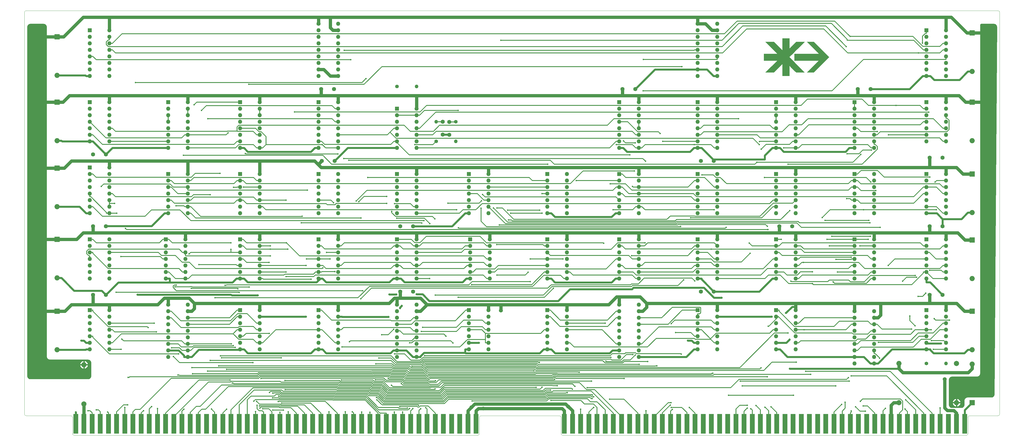
<source format=gtl>
G04 #@! TF.GenerationSoftware,KiCad,Pcbnew,(5.1.4)-1*
G04 #@! TF.CreationDate,2019-11-18T03:08:55+02:00*
G04 #@! TF.ProjectId,HexPerTerminal,48657850-6572-4546-9572-6d696e616c2e,0.1*
G04 #@! TF.SameCoordinates,Original*
G04 #@! TF.FileFunction,Copper,L1,Top*
G04 #@! TF.FilePolarity,Positive*
%FSLAX46Y46*%
G04 Gerber Fmt 4.6, Leading zero omitted, Abs format (unit mm)*
G04 Created by KiCad (PCBNEW (5.1.4)-1) date 2019-11-18 03:08:55*
%MOMM*%
%LPD*%
G04 APERTURE LIST*
%ADD10C,0.050000*%
%ADD11C,0.010000*%
%ADD12O,1.600000X1.600000*%
%ADD13R,1.600000X1.600000*%
%ADD14C,1.600000*%
%ADD15O,1.400000X1.400000*%
%ADD16C,1.400000*%
%ADD17O,2.000000X2.000000*%
%ADD18C,2.000000*%
%ADD19R,2.000000X2.000000*%
%ADD20R,1.905000X7.620000*%
%ADD21C,1.524000*%
%ADD22C,0.800000*%
%ADD23C,0.600000*%
%ADD24C,1.270000*%
%ADD25C,0.750000*%
%ADD26C,0.350000*%
%ADD27C,0.254000*%
G04 APERTURE END LIST*
D10*
X18669000Y-158115000D02*
X18669000Y-164465000D01*
X19304000Y-165100000D02*
G75*
G02X18669000Y-164465000I0J635000D01*
G01*
X0Y-635000D02*
X0Y-156845000D01*
X176784000Y-158115000D02*
G75*
G02X177419000Y-157480000I635000J0D01*
G01*
X18034000Y-157480000D02*
G75*
G02X18669000Y-158115000I0J-635000D01*
G01*
X366649000Y-164465000D02*
G75*
G02X366014000Y-165100000I-635000J0D01*
G01*
X366649000Y-164465000D02*
X366649000Y-158115000D01*
X209169000Y-165100000D02*
X266954000Y-165100000D01*
X208534000Y-158115000D02*
X208534000Y-164465000D01*
X209169000Y-165100000D02*
G75*
G02X208534000Y-164465000I0J635000D01*
G01*
X207899000Y-157480000D02*
G75*
G02X208534000Y-158115000I0J-635000D01*
G01*
X266954000Y-165100000D02*
X366014000Y-165100000D01*
X96139000Y-165100000D02*
X176149000Y-165100000D01*
X176784000Y-158115000D02*
X176784000Y-164465000D01*
X207899000Y-157480000D02*
X177419000Y-157480000D01*
X176784000Y-164465000D02*
G75*
G02X176149000Y-165100000I-635000J0D01*
G01*
X366649000Y-158115000D02*
G75*
G02X367284000Y-157480000I635000J0D01*
G01*
X378968000Y-156845000D02*
G75*
G02X378333000Y-157480000I-635000J0D01*
G01*
X367284000Y-157480000D02*
X378333000Y-157480000D01*
X378968000Y-635000D02*
X378968000Y-156845000D01*
X19304000Y-165100000D02*
X96139000Y-165100000D01*
X635000Y-157480000D02*
X18034000Y-157480000D01*
X378333000Y0D02*
X635000Y0D01*
X378333000Y0D02*
G75*
G02X378968000Y-635000I0J-635000D01*
G01*
X635000Y-157480000D02*
G75*
G02X0Y-156845000I0J635000D01*
G01*
X0Y-635000D02*
G75*
G02X635000Y0I635000J0D01*
G01*
D11*
G36*
X309714899Y-15087599D02*
G01*
X312686618Y-18059399D01*
X309727600Y-21018499D01*
X306768581Y-23977600D01*
X304127005Y-23977600D01*
X306419302Y-21685197D01*
X306703227Y-21401113D01*
X306977031Y-21126870D01*
X307238583Y-20864618D01*
X307485751Y-20616504D01*
X307716404Y-20384679D01*
X307928411Y-20171291D01*
X308119641Y-19978490D01*
X308287962Y-19808424D01*
X308431243Y-19663243D01*
X308547352Y-19545095D01*
X308634159Y-19456130D01*
X308689532Y-19398497D01*
X308711339Y-19374345D01*
X308711600Y-19373797D01*
X308686613Y-19371854D01*
X308613306Y-19369965D01*
X308494160Y-19368141D01*
X308331654Y-19366391D01*
X308128269Y-19364726D01*
X307886484Y-19363155D01*
X307608780Y-19361688D01*
X307297637Y-19360335D01*
X306955535Y-19359106D01*
X306584954Y-19358011D01*
X306188375Y-19357059D01*
X305768276Y-19356261D01*
X305327139Y-19355626D01*
X304867444Y-19355164D01*
X304391671Y-19354886D01*
X303936400Y-19354800D01*
X299161200Y-19354800D01*
X299161200Y-16738600D01*
X308724195Y-16738600D01*
X306412900Y-14427200D01*
X304101604Y-12115800D01*
X306743181Y-12115800D01*
X309714899Y-15087599D01*
X309714899Y-15087599D01*
G37*
X309714899Y-15087599D02*
X312686618Y-18059399D01*
X309727600Y-21018499D01*
X306768581Y-23977600D01*
X304127005Y-23977600D01*
X306419302Y-21685197D01*
X306703227Y-21401113D01*
X306977031Y-21126870D01*
X307238583Y-20864618D01*
X307485751Y-20616504D01*
X307716404Y-20384679D01*
X307928411Y-20171291D01*
X308119641Y-19978490D01*
X308287962Y-19808424D01*
X308431243Y-19663243D01*
X308547352Y-19545095D01*
X308634159Y-19456130D01*
X308689532Y-19398497D01*
X308711339Y-19374345D01*
X308711600Y-19373797D01*
X308686613Y-19371854D01*
X308613306Y-19369965D01*
X308494160Y-19368141D01*
X308331654Y-19366391D01*
X308128269Y-19364726D01*
X307886484Y-19363155D01*
X307608780Y-19361688D01*
X307297637Y-19360335D01*
X306955535Y-19359106D01*
X306584954Y-19358011D01*
X306188375Y-19357059D01*
X305768276Y-19356261D01*
X305327139Y-19355626D01*
X304867444Y-19355164D01*
X304391671Y-19354886D01*
X303936400Y-19354800D01*
X299161200Y-19354800D01*
X299161200Y-16738600D01*
X308724195Y-16738600D01*
X306412900Y-14427200D01*
X304101604Y-12115800D01*
X306743181Y-12115800D01*
X309714899Y-15087599D01*
G36*
X297205538Y-14770100D02*
G01*
X298532107Y-13442950D01*
X299858677Y-12115800D01*
X301491138Y-12115800D01*
X301773958Y-12116088D01*
X302041247Y-12116922D01*
X302288763Y-12118250D01*
X302512266Y-12120023D01*
X302707512Y-12122192D01*
X302870261Y-12124707D01*
X302996271Y-12127519D01*
X303081299Y-12130577D01*
X303121105Y-12133833D01*
X303123600Y-12134890D01*
X303105938Y-12154636D01*
X303054205Y-12208389D01*
X302970276Y-12294262D01*
X302856025Y-12410367D01*
X302713329Y-12554818D01*
X302544063Y-12725725D01*
X302350101Y-12921203D01*
X302133320Y-13139364D01*
X301895595Y-13378320D01*
X301638801Y-13636183D01*
X301364814Y-13911067D01*
X301075509Y-14201084D01*
X300772762Y-14504346D01*
X300458447Y-14818966D01*
X300164499Y-15113000D01*
X297205399Y-18072018D01*
X300158109Y-21024809D01*
X303110818Y-23977600D01*
X299834481Y-23977600D01*
X298519940Y-22663241D01*
X297205400Y-21348883D01*
X297205400Y-25298400D01*
X294563800Y-25298400D01*
X294563800Y-20688446D01*
X291274354Y-23977600D01*
X287972604Y-23977600D01*
X290283899Y-21666200D01*
X292595195Y-19354800D01*
X287324800Y-19354800D01*
X287324800Y-16738600D01*
X289947297Y-16738599D01*
X292569795Y-16738599D01*
X290258499Y-14427199D01*
X287947204Y-12115799D01*
X289598080Y-12115799D01*
X291248955Y-12115800D01*
X292906377Y-13773077D01*
X294563800Y-15430354D01*
X294563800Y-10795000D01*
X297205400Y-10795000D01*
X297205538Y-14770100D01*
X297205538Y-14770100D01*
G37*
X297205538Y-14770100D02*
X298532107Y-13442950D01*
X299858677Y-12115800D01*
X301491138Y-12115800D01*
X301773958Y-12116088D01*
X302041247Y-12116922D01*
X302288763Y-12118250D01*
X302512266Y-12120023D01*
X302707512Y-12122192D01*
X302870261Y-12124707D01*
X302996271Y-12127519D01*
X303081299Y-12130577D01*
X303121105Y-12133833D01*
X303123600Y-12134890D01*
X303105938Y-12154636D01*
X303054205Y-12208389D01*
X302970276Y-12294262D01*
X302856025Y-12410367D01*
X302713329Y-12554818D01*
X302544063Y-12725725D01*
X302350101Y-12921203D01*
X302133320Y-13139364D01*
X301895595Y-13378320D01*
X301638801Y-13636183D01*
X301364814Y-13911067D01*
X301075509Y-14201084D01*
X300772762Y-14504346D01*
X300458447Y-14818966D01*
X300164499Y-15113000D01*
X297205399Y-18072018D01*
X300158109Y-21024809D01*
X303110818Y-23977600D01*
X299834481Y-23977600D01*
X298519940Y-22663241D01*
X297205400Y-21348883D01*
X297205400Y-25298400D01*
X294563800Y-25298400D01*
X294563800Y-20688446D01*
X291274354Y-23977600D01*
X287972604Y-23977600D01*
X290283899Y-21666200D01*
X292595195Y-19354800D01*
X287324800Y-19354800D01*
X287324800Y-16738600D01*
X289947297Y-16738599D01*
X292569795Y-16738599D01*
X290258499Y-14427199D01*
X287947204Y-12115799D01*
X289598080Y-12115799D01*
X291248955Y-12115800D01*
X292906377Y-13773077D01*
X294563800Y-15430354D01*
X294563800Y-10795000D01*
X297205400Y-10795000D01*
X297205538Y-14770100D01*
D12*
X91440000Y-35560000D03*
X83820000Y-53340000D03*
X91440000Y-38100000D03*
X83820000Y-50800000D03*
X91440000Y-40640000D03*
X83820000Y-48260000D03*
X91440000Y-43180000D03*
X83820000Y-45720000D03*
X91440000Y-45720000D03*
X83820000Y-43180000D03*
X91440000Y-48260000D03*
X83820000Y-40640000D03*
X91440000Y-50800000D03*
X83820000Y-38100000D03*
X91440000Y-53340000D03*
D13*
X83820000Y-35560000D03*
D12*
X33020000Y-7620000D03*
X25400000Y-25400000D03*
X33020000Y-10160000D03*
X25400000Y-22860000D03*
X33020000Y-12700000D03*
X25400000Y-20320000D03*
X33020000Y-15240000D03*
X25400000Y-17780000D03*
X33020000Y-17780000D03*
X25400000Y-15240000D03*
X33020000Y-20320000D03*
X25400000Y-12700000D03*
X33020000Y-22860000D03*
X25400000Y-10160000D03*
X33020000Y-25400000D03*
D13*
X25400000Y-7620000D03*
D12*
X330200000Y-116840000D03*
X322580000Y-137160000D03*
X330200000Y-119380000D03*
X322580000Y-134620000D03*
X330200000Y-121920000D03*
X322580000Y-132080000D03*
X330200000Y-124460000D03*
X322580000Y-129540000D03*
X330200000Y-127000000D03*
X322580000Y-127000000D03*
X330200000Y-129540000D03*
X322580000Y-124460000D03*
X330200000Y-132080000D03*
X322580000Y-121920000D03*
X330200000Y-134620000D03*
X322580000Y-119380000D03*
X330200000Y-137160000D03*
D14*
X322580000Y-116840000D03*
D12*
X269240000Y-5080000D03*
X261620000Y-25400000D03*
X269240000Y-7620000D03*
X261620000Y-22860000D03*
X269240000Y-10160000D03*
X261620000Y-20320000D03*
X269240000Y-12700000D03*
X261620000Y-17780000D03*
X269240000Y-15240000D03*
X261620000Y-15240000D03*
X269240000Y-17780000D03*
X261620000Y-12700000D03*
X269240000Y-20320000D03*
X261620000Y-10160000D03*
X269240000Y-22860000D03*
X261620000Y-7620000D03*
X269240000Y-25400000D03*
D14*
X261620000Y-5080000D03*
D12*
X238760000Y-114300000D03*
X231140000Y-134620000D03*
X238760000Y-116840000D03*
X231140000Y-132080000D03*
X238760000Y-119380000D03*
X231140000Y-129540000D03*
X238760000Y-121920000D03*
X231140000Y-127000000D03*
X238760000Y-124460000D03*
X231140000Y-124460000D03*
X238760000Y-127000000D03*
X231140000Y-121920000D03*
X238760000Y-129540000D03*
X231140000Y-119380000D03*
X238760000Y-132080000D03*
X231140000Y-116840000D03*
X238760000Y-134620000D03*
D14*
X231140000Y-114300000D03*
D12*
X152400000Y-114300000D03*
X144780000Y-134620000D03*
X152400000Y-116840000D03*
X144780000Y-132080000D03*
X152400000Y-119380000D03*
X144780000Y-129540000D03*
X152400000Y-121920000D03*
X144780000Y-127000000D03*
X152400000Y-124460000D03*
X144780000Y-124460000D03*
X152400000Y-127000000D03*
X144780000Y-121920000D03*
X152400000Y-129540000D03*
X144780000Y-119380000D03*
X152400000Y-132080000D03*
X144780000Y-116840000D03*
X152400000Y-134620000D03*
D14*
X144780000Y-114300000D03*
D12*
X121920000Y-5080000D03*
X114300000Y-25400000D03*
X121920000Y-7620000D03*
X114300000Y-22860000D03*
X121920000Y-10160000D03*
X114300000Y-20320000D03*
X121920000Y-12700000D03*
X114300000Y-17780000D03*
X121920000Y-15240000D03*
X114300000Y-15240000D03*
X121920000Y-17780000D03*
X114300000Y-12700000D03*
X121920000Y-20320000D03*
X114300000Y-10160000D03*
X121920000Y-22860000D03*
X114300000Y-7620000D03*
X121920000Y-25400000D03*
D14*
X114300000Y-5080000D03*
D12*
X63500000Y-114300000D03*
X55880000Y-134620000D03*
X63500000Y-116840000D03*
X55880000Y-132080000D03*
X63500000Y-119380000D03*
X55880000Y-129540000D03*
X63500000Y-121920000D03*
X55880000Y-127000000D03*
X63500000Y-124460000D03*
X55880000Y-124460000D03*
X63500000Y-127000000D03*
X55880000Y-121920000D03*
X63500000Y-129540000D03*
X55880000Y-119380000D03*
X63500000Y-132080000D03*
X55880000Y-116840000D03*
X63500000Y-134620000D03*
D14*
X55880000Y-114300000D03*
D15*
X160020000Y-43180000D03*
D16*
X160020000Y-50800000D03*
D15*
X167640000Y-50800000D03*
D16*
X167640000Y-43180000D03*
D15*
X152400000Y-29464000D03*
D16*
X144780000Y-29464000D03*
D15*
X358140000Y-137160000D03*
D16*
X350520000Y-137160000D03*
D17*
X339852000Y-137160000D03*
D18*
X339852000Y-152400000D03*
D17*
X362204000Y-152400000D03*
D18*
X362204000Y-137160000D03*
D17*
X23114000Y-137668000D03*
D18*
X23114000Y-152908000D03*
D17*
X368300000Y-137400000D03*
D19*
X368300000Y-152400000D03*
D17*
X368300000Y-50560000D03*
D19*
X368300000Y-35560000D03*
D17*
X368300000Y-78500000D03*
D19*
X368300000Y-63500000D03*
D17*
X368300000Y-104140000D03*
D19*
X368300000Y-89140000D03*
D17*
X368300000Y-131840000D03*
D19*
X368300000Y-116840000D03*
D17*
X368300000Y-23636000D03*
D19*
X368300000Y-8636000D03*
D17*
X12700000Y-131840000D03*
D19*
X12700000Y-116840000D03*
D17*
X12700000Y-103900000D03*
D19*
X12700000Y-88900000D03*
D17*
X12700000Y-76200000D03*
D19*
X12700000Y-61200000D03*
D17*
X12700000Y-50560000D03*
D19*
X12700000Y-35560000D03*
D17*
X12700000Y-25160000D03*
D19*
X12700000Y-10160000D03*
D14*
X356790000Y-110490000D03*
X351790000Y-110490000D03*
X356790000Y-83820000D03*
X351790000Y-83820000D03*
X356790000Y-57150000D03*
X351790000Y-57150000D03*
X328850000Y-30480000D03*
X323850000Y-30480000D03*
X298370000Y-83820000D03*
X293370000Y-83820000D03*
X267890000Y-109220000D03*
X262890000Y-109220000D03*
X267890000Y-58420000D03*
X262890000Y-58420000D03*
X237410000Y-30480000D03*
X232410000Y-30480000D03*
X151050000Y-109220000D03*
X146050000Y-109220000D03*
X120570000Y-58420000D03*
X115570000Y-58420000D03*
X120316000Y-30480000D03*
X115316000Y-30480000D03*
X151050000Y-83820000D03*
X146050000Y-83820000D03*
X31670000Y-55880000D03*
X26670000Y-55880000D03*
X31670000Y-83820000D03*
X26670000Y-83820000D03*
X31670000Y-110490000D03*
X26670000Y-110490000D03*
X165100000Y-43260000D03*
X165100000Y-48260000D03*
X162560000Y-48180000D03*
X162560000Y-43180000D03*
D12*
X358140000Y-7620000D03*
X350520000Y-25400000D03*
X358140000Y-10160000D03*
X350520000Y-22860000D03*
X358140000Y-12700000D03*
X350520000Y-20320000D03*
X358140000Y-15240000D03*
X350520000Y-17780000D03*
X358140000Y-17780000D03*
X350520000Y-15240000D03*
X358140000Y-20320000D03*
X350520000Y-12700000D03*
X358140000Y-22860000D03*
X350520000Y-10160000D03*
X358140000Y-25400000D03*
D13*
X350520000Y-7620000D03*
D12*
X358140000Y-35560000D03*
X350520000Y-50800000D03*
X358140000Y-38100000D03*
X350520000Y-48260000D03*
X358140000Y-40640000D03*
X350520000Y-45720000D03*
X358140000Y-43180000D03*
X350520000Y-43180000D03*
X358140000Y-45720000D03*
X350520000Y-40640000D03*
X358140000Y-48260000D03*
X350520000Y-38100000D03*
X358140000Y-50800000D03*
D13*
X350520000Y-35560000D03*
D12*
X358140000Y-63500000D03*
X350520000Y-78740000D03*
X358140000Y-66040000D03*
X350520000Y-76200000D03*
X358140000Y-68580000D03*
X350520000Y-73660000D03*
X358140000Y-71120000D03*
X350520000Y-71120000D03*
X358140000Y-73660000D03*
X350520000Y-68580000D03*
X358140000Y-76200000D03*
X350520000Y-66040000D03*
X358140000Y-78740000D03*
D13*
X350520000Y-63500000D03*
D12*
X358140000Y-88900000D03*
X350520000Y-104140000D03*
X358140000Y-91440000D03*
X350520000Y-101600000D03*
X358140000Y-93980000D03*
X350520000Y-99060000D03*
X358140000Y-96520000D03*
X350520000Y-96520000D03*
X358140000Y-99060000D03*
X350520000Y-93980000D03*
X358140000Y-101600000D03*
X350520000Y-91440000D03*
X358140000Y-104140000D03*
D13*
X350520000Y-88900000D03*
D12*
X358140000Y-116459000D03*
X350520000Y-131699000D03*
X358140000Y-118999000D03*
X350520000Y-129159000D03*
X358140000Y-121539000D03*
X350520000Y-126619000D03*
X358140000Y-124079000D03*
X350520000Y-124079000D03*
X358140000Y-126619000D03*
X350520000Y-121539000D03*
X358140000Y-129159000D03*
X350520000Y-118999000D03*
X358140000Y-131699000D03*
D13*
X350520000Y-116459000D03*
D12*
X330200000Y-35560000D03*
X322580000Y-53340000D03*
X330200000Y-38100000D03*
X322580000Y-50800000D03*
X330200000Y-40640000D03*
X322580000Y-48260000D03*
X330200000Y-43180000D03*
X322580000Y-45720000D03*
X330200000Y-45720000D03*
X322580000Y-43180000D03*
X330200000Y-48260000D03*
X322580000Y-40640000D03*
X330200000Y-50800000D03*
X322580000Y-38100000D03*
X330200000Y-53340000D03*
D13*
X322580000Y-35560000D03*
D12*
X330200000Y-63500000D03*
X322580000Y-78740000D03*
X330200000Y-66040000D03*
X322580000Y-76200000D03*
X330200000Y-68580000D03*
X322580000Y-73660000D03*
X330200000Y-71120000D03*
X322580000Y-71120000D03*
X330200000Y-73660000D03*
X322580000Y-68580000D03*
X330200000Y-76200000D03*
X322580000Y-66040000D03*
X330200000Y-78740000D03*
D13*
X322580000Y-63500000D03*
D12*
X330200000Y-88900000D03*
X322580000Y-104140000D03*
X330200000Y-91440000D03*
X322580000Y-101600000D03*
X330200000Y-93980000D03*
X322580000Y-99060000D03*
X330200000Y-96520000D03*
X322580000Y-96520000D03*
X330200000Y-99060000D03*
X322580000Y-93980000D03*
X330200000Y-101600000D03*
X322580000Y-91440000D03*
X330200000Y-104140000D03*
D13*
X322580000Y-88900000D03*
D12*
X299720000Y-35560000D03*
X292100000Y-53340000D03*
X299720000Y-38100000D03*
X292100000Y-50800000D03*
X299720000Y-40640000D03*
X292100000Y-48260000D03*
X299720000Y-43180000D03*
X292100000Y-45720000D03*
X299720000Y-45720000D03*
X292100000Y-43180000D03*
X299720000Y-48260000D03*
X292100000Y-40640000D03*
X299720000Y-50800000D03*
X292100000Y-38100000D03*
X299720000Y-53340000D03*
D13*
X292100000Y-35560000D03*
D12*
X299720000Y-63500000D03*
X292100000Y-78740000D03*
X299720000Y-66040000D03*
X292100000Y-76200000D03*
X299720000Y-68580000D03*
X292100000Y-73660000D03*
X299720000Y-71120000D03*
X292100000Y-71120000D03*
X299720000Y-73660000D03*
X292100000Y-68580000D03*
X299720000Y-76200000D03*
X292100000Y-66040000D03*
X299720000Y-78740000D03*
D13*
X292100000Y-63500000D03*
D12*
X299720000Y-88900000D03*
X292100000Y-104140000D03*
X299720000Y-91440000D03*
X292100000Y-101600000D03*
X299720000Y-93980000D03*
X292100000Y-99060000D03*
X299720000Y-96520000D03*
X292100000Y-96520000D03*
X299720000Y-99060000D03*
X292100000Y-93980000D03*
X299720000Y-101600000D03*
X292100000Y-91440000D03*
X299720000Y-104140000D03*
D13*
X292100000Y-88900000D03*
D12*
X299720000Y-116459000D03*
X292100000Y-131699000D03*
X299720000Y-118999000D03*
X292100000Y-129159000D03*
X299720000Y-121539000D03*
X292100000Y-126619000D03*
X299720000Y-124079000D03*
X292100000Y-124079000D03*
X299720000Y-126619000D03*
X292100000Y-121539000D03*
X299720000Y-129159000D03*
X292100000Y-118999000D03*
X299720000Y-131699000D03*
D13*
X292100000Y-116459000D03*
D12*
X269240000Y-35560000D03*
X261620000Y-53340000D03*
X269240000Y-38100000D03*
X261620000Y-50800000D03*
X269240000Y-40640000D03*
X261620000Y-48260000D03*
X269240000Y-43180000D03*
X261620000Y-45720000D03*
X269240000Y-45720000D03*
X261620000Y-43180000D03*
X269240000Y-48260000D03*
X261620000Y-40640000D03*
X269240000Y-50800000D03*
X261620000Y-38100000D03*
X269240000Y-53340000D03*
D13*
X261620000Y-35560000D03*
D12*
X269240000Y-63500000D03*
X261620000Y-78740000D03*
X269240000Y-66040000D03*
X261620000Y-76200000D03*
X269240000Y-68580000D03*
X261620000Y-73660000D03*
X269240000Y-71120000D03*
X261620000Y-71120000D03*
X269240000Y-73660000D03*
X261620000Y-68580000D03*
X269240000Y-76200000D03*
X261620000Y-66040000D03*
X269240000Y-78740000D03*
D13*
X261620000Y-63500000D03*
D12*
X269240000Y-88900000D03*
X261620000Y-104140000D03*
X269240000Y-91440000D03*
X261620000Y-101600000D03*
X269240000Y-93980000D03*
X261620000Y-99060000D03*
X269240000Y-96520000D03*
X261620000Y-96520000D03*
X269240000Y-99060000D03*
X261620000Y-93980000D03*
X269240000Y-101600000D03*
X261620000Y-91440000D03*
X269240000Y-104140000D03*
D13*
X261620000Y-88900000D03*
D12*
X269240000Y-116459000D03*
X261620000Y-131699000D03*
X269240000Y-118999000D03*
X261620000Y-129159000D03*
X269240000Y-121539000D03*
X261620000Y-126619000D03*
X269240000Y-124079000D03*
X261620000Y-124079000D03*
X269240000Y-126619000D03*
X261620000Y-121539000D03*
X269240000Y-129159000D03*
X261620000Y-118999000D03*
X269240000Y-131699000D03*
D13*
X261620000Y-116459000D03*
D12*
X238760000Y-35560000D03*
X231140000Y-53340000D03*
X238760000Y-38100000D03*
X231140000Y-50800000D03*
X238760000Y-40640000D03*
X231140000Y-48260000D03*
X238760000Y-43180000D03*
X231140000Y-45720000D03*
X238760000Y-45720000D03*
X231140000Y-43180000D03*
X238760000Y-48260000D03*
X231140000Y-40640000D03*
X238760000Y-50800000D03*
X231140000Y-38100000D03*
X238760000Y-53340000D03*
D13*
X231140000Y-35560000D03*
D12*
X238760000Y-63500000D03*
X231140000Y-78740000D03*
X238760000Y-66040000D03*
X231140000Y-76200000D03*
X238760000Y-68580000D03*
X231140000Y-73660000D03*
X238760000Y-71120000D03*
X231140000Y-71120000D03*
X238760000Y-73660000D03*
X231140000Y-68580000D03*
X238760000Y-76200000D03*
X231140000Y-66040000D03*
X238760000Y-78740000D03*
D13*
X231140000Y-63500000D03*
D12*
X238760000Y-88900000D03*
X231140000Y-104140000D03*
X238760000Y-91440000D03*
X231140000Y-101600000D03*
X238760000Y-93980000D03*
X231140000Y-99060000D03*
X238760000Y-96520000D03*
X231140000Y-96520000D03*
X238760000Y-99060000D03*
X231140000Y-93980000D03*
X238760000Y-101600000D03*
X231140000Y-91440000D03*
X238760000Y-104140000D03*
D13*
X231140000Y-88900000D03*
D12*
X210820000Y-63500000D03*
X203200000Y-78740000D03*
X210820000Y-66040000D03*
X203200000Y-76200000D03*
X210820000Y-68580000D03*
X203200000Y-73660000D03*
X210820000Y-71120000D03*
X203200000Y-71120000D03*
X210820000Y-73660000D03*
X203200000Y-68580000D03*
X210820000Y-76200000D03*
X203200000Y-66040000D03*
X210820000Y-78740000D03*
D13*
X203200000Y-63500000D03*
D12*
X210820000Y-88900000D03*
X203200000Y-104140000D03*
X210820000Y-91440000D03*
X203200000Y-101600000D03*
X210820000Y-93980000D03*
X203200000Y-99060000D03*
X210820000Y-96520000D03*
X203200000Y-96520000D03*
X210820000Y-99060000D03*
X203200000Y-93980000D03*
X210820000Y-101600000D03*
X203200000Y-91440000D03*
X210820000Y-104140000D03*
D13*
X203200000Y-88900000D03*
D12*
X210820000Y-116459000D03*
X203200000Y-131699000D03*
X210820000Y-118999000D03*
X203200000Y-129159000D03*
X210820000Y-121539000D03*
X203200000Y-126619000D03*
X210820000Y-124079000D03*
X203200000Y-124079000D03*
X210820000Y-126619000D03*
X203200000Y-121539000D03*
X210820000Y-129159000D03*
X203200000Y-118999000D03*
X210820000Y-131699000D03*
D13*
X203200000Y-116459000D03*
D12*
X180340000Y-63500000D03*
X172720000Y-78740000D03*
X180340000Y-66040000D03*
X172720000Y-76200000D03*
X180340000Y-68580000D03*
X172720000Y-73660000D03*
X180340000Y-71120000D03*
X172720000Y-71120000D03*
X180340000Y-73660000D03*
X172720000Y-68580000D03*
X180340000Y-76200000D03*
X172720000Y-66040000D03*
X180340000Y-78740000D03*
D13*
X172720000Y-63500000D03*
D12*
X180802000Y-88900000D03*
X173182000Y-104140000D03*
X180802000Y-91440000D03*
X173182000Y-101600000D03*
X180802000Y-93980000D03*
X173182000Y-99060000D03*
X180802000Y-96520000D03*
X173182000Y-96520000D03*
X180802000Y-99060000D03*
X173182000Y-93980000D03*
X180802000Y-101600000D03*
X173182000Y-91440000D03*
X180802000Y-104140000D03*
D13*
X173182000Y-88900000D03*
D12*
X180340000Y-116459000D03*
X172720000Y-131699000D03*
X180340000Y-118999000D03*
X172720000Y-129159000D03*
X180340000Y-121539000D03*
X172720000Y-126619000D03*
X180340000Y-124079000D03*
X172720000Y-124079000D03*
X180340000Y-126619000D03*
X172720000Y-121539000D03*
X180340000Y-129159000D03*
X172720000Y-118999000D03*
X180340000Y-131699000D03*
D13*
X172720000Y-116459000D03*
D12*
X152400000Y-38100000D03*
X144780000Y-53340000D03*
X152400000Y-40640000D03*
X144780000Y-50800000D03*
X152400000Y-43180000D03*
X144780000Y-48260000D03*
X152400000Y-45720000D03*
X144780000Y-45720000D03*
X152400000Y-48260000D03*
X144780000Y-43180000D03*
X152400000Y-50800000D03*
X144780000Y-40640000D03*
X152400000Y-53340000D03*
D13*
X144780000Y-38100000D03*
D12*
X152400000Y-63500000D03*
X144780000Y-78740000D03*
X152400000Y-66040000D03*
X144780000Y-76200000D03*
X152400000Y-68580000D03*
X144780000Y-73660000D03*
X152400000Y-71120000D03*
X144780000Y-71120000D03*
X152400000Y-73660000D03*
X144780000Y-68580000D03*
X152400000Y-76200000D03*
X144780000Y-66040000D03*
X152400000Y-78740000D03*
D13*
X144780000Y-63500000D03*
D12*
X152400000Y-88900000D03*
X144780000Y-104140000D03*
X152400000Y-91440000D03*
X144780000Y-101600000D03*
X152400000Y-93980000D03*
X144780000Y-99060000D03*
X152400000Y-96520000D03*
X144780000Y-96520000D03*
X152400000Y-99060000D03*
X144780000Y-93980000D03*
X152400000Y-101600000D03*
X144780000Y-91440000D03*
X152400000Y-104140000D03*
D13*
X144780000Y-88900000D03*
D12*
X121920000Y-35560000D03*
X114300000Y-53340000D03*
X121920000Y-38100000D03*
X114300000Y-50800000D03*
X121920000Y-40640000D03*
X114300000Y-48260000D03*
X121920000Y-43180000D03*
X114300000Y-45720000D03*
X121920000Y-45720000D03*
X114300000Y-43180000D03*
X121920000Y-48260000D03*
X114300000Y-40640000D03*
X121920000Y-50800000D03*
X114300000Y-38100000D03*
X121920000Y-53340000D03*
D13*
X114300000Y-35560000D03*
D12*
X121920000Y-63500000D03*
X114300000Y-78740000D03*
X121920000Y-66040000D03*
X114300000Y-76200000D03*
X121920000Y-68580000D03*
X114300000Y-73660000D03*
X121920000Y-71120000D03*
X114300000Y-71120000D03*
X121920000Y-73660000D03*
X114300000Y-68580000D03*
X121920000Y-76200000D03*
X114300000Y-66040000D03*
X121920000Y-78740000D03*
D13*
X114300000Y-63500000D03*
D12*
X121920000Y-88900000D03*
X114300000Y-104140000D03*
X121920000Y-91440000D03*
X114300000Y-101600000D03*
X121920000Y-93980000D03*
X114300000Y-99060000D03*
X121920000Y-96520000D03*
X114300000Y-96520000D03*
X121920000Y-99060000D03*
X114300000Y-93980000D03*
X121920000Y-101600000D03*
X114300000Y-91440000D03*
X121920000Y-104140000D03*
D13*
X114300000Y-88900000D03*
D12*
X121920000Y-116459000D03*
X114300000Y-131699000D03*
X121920000Y-118999000D03*
X114300000Y-129159000D03*
X121920000Y-121539000D03*
X114300000Y-126619000D03*
X121920000Y-124079000D03*
X114300000Y-124079000D03*
X121920000Y-126619000D03*
X114300000Y-121539000D03*
X121920000Y-129159000D03*
X114300000Y-118999000D03*
X121920000Y-131699000D03*
D13*
X114300000Y-116459000D03*
D12*
X91440000Y-63500000D03*
X83820000Y-78740000D03*
X91440000Y-66040000D03*
X83820000Y-76200000D03*
X91440000Y-68580000D03*
X83820000Y-73660000D03*
X91440000Y-71120000D03*
X83820000Y-71120000D03*
X91440000Y-73660000D03*
X83820000Y-68580000D03*
X91440000Y-76200000D03*
X83820000Y-66040000D03*
X91440000Y-78740000D03*
D13*
X83820000Y-63500000D03*
D12*
X91440000Y-88900000D03*
X83820000Y-104140000D03*
X91440000Y-91440000D03*
X83820000Y-101600000D03*
X91440000Y-93980000D03*
X83820000Y-99060000D03*
X91440000Y-96520000D03*
X83820000Y-96520000D03*
X91440000Y-99060000D03*
X83820000Y-93980000D03*
X91440000Y-101600000D03*
X83820000Y-91440000D03*
X91440000Y-104140000D03*
D13*
X83820000Y-88900000D03*
D12*
X91440000Y-116459000D03*
X83820000Y-131699000D03*
X91440000Y-118999000D03*
X83820000Y-129159000D03*
X91440000Y-121539000D03*
X83820000Y-126619000D03*
X91440000Y-124079000D03*
X83820000Y-124079000D03*
X91440000Y-126619000D03*
X83820000Y-121539000D03*
X91440000Y-129159000D03*
X83820000Y-118999000D03*
X91440000Y-131699000D03*
D13*
X83820000Y-116459000D03*
D12*
X63500000Y-35560000D03*
X55880000Y-53340000D03*
X63500000Y-38100000D03*
X55880000Y-50800000D03*
X63500000Y-40640000D03*
X55880000Y-48260000D03*
X63500000Y-43180000D03*
X55880000Y-45720000D03*
X63500000Y-45720000D03*
X55880000Y-43180000D03*
X63500000Y-48260000D03*
X55880000Y-40640000D03*
X63500000Y-50800000D03*
X55880000Y-38100000D03*
X63500000Y-53340000D03*
D13*
X55880000Y-35560000D03*
D12*
X63500000Y-63500000D03*
X55880000Y-78740000D03*
X63500000Y-66040000D03*
X55880000Y-76200000D03*
X63500000Y-68580000D03*
X55880000Y-73660000D03*
X63500000Y-71120000D03*
X55880000Y-71120000D03*
X63500000Y-73660000D03*
X55880000Y-68580000D03*
X63500000Y-76200000D03*
X55880000Y-66040000D03*
X63500000Y-78740000D03*
D13*
X55880000Y-63500000D03*
D12*
X62576400Y-88900000D03*
X54956400Y-104140000D03*
X62576400Y-91440000D03*
X54956400Y-101600000D03*
X62576400Y-93980000D03*
X54956400Y-99060000D03*
X62576400Y-96520000D03*
X54956400Y-96520000D03*
X62576400Y-99060000D03*
X54956400Y-93980000D03*
X62576400Y-101600000D03*
X54956400Y-91440000D03*
X62576400Y-104140000D03*
D13*
X54956400Y-88900000D03*
D12*
X33020000Y-35560000D03*
X25400000Y-50800000D03*
X33020000Y-38100000D03*
X25400000Y-48260000D03*
X33020000Y-40640000D03*
X25400000Y-45720000D03*
X33020000Y-43180000D03*
X25400000Y-43180000D03*
X33020000Y-45720000D03*
X25400000Y-40640000D03*
X33020000Y-48260000D03*
X25400000Y-38100000D03*
X33020000Y-50800000D03*
D13*
X25400000Y-35560000D03*
D12*
X33020000Y-60960000D03*
X25400000Y-78740000D03*
X33020000Y-63500000D03*
X25400000Y-76200000D03*
X33020000Y-66040000D03*
X25400000Y-73660000D03*
X33020000Y-68580000D03*
X25400000Y-71120000D03*
X33020000Y-71120000D03*
X25400000Y-68580000D03*
X33020000Y-73660000D03*
X25400000Y-66040000D03*
X33020000Y-76200000D03*
X25400000Y-63500000D03*
X33020000Y-78740000D03*
D13*
X25400000Y-60960000D03*
D12*
X33020000Y-88900000D03*
X25400000Y-104140000D03*
X33020000Y-91440000D03*
X25400000Y-101600000D03*
X33020000Y-93980000D03*
X25400000Y-99060000D03*
X33020000Y-96520000D03*
X25400000Y-96520000D03*
X33020000Y-99060000D03*
X25400000Y-93980000D03*
X33020000Y-101600000D03*
X25400000Y-91440000D03*
X33020000Y-104140000D03*
D13*
X25400000Y-88900000D03*
D12*
X33020000Y-116459000D03*
X25400000Y-131699000D03*
X33020000Y-118999000D03*
X25400000Y-129159000D03*
X33020000Y-121539000D03*
X25400000Y-126619000D03*
X33020000Y-124079000D03*
X25400000Y-124079000D03*
X33020000Y-126619000D03*
X25400000Y-121539000D03*
X33020000Y-129159000D03*
X25400000Y-118999000D03*
X33020000Y-131699000D03*
D13*
X25400000Y-116459000D03*
D20*
X365379000Y-160655000D03*
X362204000Y-160655000D03*
X359029000Y-160655000D03*
X355854000Y-160655000D03*
X352679000Y-160655000D03*
X349504000Y-160655000D03*
X346329000Y-160655000D03*
X343154000Y-160655000D03*
X339979000Y-160655000D03*
X336804000Y-160655000D03*
X333629000Y-160655000D03*
X330454000Y-160655000D03*
X327279000Y-160655000D03*
X324104000Y-160655000D03*
X320929000Y-160655000D03*
X317754000Y-160655000D03*
X314579000Y-160655000D03*
X311404000Y-160655000D03*
X308229000Y-160655000D03*
X305054000Y-160655000D03*
X301879000Y-160655000D03*
X298704000Y-160655000D03*
X295529000Y-160655000D03*
X292354000Y-160655000D03*
X289179000Y-160655000D03*
X286004000Y-160655000D03*
X282829000Y-160655000D03*
X279654000Y-160655000D03*
X276479000Y-160655000D03*
X273304000Y-160655000D03*
X270129000Y-160655000D03*
X266954000Y-160655000D03*
X263779000Y-160655000D03*
X260604000Y-160655000D03*
X257429000Y-160655000D03*
X254254000Y-160655000D03*
X251079000Y-160655000D03*
X247904000Y-160655000D03*
X244729000Y-160655000D03*
X241554000Y-160655000D03*
X238379000Y-160655000D03*
X235204000Y-160655000D03*
X232029000Y-160655000D03*
X228854000Y-160655000D03*
X225679000Y-160655000D03*
X222504000Y-160655000D03*
X219329000Y-160655000D03*
X216154000Y-160655000D03*
X212979000Y-160655000D03*
X209804000Y-160655000D03*
X175514000Y-160655000D03*
X172339000Y-160655000D03*
X169164000Y-160655000D03*
X165989000Y-160655000D03*
X162814000Y-160655000D03*
X159639000Y-160655000D03*
X156464000Y-160655000D03*
X153289000Y-160655000D03*
X150114000Y-160655000D03*
X146939000Y-160655000D03*
X143764000Y-160655000D03*
X140589000Y-160655000D03*
X137414000Y-160655000D03*
X134239000Y-160655000D03*
X131064000Y-160655000D03*
X127889000Y-160655000D03*
X124714000Y-160655000D03*
X121539000Y-160655000D03*
X118364000Y-160655000D03*
X115189000Y-160655000D03*
X112014000Y-160655000D03*
X108839000Y-160655000D03*
X105664000Y-160655000D03*
X102489000Y-160655000D03*
X99314000Y-160655000D03*
X96139000Y-160655000D03*
X92964000Y-160655000D03*
X89789000Y-160655000D03*
X86614000Y-160655000D03*
X83439000Y-160655000D03*
X80264000Y-160655000D03*
X77089000Y-160655000D03*
X73914000Y-160655000D03*
X70739000Y-160655000D03*
X67564000Y-160655000D03*
X64389000Y-160655000D03*
X61214000Y-160655000D03*
X58039000Y-160655000D03*
X54864000Y-160655000D03*
X51689000Y-160655000D03*
X48514000Y-160655000D03*
X45339000Y-160655000D03*
X42164000Y-160655000D03*
X38989000Y-160655000D03*
X35814000Y-160655000D03*
X32639000Y-160655000D03*
X29464000Y-160655000D03*
X26289000Y-160655000D03*
X23114000Y-160655000D03*
X19939000Y-160655000D03*
D21*
X357632000Y-143256000D03*
D22*
X141501300Y-119067900D03*
X141786300Y-110358800D03*
X144526700Y-110358800D03*
X146638100Y-114756300D03*
X145987400Y-115686400D03*
X152383400Y-110259900D03*
X183188200Y-112866300D03*
X208000500Y-112265000D03*
X297457500Y-139192000D03*
X290405300Y-118999000D03*
X270895800Y-111634700D03*
X109356300Y-118999000D03*
X90660100Y-110690600D03*
X43957300Y-110405300D03*
D23*
X57908600Y-134460100D03*
X88815300Y-136832800D03*
X96400700Y-150522200D03*
X50419000Y-121539000D03*
X67836800Y-98691100D03*
X59932700Y-133430300D03*
X81150200Y-130200400D03*
X89173000Y-151806300D03*
X51264900Y-124924900D03*
X352477300Y-128303900D03*
X352404500Y-124079000D03*
X142768500Y-78014600D03*
X159505000Y-80949100D03*
X123450000Y-130743000D03*
X37850500Y-127667200D03*
X80434200Y-129540000D03*
X91295700Y-153715100D03*
X81235800Y-68685400D03*
X80252900Y-92821000D03*
X64008400Y-94595200D03*
X37541100Y-131699000D03*
X57180000Y-131080400D03*
X48031200Y-123181100D03*
X81906900Y-130882800D03*
X90237000Y-151911900D03*
X58890200Y-75837500D03*
X107932600Y-79903400D03*
X136507800Y-137302700D03*
X245744800Y-138081700D03*
X115986900Y-100004600D03*
X141393800Y-142961400D03*
X233030100Y-143020600D03*
X35591800Y-109442500D03*
X83435000Y-109528700D03*
X95232500Y-148395900D03*
X220727800Y-149429800D03*
X227388700Y-151069800D03*
X59026900Y-106686600D03*
X131428800Y-108851900D03*
X146413900Y-144945100D03*
X220389800Y-144042500D03*
X37475500Y-95577200D03*
X95530500Y-95343800D03*
X101344300Y-147338900D03*
X64822800Y-107979300D03*
X82992700Y-108131300D03*
X96537500Y-148702200D03*
X221184600Y-150105100D03*
X29873500Y-68352200D03*
X109966600Y-69755300D03*
X137734100Y-135086000D03*
X242207000Y-136381200D03*
X80222500Y-90240700D03*
X80738300Y-144824300D03*
X204660500Y-151574500D03*
X198881998Y-146505000D03*
X27889200Y-155194000D03*
X155265900Y-81648600D03*
X178054000Y-71501000D03*
X72218000Y-71515900D03*
X35895800Y-78740000D03*
X115758000Y-52053600D03*
X133444700Y-64864700D03*
X24739600Y-155549600D03*
X288987500Y-85115800D03*
X39251200Y-84684900D03*
X34997800Y-74930000D03*
X346143800Y-102964600D03*
X297820300Y-105154000D03*
X76032800Y-63283200D03*
X78572200Y-154940000D03*
X241324600Y-58526200D03*
X124114500Y-57479700D03*
X121821700Y-55687500D03*
X85820600Y-55542900D03*
X79152300Y-47503700D03*
X87229300Y-28653400D03*
X255528400Y-21763800D03*
X281701800Y-90372300D03*
X302769600Y-97884700D03*
X277537500Y-41965900D03*
X214456700Y-66040000D03*
X203371000Y-59695400D03*
X61787900Y-56238000D03*
X320852000Y-10036000D03*
X318906300Y-152220000D03*
X347429800Y-16430600D03*
X355828604Y-154406600D03*
X91472400Y-154541400D03*
X126788000Y-19085900D03*
X43191200Y-27941300D03*
X132715000Y-26416004D03*
X90369800Y-153410100D03*
X92571600Y-154811500D03*
X98621600Y-151991500D03*
X99974800Y-152541800D03*
X104927600Y-39409200D03*
X338765600Y-36796700D03*
X130723100Y-112001500D03*
X260504700Y-105065500D03*
X306187500Y-106131800D03*
X120611200Y-101431900D03*
X140807400Y-74966300D03*
X335780000Y-48272000D03*
X325009700Y-55879400D03*
X285686800Y-50910600D03*
X284659200Y-58932400D03*
X126034900Y-58195500D03*
X101673500Y-73660000D03*
X237006000Y-62324600D03*
X248095800Y-50800000D03*
X157481900Y-104140000D03*
X128898300Y-74045600D03*
X130754000Y-80591300D03*
X146939000Y-156006798D03*
X32328200Y-156027600D03*
X38996406Y-154272206D03*
X95153300Y-125443700D03*
X95530500Y-91440000D03*
X91916800Y-143037300D03*
X159723700Y-143873100D03*
X98806700Y-149897200D03*
X149636300Y-154706100D03*
X95021200Y-97884600D03*
X101227100Y-143787000D03*
X159538400Y-147098500D03*
X109453300Y-99060000D03*
X137003500Y-151266700D03*
X153110300Y-153398300D03*
X101668100Y-103349700D03*
X101668100Y-101600000D03*
X102315900Y-92710000D03*
X123146800Y-143599700D03*
X213929500Y-146094700D03*
X95530500Y-92710000D03*
X111436100Y-104383700D03*
X136405400Y-143486800D03*
X206031000Y-143367100D03*
X101837700Y-90264500D03*
X294103000Y-88900000D03*
X303586800Y-140195500D03*
X167934800Y-77399300D03*
X85198300Y-68580000D03*
X87392900Y-107429000D03*
X58507800Y-107362000D03*
X99314000Y-156159204D03*
X79875500Y-143575100D03*
X65930100Y-36613100D03*
X40106600Y-153289000D03*
X126301500Y-128719700D03*
X127431800Y-155930600D03*
X124714000Y-155956000D03*
X131064001Y-156006799D03*
X134239000Y-156133800D03*
X297414900Y-77691100D03*
X296750700Y-59697300D03*
X188087000Y-81407000D03*
X143501900Y-123867100D03*
X138861000Y-125957600D03*
X142606100Y-145595900D03*
X117423400Y-93980000D03*
X140747300Y-72218300D03*
X129964400Y-74264100D03*
X136842400Y-150384700D03*
X109634800Y-96520000D03*
X220655100Y-150780500D03*
X118804500Y-96520000D03*
X286346200Y-53837200D03*
X288656500Y-83806200D03*
X184531000Y-83339900D03*
X143851100Y-133444600D03*
X227889200Y-134793400D03*
X272703800Y-84207300D03*
X168647100Y-84410100D03*
X173958800Y-151750200D03*
X166503100Y-129187900D03*
X149649800Y-129140600D03*
X155527100Y-134118000D03*
X255259100Y-133540400D03*
X225139700Y-90426400D03*
X150640100Y-138225100D03*
X238947500Y-137532400D03*
X120122500Y-74713300D03*
X241173000Y-90240700D03*
X68792200Y-38793100D03*
X46253400Y-155498800D03*
X235258400Y-56065300D03*
X71229900Y-41978800D03*
X102489002Y-155981400D03*
X353925700Y-66604400D03*
X285559400Y-52071800D03*
X99821800Y-134990400D03*
X76637000Y-134990400D03*
X144692900Y-80697500D03*
X157581700Y-82825300D03*
X173800600Y-106491000D03*
X145894900Y-153948600D03*
X183514400Y-90922300D03*
X163845500Y-126564100D03*
X153974800Y-154736800D03*
X155973700Y-154347800D03*
X154258500Y-124740700D03*
X154784300Y-123123200D03*
X168586400Y-38766300D03*
X183642000Y-76708000D03*
X143851200Y-75024600D03*
X151717200Y-52070000D03*
X351467400Y-39441600D03*
X185170500Y-11492400D03*
X183642000Y-102806200D03*
X195707000Y-101727000D03*
X195707000Y-101727000D03*
X107569600Y-82473500D03*
X154432000Y-82549992D03*
X118364000Y-155930600D03*
X187750700Y-77552300D03*
X200253600Y-77546200D03*
X177419000Y-76835000D03*
X255022300Y-83890200D03*
X251333000Y-154254200D03*
X164595500Y-74835400D03*
X177627600Y-73907800D03*
X143763997Y-156006803D03*
X328540900Y-82462200D03*
X353512600Y-119754400D03*
X359441600Y-120339700D03*
X182244998Y-76708000D03*
X332580500Y-84239400D03*
X201168000Y-71120000D03*
X188976000Y-78740000D03*
X201168000Y-78740000D03*
X225679000Y-121539000D03*
X201168000Y-146368700D03*
X210951300Y-148527700D03*
X72213400Y-135945300D03*
X200151984Y-136779000D03*
X71155700Y-140148200D03*
X197993000Y-140081000D03*
X331412300Y-46990000D03*
X295044000Y-53340000D03*
X260363300Y-52060700D03*
X230029000Y-52062800D03*
X240531800Y-18955300D03*
X209255400Y-96520000D03*
X77982800Y-106753600D03*
X196595996Y-96520000D03*
X196596000Y-105337000D03*
X72669400Y-154889200D03*
X74028700Y-111636000D03*
X61919700Y-154942300D03*
X236470600Y-133709400D03*
X76212800Y-134206100D03*
X241554004Y-155549600D03*
X225921400Y-136241700D03*
X237369000Y-133879800D03*
X251384400Y-121647000D03*
X221183200Y-154228800D03*
X253054600Y-125137400D03*
X266943700Y-92736900D03*
X235966000Y-95250000D03*
X65347100Y-141110400D03*
X215606000Y-140534600D03*
X236282200Y-68343700D03*
X51688998Y-154660600D03*
X212884100Y-147132200D03*
X228727700Y-77399200D03*
X268009200Y-77425300D03*
X204470000Y-147469300D03*
X280898600Y-154508200D03*
X280910000Y-153416000D03*
X247070700Y-47790300D03*
X251307600Y-152374600D03*
X232773700Y-50626300D03*
X237411500Y-51388300D03*
X251002800Y-153314400D03*
X267553300Y-140974800D03*
X59700400Y-141673800D03*
X282018600Y-94282500D03*
X258368800Y-154228800D03*
X290100800Y-153990400D03*
X287782000Y-154152600D03*
X282295600Y-154762200D03*
X284251400Y-153466798D03*
X278978600Y-145866300D03*
X315287400Y-145866300D03*
X315952000Y-101600000D03*
X315401700Y-96660600D03*
X325942500Y-153633400D03*
X124289400Y-15456900D03*
X96516800Y-155301800D03*
X312847900Y-91440000D03*
X89789000Y-155905200D03*
X100634802Y-155321000D03*
X286239300Y-138883800D03*
X65048500Y-138777900D03*
X287627500Y-64864700D03*
X328897400Y-66615800D03*
X49428400Y-153924000D03*
X314249300Y-105423500D03*
X313737900Y-87724100D03*
X328705800Y-87724100D03*
X75540100Y-138098300D03*
X296766100Y-125349000D03*
X78541800Y-139457500D03*
X299952800Y-136689200D03*
X303042900Y-124079000D03*
X288677300Y-142310500D03*
X289067100Y-122714400D03*
X321323700Y-95837600D03*
X324720300Y-91440000D03*
X344741700Y-123803900D03*
X331856900Y-128939500D03*
X327862500Y-88900000D03*
X311897100Y-88900000D03*
X306205400Y-101517200D03*
X353181900Y-131699000D03*
X258914400Y-80520900D03*
X251739400Y-155016200D03*
X321327600Y-155639300D03*
X317550800Y-153085800D03*
X321291000Y-142021800D03*
X320209700Y-142678400D03*
X218635300Y-146573200D03*
X216154002Y-154965400D03*
X332294900Y-135127600D03*
X342468200Y-151333200D03*
X328166200Y-81531000D03*
X311115200Y-81531000D03*
X305512100Y-141412900D03*
X40244200Y-142561200D03*
X350267700Y-109803500D03*
X347250500Y-111046700D03*
X344076100Y-118749500D03*
X346067800Y-122496000D03*
X319504000Y-73093400D03*
X324822900Y-151875100D03*
X335722600Y-99047800D03*
X334568800Y-154609800D03*
X273638000Y-149503800D03*
X298836700Y-149503800D03*
X310020900Y-80438300D03*
X354390100Y-77399200D03*
X326089600Y-77399200D03*
X227627100Y-67310100D03*
X207069700Y-145830300D03*
X351760400Y-100925300D03*
X330890100Y-69929200D03*
X263333800Y-63879500D03*
X256145700Y-104688100D03*
X159629600Y-110591700D03*
X148835900Y-154498900D03*
X346731000Y-103675100D03*
X341308000Y-105131300D03*
X351863400Y-64675400D03*
X342163400Y-154863800D03*
X329131700Y-54166500D03*
X319681800Y-55600500D03*
X322980900Y-154028900D03*
X326827800Y-155713600D03*
X348997500Y-12609900D03*
X319365100Y-13970000D03*
X278162100Y-144024700D03*
X320530300Y-144024700D03*
X240472800Y-31183200D03*
X205511700Y-107988500D03*
X168586400Y-111417100D03*
X150952200Y-154711396D03*
D21*
X173736000Y-154178000D03*
D22*
X154483300Y-33020000D03*
X356194300Y-129409100D03*
X262742900Y-113792000D03*
X264076900Y-60974900D03*
X145305800Y-86360000D03*
X25942200Y-58420000D03*
X297320800Y-127875500D03*
X295929000Y-117516600D03*
X257803700Y-128302500D03*
X257555200Y-113792000D03*
X210443900Y-60960000D03*
X176626400Y-129159000D03*
X101868100Y-113792000D03*
X81755500Y-113792000D03*
X22103500Y-128302500D03*
D21*
X211328000Y-153924000D03*
X185166000Y-116586000D03*
D22*
X287646300Y-57823400D03*
X19939000Y-156130500D03*
D21*
X178308000Y-154686000D03*
D24*
X23114000Y-160655000D02*
X23114000Y-152908000D01*
X362204000Y-160655000D02*
X362204000Y-156464000D01*
X362204000Y-156464000D02*
X361188000Y-155448000D01*
X361188000Y-155448000D02*
X358648000Y-155448000D01*
X358648000Y-155448000D02*
X357632000Y-154432000D01*
X357632000Y-154432000D02*
X357632000Y-143256000D01*
D25*
X152383400Y-110259900D02*
X154715600Y-110259900D01*
X154715600Y-110259900D02*
X157322000Y-112866300D01*
X157322000Y-112866300D02*
X183188200Y-112866300D01*
X145987400Y-115686400D02*
X145987400Y-115407000D01*
X145987400Y-115407000D02*
X146638100Y-114756300D01*
X144526700Y-110358800D02*
X141786300Y-110358800D01*
X121920000Y-118999000D02*
X123395300Y-118999000D01*
X141501300Y-119067900D02*
X123464200Y-119067900D01*
X123464200Y-119067900D02*
X123395300Y-118999000D01*
X208000500Y-112265000D02*
X211996400Y-108269100D01*
X211996400Y-108269100D02*
X236080800Y-108269100D01*
X236080800Y-108269100D02*
X236631000Y-107718900D01*
X236631000Y-107718900D02*
X264016600Y-107718900D01*
X264016600Y-107718900D02*
X267932400Y-111634700D01*
X267932400Y-111634700D02*
X270895800Y-111634700D01*
X43957300Y-110405300D02*
X80265000Y-110405300D01*
X80265000Y-110405300D02*
X80550300Y-110690600D01*
X80550300Y-110690600D02*
X90660100Y-110690600D01*
X339852000Y-139192000D02*
X297457500Y-139192000D01*
D24*
X339852000Y-139192000D02*
X341376000Y-140716000D01*
X341376000Y-140716000D02*
X366776000Y-140716000D01*
X366776000Y-140716000D02*
X368300000Y-139192000D01*
X368300000Y-139192000D02*
X368300000Y-137400000D01*
X339852000Y-137160000D02*
X339852000Y-139192000D01*
D25*
X269240000Y-118999000D02*
X290405300Y-118999000D01*
X91440000Y-118999000D02*
X109356300Y-118999000D01*
X207399200Y-112866300D02*
X208000500Y-112265000D01*
X183188200Y-112866300D02*
X207399200Y-112866300D01*
D26*
X96400700Y-150522200D02*
X96451000Y-150572500D01*
X96451000Y-150572500D02*
X98880600Y-150572500D01*
X98880600Y-150572500D02*
X99073900Y-150765800D01*
X99073900Y-150765800D02*
X120018300Y-150765800D01*
X120018300Y-150765800D02*
X120131100Y-150878600D01*
X120131100Y-150878600D02*
X132603600Y-150878600D01*
X132603600Y-150878600D02*
X138194700Y-156469700D01*
X138194700Y-156469700D02*
X140589000Y-156469700D01*
X140589000Y-160655000D02*
X140589000Y-156469700D01*
X88815300Y-136832800D02*
X60281300Y-136832800D01*
X60281300Y-136832800D02*
X57908600Y-134460100D01*
X33020000Y-121539000D02*
X50419000Y-121539000D01*
X25400000Y-126619000D02*
X26575300Y-126619000D01*
X26575300Y-126619000D02*
X26575300Y-126986300D01*
X26575300Y-126986300D02*
X33019300Y-133430300D01*
X33019300Y-133430300D02*
X59932700Y-133430300D01*
X83820000Y-99060000D02*
X82644700Y-99060000D01*
X67836800Y-98691100D02*
X82275800Y-98691100D01*
X82275800Y-98691100D02*
X82644700Y-99060000D01*
X89173000Y-151806300D02*
X89742700Y-151236600D01*
X89742700Y-151236600D02*
X98766400Y-151236600D01*
X98766400Y-151236600D02*
X98845900Y-151316100D01*
X98845900Y-151316100D02*
X119790300Y-151316100D01*
X119790300Y-151316100D02*
X119903100Y-151428900D01*
X119903100Y-151428900D02*
X132373200Y-151428900D01*
X132373200Y-151428900D02*
X137414000Y-156469700D01*
X81150200Y-130200400D02*
X81018200Y-130332400D01*
X81018200Y-130332400D02*
X65644500Y-130332400D01*
X65644500Y-130332400D02*
X65231300Y-130745600D01*
X65231300Y-130745600D02*
X60943200Y-130745600D01*
X60943200Y-130745600D02*
X59737600Y-129540000D01*
X59737600Y-129540000D02*
X55880000Y-129540000D01*
X34195300Y-124079000D02*
X35041200Y-124924900D01*
X35041200Y-124924900D02*
X51264900Y-124924900D01*
X137414000Y-160655000D02*
X137414000Y-156469700D01*
X33020000Y-124079000D02*
X34195300Y-124079000D01*
X350520000Y-124079000D02*
X352404500Y-124079000D01*
X352477300Y-128303900D02*
X357284900Y-128303900D01*
X357284900Y-128303900D02*
X358140000Y-129159000D01*
X300895300Y-129159000D02*
X301689700Y-128364600D01*
X301689700Y-128364600D02*
X323101600Y-128364600D01*
X323101600Y-128364600D02*
X323755400Y-127710800D01*
X323755400Y-127710800D02*
X326914300Y-127710800D01*
X326914300Y-127710800D02*
X328803700Y-125821400D01*
X328803700Y-125821400D02*
X344394300Y-125821400D01*
X344394300Y-125821400D02*
X346136700Y-124079000D01*
X346136700Y-124079000D02*
X350520000Y-124079000D01*
X159505000Y-80949100D02*
X158578000Y-80022100D01*
X158578000Y-80022100D02*
X144238200Y-80022100D01*
X144238200Y-80022100D02*
X142768500Y-78552400D01*
X142768500Y-78552400D02*
X142768500Y-78014600D01*
X299720000Y-129159000D02*
X300895300Y-129159000D01*
X123450000Y-130743000D02*
X169235800Y-130743000D01*
X169235800Y-130743000D02*
X172160500Y-127818300D01*
X172160500Y-127818300D02*
X179164700Y-127818300D01*
X179164700Y-127818300D02*
X179164700Y-125443600D01*
X179164700Y-129159000D02*
X179164700Y-127818300D01*
X81107300Y-125616400D02*
X81056200Y-125667500D01*
X81056200Y-125667500D02*
X37686800Y-125667500D01*
X37686800Y-125667500D02*
X34195300Y-129159000D01*
X210820000Y-129159000D02*
X211995300Y-129159000D01*
X266614400Y-127708700D02*
X266528700Y-127794400D01*
X266528700Y-127794400D02*
X260687500Y-127794400D01*
X260687500Y-127794400D02*
X260310600Y-127417500D01*
X260310600Y-127417500D02*
X245498000Y-127417500D01*
X245498000Y-127417500D02*
X242162300Y-130753200D01*
X242162300Y-130753200D02*
X213589500Y-130753200D01*
X213589500Y-130753200D02*
X211995300Y-129159000D01*
X266614400Y-127582300D02*
X266614400Y-127708700D01*
X268064700Y-129159000D02*
X266614400Y-127708700D01*
X266614400Y-127582300D02*
X268786700Y-125410000D01*
X268786700Y-125410000D02*
X289593700Y-125410000D01*
X289593700Y-125410000D02*
X290924700Y-124079000D01*
X261620000Y-124079000D02*
X263111100Y-124079000D01*
X263111100Y-124079000D02*
X266614400Y-127582300D01*
X292100000Y-124079000D02*
X290924700Y-124079000D01*
X269240000Y-129159000D02*
X268064700Y-129159000D01*
X179164700Y-125443600D02*
X200660100Y-125443600D01*
X200660100Y-125443600D02*
X202024700Y-124079000D01*
X172720000Y-124079000D02*
X177800100Y-124079000D01*
X177800100Y-124079000D02*
X179164700Y-125443600D01*
X203200000Y-124079000D02*
X202024700Y-124079000D01*
X180340000Y-129159000D02*
X179164700Y-129159000D01*
X121332400Y-129159000D02*
X121920000Y-129159000D01*
X121332400Y-129159000D02*
X120744700Y-129159000D01*
X120744700Y-129159000D02*
X115664700Y-124079000D01*
X115664700Y-124079000D02*
X114300000Y-124079000D01*
X91440000Y-129159000D02*
X92615300Y-129159000D01*
X92615300Y-129159000D02*
X97695300Y-124079000D01*
X97695300Y-124079000D02*
X114300000Y-124079000D01*
X90852400Y-129159000D02*
X91440000Y-129159000D01*
X90852400Y-129159000D02*
X90264700Y-129159000D01*
X81107300Y-125616400D02*
X82644700Y-124079000D01*
X90264700Y-129159000D02*
X88900200Y-127794500D01*
X88900200Y-127794500D02*
X83285400Y-127794500D01*
X83285400Y-127794500D02*
X81107300Y-125616400D01*
X83820000Y-124079000D02*
X82644700Y-124079000D01*
X33020000Y-129159000D02*
X34195300Y-129159000D01*
X91295700Y-153715100D02*
X91424900Y-153585900D01*
X91424900Y-153585900D02*
X99285600Y-153585900D01*
X99285600Y-153585900D02*
X99467100Y-153767400D01*
X99467100Y-153767400D02*
X106136700Y-153767400D01*
X106136700Y-153767400D02*
X108839000Y-156469700D01*
X62324700Y-129540000D02*
X61149400Y-128364700D01*
X61149400Y-128364700D02*
X38548000Y-128364700D01*
X38548000Y-128364700D02*
X37850500Y-127667200D01*
X63500000Y-129540000D02*
X80434200Y-129540000D01*
X63500000Y-129540000D02*
X62324700Y-129540000D01*
X108839000Y-160655000D02*
X108839000Y-156469700D01*
X80252900Y-93980000D02*
X83820000Y-93980000D01*
X64008400Y-94595200D02*
X64623600Y-93980000D01*
X64623600Y-93980000D02*
X80252900Y-93980000D01*
X80252900Y-93980000D02*
X80252900Y-92821000D01*
X83820000Y-68580000D02*
X82644700Y-68580000D01*
X81235800Y-68685400D02*
X82539300Y-68685400D01*
X82539300Y-68685400D02*
X82644700Y-68580000D01*
X33020000Y-131699000D02*
X37541100Y-131699000D01*
X90237000Y-151911900D02*
X91360700Y-153035600D01*
X91360700Y-153035600D02*
X99513600Y-153035600D01*
X99513600Y-153035600D02*
X99695100Y-153217100D01*
X99695100Y-153217100D02*
X108761400Y-153217100D01*
X108761400Y-153217100D02*
X112014000Y-156469700D01*
X26575300Y-116459000D02*
X26575300Y-116826300D01*
X26575300Y-116826300D02*
X32606900Y-122857900D01*
X32606900Y-122857900D02*
X47708000Y-122857900D01*
X47708000Y-122857900D02*
X48031200Y-123181100D01*
X25400000Y-116459000D02*
X26575300Y-116459000D01*
X57180000Y-131080400D02*
X60224400Y-131080400D01*
X60224400Y-131080400D02*
X61224000Y-132080000D01*
X61224000Y-132080000D02*
X63500000Y-132080000D01*
X64675300Y-132080000D02*
X65872500Y-130882800D01*
X65872500Y-130882800D02*
X81906900Y-130882800D01*
X112014000Y-160655000D02*
X112014000Y-156469700D01*
X63500000Y-132080000D02*
X64675300Y-132080000D01*
X63500000Y-76200000D02*
X62324700Y-76200000D01*
X58890200Y-75837500D02*
X61962200Y-75837500D01*
X61962200Y-75837500D02*
X62324700Y-76200000D01*
X64675300Y-76200000D02*
X68516300Y-80041000D01*
X68516300Y-80041000D02*
X107795000Y-80041000D01*
X107795000Y-80041000D02*
X107932600Y-79903400D01*
X63500000Y-76200000D02*
X64675300Y-76200000D01*
X155014500Y-138497300D02*
X154611400Y-138900400D01*
X154611400Y-138900400D02*
X150336000Y-138900400D01*
X143830400Y-138216500D02*
X142916600Y-137302700D01*
X142916600Y-137302700D02*
X136932064Y-137302700D01*
X136932064Y-137302700D02*
X136507800Y-137302700D01*
X155127200Y-138497300D02*
X155014500Y-138497300D01*
X149652100Y-138216500D02*
X143830400Y-138216500D01*
X150336000Y-138900400D02*
X149652100Y-138216500D01*
X198941401Y-137696900D02*
X155927600Y-137696900D01*
X199452801Y-138208300D02*
X198941401Y-137696900D01*
X245193936Y-138208300D02*
X199452801Y-138208300D01*
X245320536Y-138081700D02*
X245193936Y-138208300D01*
X155927600Y-137696900D02*
X155127200Y-138497300D01*
X245744800Y-138081700D02*
X245320536Y-138081700D01*
X33020000Y-93980000D02*
X52019500Y-93980000D01*
X52019500Y-93980000D02*
X53194900Y-95155400D01*
X53194900Y-95155400D02*
X58638900Y-95155400D01*
X58638900Y-95155400D02*
X61273600Y-97790100D01*
X61273600Y-97790100D02*
X64044700Y-97790100D01*
X64044700Y-97790100D02*
X66503200Y-100248600D01*
X66503200Y-100248600D02*
X115742900Y-100248600D01*
X115742900Y-100248600D02*
X115986900Y-100004600D01*
X205501200Y-142941900D02*
X199242436Y-142941900D01*
X141601600Y-143169200D02*
X141393800Y-142961400D01*
X206639600Y-143020600D02*
X206310800Y-142691800D01*
X177058564Y-142941900D02*
X157687300Y-142941900D01*
X156663400Y-143853100D02*
X147833600Y-143853100D01*
X233030100Y-143020600D02*
X206639600Y-143020600D01*
X177072710Y-142956046D02*
X177058564Y-142941900D01*
X206310800Y-142691800D02*
X205751300Y-142691800D01*
X157179200Y-143450000D02*
X157066500Y-143450000D01*
X147833600Y-143853100D02*
X147149700Y-143169200D01*
X205751300Y-142691800D02*
X205501200Y-142941900D01*
X199242436Y-142941900D02*
X199228290Y-142956046D01*
X157066500Y-143450000D02*
X156663400Y-143853100D01*
X157687300Y-142941900D02*
X157179200Y-143450000D01*
X147149700Y-143169200D02*
X141601600Y-143169200D01*
X199228290Y-142956046D02*
X177072710Y-142956046D01*
X83435000Y-109528700D02*
X83348800Y-109442500D01*
X83348800Y-109442500D02*
X35591800Y-109442500D01*
X238379000Y-160655000D02*
X238379000Y-156469700D01*
X238379000Y-156469700D02*
X232979100Y-151069800D01*
X232979100Y-151069800D02*
X227388700Y-151069800D01*
X220543300Y-149245300D02*
X220727800Y-149429800D01*
X203116031Y-149245300D02*
X220543300Y-149245300D01*
X202429531Y-149931800D02*
X203116031Y-149245300D01*
X164468935Y-149931800D02*
X202429531Y-149931800D01*
X162774835Y-151625900D02*
X164468935Y-149931800D01*
X157662700Y-151625900D02*
X162774835Y-151625900D01*
X157659100Y-151622300D02*
X157662700Y-151625900D01*
X139870900Y-151622300D02*
X157659100Y-151622300D01*
X137363500Y-149114900D02*
X139870900Y-151622300D01*
X133953100Y-149114900D02*
X137363500Y-149114900D01*
X133515600Y-148677400D02*
X133953100Y-149114900D01*
X121043100Y-148677400D02*
X133515600Y-148677400D01*
X120930300Y-148564600D02*
X121043100Y-148677400D01*
X99986100Y-148564600D02*
X120930300Y-148564600D01*
X99435800Y-148014300D02*
X99986100Y-148564600D01*
X95614100Y-148014300D02*
X99435800Y-148014300D01*
X95232500Y-148395900D02*
X95614100Y-148014300D01*
X131428800Y-108851900D02*
X59033000Y-108851900D01*
X59033000Y-108851900D02*
X57806300Y-107625200D01*
X57806300Y-107625200D02*
X57806300Y-107050100D01*
X57806300Y-107050100D02*
X58169800Y-106686600D01*
X58169800Y-106686600D02*
X59026900Y-106686600D01*
X37475500Y-95577200D02*
X52838300Y-95577200D01*
X52838300Y-95577200D02*
X53781100Y-96520000D01*
X54368800Y-96520000D02*
X54956400Y-96520000D01*
X54368800Y-96520000D02*
X53781100Y-96520000D01*
X157282400Y-145569000D02*
X157529000Y-145322400D01*
X157529000Y-145322400D02*
X160758400Y-145322400D01*
X162038300Y-144042500D02*
X176603498Y-144042500D01*
X146413900Y-144945100D02*
X147037800Y-145569000D01*
X147037800Y-145569000D02*
X157282400Y-145569000D01*
X160758400Y-145322400D02*
X162038300Y-144042500D01*
X219965536Y-144042500D02*
X220389800Y-144042500D01*
X199697502Y-144042500D02*
X219965536Y-144042500D01*
X176617066Y-144056068D02*
X199683934Y-144056068D01*
X199683934Y-144056068D02*
X199697502Y-144042500D01*
X176603498Y-144042500D02*
X176617066Y-144056068D01*
X62576400Y-95155300D02*
X62764900Y-95343800D01*
X62764900Y-95343800D02*
X95530500Y-95343800D01*
X62576400Y-93980000D02*
X62576400Y-95155300D01*
X62576400Y-93980000D02*
X61401100Y-93980000D01*
X25400000Y-96520000D02*
X25400000Y-95344700D01*
X25400000Y-95344700D02*
X25032700Y-95344700D01*
X25032700Y-95344700D02*
X24192200Y-94504200D01*
X24192200Y-94504200D02*
X24192200Y-93492800D01*
X24192200Y-93492800D02*
X24941800Y-92743200D01*
X24941800Y-92743200D02*
X60164300Y-92743200D01*
X60164300Y-92743200D02*
X61401100Y-93980000D01*
X121261200Y-147338900D02*
X121499100Y-147576800D01*
X133971600Y-147576800D02*
X134409100Y-148014300D01*
X228854000Y-156495000D02*
X228854000Y-160655000D01*
X220211400Y-147852400D02*
X228854000Y-156495000D01*
X205461600Y-147852400D02*
X220211400Y-147852400D01*
X205169300Y-148144700D02*
X205461600Y-147852400D01*
X202660965Y-148144700D02*
X205169300Y-148144700D01*
X201974465Y-148831200D02*
X202660965Y-148144700D01*
X164013869Y-148831200D02*
X201974465Y-148831200D01*
X162319769Y-150525300D02*
X164013869Y-148831200D01*
X158118700Y-150525300D02*
X162319769Y-150525300D01*
X158115100Y-150521700D02*
X158118700Y-150525300D01*
X140326900Y-150521700D02*
X158115100Y-150521700D01*
X137819500Y-148014300D02*
X140326900Y-150521700D01*
X134409100Y-148014300D02*
X137819500Y-148014300D01*
X121499100Y-147576800D02*
X133971600Y-147576800D01*
X101344300Y-147338900D02*
X121261200Y-147338900D01*
X64822800Y-107979300D02*
X82840700Y-107979300D01*
X82840700Y-107979300D02*
X82992700Y-108131300D01*
X61401100Y-101600000D02*
X60090800Y-100289700D01*
X60090800Y-100289700D02*
X32517700Y-100289700D01*
X32517700Y-100289700D02*
X26575300Y-94347300D01*
X26575300Y-94347300D02*
X26575300Y-93980000D01*
X62576400Y-101600000D02*
X61401100Y-101600000D01*
X25400000Y-93980000D02*
X26575300Y-93980000D01*
X99276400Y-148633400D02*
X99757900Y-149114900D01*
X96537500Y-148702200D02*
X96961764Y-148702200D01*
X220138600Y-149795600D02*
X220448100Y-150105100D01*
X120702300Y-149114900D02*
X120815100Y-149227700D01*
X97030564Y-148633400D02*
X99276400Y-148633400D01*
X220760336Y-150105100D02*
X221184600Y-150105100D01*
X220448100Y-150105100D02*
X220760336Y-150105100D01*
X203343564Y-149795600D02*
X220138600Y-149795600D01*
X202657064Y-150482100D02*
X203343564Y-149795600D01*
X164696468Y-150482100D02*
X202657064Y-150482100D01*
X163002368Y-152176200D02*
X164696468Y-150482100D01*
X157434700Y-152176200D02*
X163002368Y-152176200D01*
X157431100Y-152172600D02*
X157434700Y-152176200D01*
X139642900Y-152172600D02*
X157431100Y-152172600D01*
X137135500Y-149665200D02*
X139642900Y-152172600D01*
X133287600Y-149227700D02*
X133725100Y-149665200D01*
X99757900Y-149114900D02*
X120702300Y-149114900D01*
X96961764Y-148702200D02*
X97030564Y-148633400D01*
X133725100Y-149665200D02*
X137135500Y-149665200D01*
X120815100Y-149227700D02*
X133287600Y-149227700D01*
X242207000Y-136381200D02*
X233036100Y-136381200D01*
X233036100Y-136381200D02*
X232496300Y-136921000D01*
X232496300Y-136921000D02*
X225602700Y-136921000D01*
X225602700Y-136921000D02*
X224727700Y-136046000D01*
X224727700Y-136046000D02*
X155243600Y-136046000D01*
X155243600Y-136046000D02*
X154443200Y-136846400D01*
X154443200Y-136846400D02*
X154330500Y-136846400D01*
X154330500Y-136846400D02*
X154177500Y-136999400D01*
X154177500Y-136999400D02*
X144430700Y-136999400D01*
X144430700Y-136999400D02*
X142517300Y-135086000D01*
X142517300Y-135086000D02*
X137734100Y-135086000D01*
X109966600Y-69755300D02*
X63500000Y-69755300D01*
X29873500Y-68352200D02*
X30836300Y-67389400D01*
X30836300Y-67389400D02*
X56643100Y-67389400D01*
X56643100Y-67389400D02*
X57833700Y-68580000D01*
X57833700Y-68580000D02*
X63500000Y-68580000D01*
X63500000Y-68580000D02*
X63500000Y-69755300D01*
X56131700Y-88900000D02*
X57472400Y-90240700D01*
X57472400Y-90240700D02*
X80222500Y-90240700D01*
X54956400Y-88900000D02*
X56131700Y-88900000D01*
X54368800Y-88900000D02*
X54956400Y-88900000D01*
X54368800Y-88900000D02*
X53781100Y-88900000D01*
X25400000Y-88900000D02*
X26575300Y-88900000D01*
X26575300Y-88900000D02*
X27916000Y-90240700D01*
X27916000Y-90240700D02*
X52440400Y-90240700D01*
X52440400Y-90240700D02*
X53781100Y-88900000D01*
X141238900Y-148320500D02*
X159027100Y-148320500D01*
X161409637Y-148324100D02*
X163228737Y-146505000D01*
X138731500Y-145813100D02*
X141238900Y-148320500D01*
X159027100Y-148320500D02*
X159030700Y-148324100D01*
X159030700Y-148324100D02*
X161409637Y-148324100D01*
X198457734Y-146505000D02*
X198881998Y-146505000D01*
X163228737Y-146505000D02*
X198457734Y-146505000D01*
X134883600Y-145375600D02*
X135321100Y-145813100D01*
X135321100Y-145813100D02*
X138731500Y-145813100D01*
X122048200Y-145012700D02*
X122411100Y-145375600D01*
X81350964Y-145012700D02*
X122048200Y-145012700D01*
X122411100Y-145375600D02*
X134883600Y-145375600D01*
X81162564Y-144824300D02*
X81350964Y-145012700D01*
X80738300Y-144824300D02*
X81162564Y-144824300D01*
X222504000Y-154279600D02*
X222504000Y-160655000D01*
X221100650Y-152876250D02*
X222504000Y-154279600D01*
X217582750Y-152876250D02*
X221100650Y-152876250D01*
X204660500Y-151574500D02*
X216281000Y-151574500D01*
X216281000Y-151574500D02*
X217582750Y-152876250D01*
X28752800Y-155194000D02*
X27889200Y-155194000D01*
X29464000Y-160655000D02*
X29464000Y-155905200D01*
X29464000Y-155905200D02*
X28752800Y-155194000D01*
X26575300Y-76200000D02*
X30298700Y-79923400D01*
X30298700Y-79923400D02*
X46908800Y-79923400D01*
X46908800Y-79923400D02*
X49374500Y-77457700D01*
X49374500Y-77457700D02*
X60464300Y-77457700D01*
X60464300Y-77457700D02*
X64655200Y-81648600D01*
X64655200Y-81648600D02*
X155265900Y-81648600D01*
X25400000Y-76200000D02*
X26575300Y-76200000D01*
X261620000Y-99060000D02*
X260444700Y-99060000D01*
X231140000Y-99060000D02*
X232315300Y-99060000D01*
X232315300Y-99060000D02*
X233505900Y-100250600D01*
X233505900Y-100250600D02*
X259254100Y-100250600D01*
X259254100Y-100250600D02*
X260444700Y-99060000D01*
X229870000Y-72390000D02*
X178943000Y-72390000D01*
X231140000Y-73660000D02*
X229870000Y-72390000D01*
X178353999Y-71800999D02*
X178054000Y-71501000D01*
X178943000Y-72390000D02*
X178353999Y-71800999D01*
X72218000Y-71515900D02*
X65679000Y-71515900D01*
X65679000Y-71515900D02*
X64891900Y-72303000D01*
X64891900Y-72303000D02*
X35378300Y-72303000D01*
X35378300Y-72303000D02*
X34195300Y-71120000D01*
X33020000Y-71120000D02*
X34195300Y-71120000D01*
X35895800Y-78740000D02*
X33020000Y-78740000D01*
X93901700Y-52053600D02*
X115758000Y-52053600D01*
X91440000Y-53340000D02*
X90264700Y-53340000D01*
X90264700Y-53340000D02*
X88989300Y-52064600D01*
X88989300Y-52064600D02*
X83291700Y-52064600D01*
X83291700Y-52064600D02*
X82016300Y-53340000D01*
X82016300Y-53340000D02*
X63500000Y-53340000D01*
X92027700Y-53340000D02*
X91440000Y-53340000D01*
X92027700Y-53340000D02*
X92615300Y-53340000D01*
X93901700Y-52053600D02*
X92615300Y-53340000D01*
X93901700Y-52053600D02*
X93901700Y-48981600D01*
X93901700Y-48981600D02*
X92004700Y-47084600D01*
X92004700Y-47084600D02*
X91142300Y-47084600D01*
X91142300Y-47084600D02*
X89777700Y-45720000D01*
X89777700Y-45720000D02*
X83820000Y-45720000D01*
X121920000Y-53340000D02*
X117044400Y-53340000D01*
X117044400Y-53340000D02*
X115758000Y-52053600D01*
X25400000Y-71120000D02*
X25400000Y-72295300D01*
X33020000Y-78740000D02*
X31844700Y-78740000D01*
X31844700Y-78740000D02*
X31844700Y-78374700D01*
X31844700Y-78374700D02*
X25765300Y-72295300D01*
X25765300Y-72295300D02*
X25400000Y-72295300D01*
X196182700Y-64864700D02*
X133444700Y-64864700D01*
X203200000Y-66040000D02*
X197358000Y-66040000D01*
X197358000Y-66040000D02*
X196182700Y-64864700D01*
X25501600Y-155549600D02*
X24739600Y-155549600D01*
X26289000Y-160655000D02*
X26289000Y-156337000D01*
X26289000Y-156337000D02*
X25501600Y-155549600D01*
X39251200Y-84684900D02*
X39682100Y-85115800D01*
X39682100Y-85115800D02*
X288987500Y-85115800D01*
X33020000Y-74930000D02*
X34997800Y-74930000D01*
X33020000Y-74930000D02*
X33020000Y-73660000D01*
X33020000Y-76200000D02*
X33020000Y-74930000D01*
X346143800Y-102964600D02*
X328800500Y-102964600D01*
X328800500Y-102964600D02*
X326341600Y-105423500D01*
X326341600Y-105423500D02*
X321011900Y-105423500D01*
X321011900Y-105423500D02*
X320317300Y-104728900D01*
X320317300Y-104728900D02*
X312826100Y-104728900D01*
X312826100Y-104728900D02*
X312187100Y-105367900D01*
X312187100Y-105367900D02*
X298034200Y-105367900D01*
X298034200Y-105367900D02*
X297820300Y-105154000D01*
X25400000Y-63500000D02*
X26575300Y-63500000D01*
X76032800Y-63283200D02*
X66362400Y-63283200D01*
X66362400Y-63283200D02*
X64866300Y-64779300D01*
X64866300Y-64779300D02*
X27854600Y-64779300D01*
X27854600Y-64779300D02*
X26575300Y-63500000D01*
X77089000Y-160655000D02*
X77089000Y-156423200D01*
X77089000Y-156423200D02*
X78272201Y-155239999D01*
X78272201Y-155239999D02*
X78572200Y-154940000D01*
X85820600Y-55542900D02*
X85965200Y-55687500D01*
X85965200Y-55687500D02*
X121821700Y-55687500D01*
X124114500Y-57479700D02*
X240278100Y-57479700D01*
X240278100Y-57479700D02*
X241324600Y-58526200D01*
X82644700Y-50800000D02*
X81459100Y-51985600D01*
X81459100Y-51985600D02*
X30300900Y-51985600D01*
X30300900Y-51985600D02*
X26575300Y-48260000D01*
X269240000Y-99060000D02*
X268064700Y-99060000D01*
X238760000Y-99060000D02*
X239935300Y-99060000D01*
X239935300Y-99060000D02*
X241125900Y-97869400D01*
X241125900Y-97869400D02*
X266874100Y-97869400D01*
X266874100Y-97869400D02*
X268064700Y-99060000D01*
X83820000Y-50800000D02*
X82644700Y-50800000D01*
X25400000Y-48260000D02*
X26575300Y-48260000D01*
X292100000Y-91440000D02*
X282769500Y-91440000D01*
X282769500Y-91440000D02*
X281701800Y-90372300D01*
X79152300Y-47503700D02*
X78396000Y-48260000D01*
X78396000Y-48260000D02*
X63500000Y-48260000D01*
X292687700Y-91440000D02*
X292100000Y-91440000D01*
X292687700Y-91440000D02*
X293275300Y-91440000D01*
X350520000Y-91440000D02*
X349344700Y-91440000D01*
X349344700Y-91440000D02*
X348145400Y-90240700D01*
X348145400Y-90240700D02*
X294474600Y-90240700D01*
X294474600Y-90240700D02*
X293275300Y-91440000D01*
X132001600Y-28653400D02*
X87229300Y-28653400D01*
X255528400Y-21763800D02*
X138891200Y-21763800D01*
X138891200Y-21763800D02*
X132001600Y-28653400D01*
X62912400Y-48260000D02*
X63500000Y-48260000D01*
X62324700Y-48260000D02*
X62912400Y-48260000D01*
X61134100Y-49450600D02*
X62324700Y-48260000D01*
X25400000Y-43180000D02*
X31670600Y-49450600D01*
X31670600Y-49450600D02*
X61134100Y-49450600D01*
X82621300Y-46827200D02*
X82621300Y-45205700D01*
X82621300Y-45205700D02*
X83282400Y-44544600D01*
X83282400Y-44544600D02*
X147575800Y-44544600D01*
X147575800Y-44544600D02*
X149926600Y-46895400D01*
X149926600Y-46895400D02*
X158944800Y-46895400D01*
X158944800Y-46895400D02*
X161300500Y-44539700D01*
X161300500Y-44539700D02*
X226529500Y-44539700D01*
X226529500Y-44539700D02*
X229103300Y-41965900D01*
X229103300Y-41965900D02*
X277537500Y-41965900D01*
X90264700Y-48260000D02*
X88900000Y-46895300D01*
X88900000Y-46895300D02*
X82689400Y-46895300D01*
X82689400Y-46895300D02*
X82621300Y-46827200D01*
X82621300Y-46827200D02*
X78873800Y-46827200D01*
X78873800Y-46827200D02*
X78805700Y-46895300D01*
X78805700Y-46895300D02*
X35370600Y-46895300D01*
X35370600Y-46895300D02*
X34195300Y-45720000D01*
X302769600Y-97884700D02*
X302070600Y-97884700D01*
X302070600Y-97884700D02*
X300895300Y-99060000D01*
X356964700Y-99060000D02*
X355774700Y-100250000D01*
X355774700Y-100250000D02*
X326507000Y-100250000D01*
X326507000Y-100250000D02*
X324141700Y-97884700D01*
X324141700Y-97884700D02*
X302769600Y-97884700D01*
X299720000Y-99060000D02*
X300895300Y-99060000D01*
X358140000Y-99060000D02*
X356964700Y-99060000D01*
X91440000Y-48260000D02*
X90264700Y-48260000D01*
X33020000Y-45720000D02*
X34195300Y-45720000D01*
X61787900Y-56238000D02*
X115935100Y-56238000D01*
X115935100Y-56238000D02*
X119392500Y-59695400D01*
X119392500Y-59695400D02*
X203371000Y-59695400D01*
X214456700Y-66040000D02*
X231140000Y-66040000D01*
X261620000Y-91440000D02*
X260444700Y-91440000D01*
X231140000Y-91440000D02*
X232315300Y-91440000D01*
X232315300Y-91440000D02*
X233527100Y-92651800D01*
X233527100Y-92651800D02*
X259232900Y-92651800D01*
X259232900Y-92651800D02*
X260444700Y-91440000D01*
X33020000Y-50800000D02*
X55880000Y-50800000D01*
X320852000Y-10036000D02*
X345281100Y-10036000D01*
X345281100Y-10036000D02*
X349135700Y-13890600D01*
X349135700Y-13890600D02*
X355774100Y-13890600D01*
X355774100Y-13890600D02*
X356964700Y-12700000D01*
X34195300Y-12700000D02*
X37910700Y-8984600D01*
X319800600Y-8984600D02*
X320852000Y-10036000D01*
X358140000Y-12700000D02*
X356964700Y-12700000D01*
X33020000Y-12700000D02*
X34195300Y-12700000D01*
X319800600Y-8984600D02*
X319753600Y-8984600D01*
X319753600Y-8984600D02*
X314833000Y-4064000D01*
X276922200Y-4064000D02*
X272001600Y-8984600D01*
X314833000Y-4064000D02*
X276922200Y-4064000D01*
X37910700Y-8984600D02*
X272001600Y-8984600D01*
X318906300Y-154549700D02*
X318906300Y-152220000D01*
X317779400Y-155676600D02*
X318906300Y-154549700D01*
X317754000Y-160655000D02*
X317779400Y-160629600D01*
X317779400Y-160629600D02*
X317779400Y-155676600D01*
X347429800Y-16430600D02*
X355774100Y-16430600D01*
X355774100Y-16430600D02*
X356964700Y-15240000D01*
X358140000Y-15240000D02*
X356964700Y-15240000D01*
X321135400Y-16430600D02*
X347429800Y-16430600D01*
X319960600Y-16430600D02*
X321135400Y-16430600D01*
X34195300Y-15240000D02*
X35385900Y-16430600D01*
X33020000Y-15240000D02*
X34195300Y-15240000D01*
X35385900Y-16430600D02*
X271319600Y-16430600D01*
X271319600Y-16430600D02*
X280638200Y-7112000D01*
X280638200Y-7112000D02*
X310642000Y-7112000D01*
X310642000Y-7112000D02*
X319960600Y-16430600D01*
X355854000Y-160655000D02*
X355854000Y-154431996D01*
X355854000Y-154431996D02*
X355828604Y-154406600D01*
X91472400Y-154541400D02*
X91877600Y-154136200D01*
X91877600Y-154136200D02*
X99057600Y-154136200D01*
X99057600Y-154136200D02*
X99239100Y-154317700D01*
X99239100Y-154317700D02*
X103512000Y-154317700D01*
X103512000Y-154317700D02*
X105664000Y-156469700D01*
X105664000Y-160655000D02*
X105664000Y-156469700D01*
X25400000Y-17780000D02*
X26575300Y-17780000D01*
X26575300Y-17780000D02*
X27881200Y-19085900D01*
X27881200Y-19085900D02*
X126788000Y-19085900D01*
X131189704Y-27941300D02*
X132415001Y-26716003D01*
X132415001Y-26716003D02*
X132715000Y-26416004D01*
X43191200Y-27941300D02*
X131189704Y-27941300D01*
X83820000Y-118999000D02*
X82644700Y-118999000D01*
X82644700Y-118999000D02*
X79723700Y-121920000D01*
X79723700Y-121920000D02*
X63500000Y-121920000D01*
X90369800Y-154809600D02*
X90369800Y-153410100D01*
X91135200Y-155575000D02*
X92405200Y-155575000D01*
X91135200Y-155575000D02*
X90369800Y-154809600D01*
X92964000Y-156133800D02*
X92964000Y-160655000D01*
X92405200Y-155575000D02*
X92964000Y-156133800D01*
X83820000Y-116459000D02*
X82644700Y-116459000D01*
X82644700Y-116459000D02*
X79723700Y-119380000D01*
X79723700Y-119380000D02*
X63500000Y-119380000D01*
X94960700Y-154811500D02*
X92571600Y-154811500D01*
X96139000Y-155989800D02*
X94960700Y-154811500D01*
X96393000Y-160655000D02*
X96139000Y-160401000D01*
X96139000Y-160401000D02*
X96139000Y-155989800D01*
X98621600Y-151991500D02*
X98746700Y-151866400D01*
X98746700Y-151866400D02*
X116935700Y-151866400D01*
X116935700Y-151866400D02*
X121539000Y-156469700D01*
X121539000Y-160655000D02*
X121539000Y-156469700D01*
X55880000Y-119380000D02*
X57055300Y-119380000D01*
X91440000Y-124079000D02*
X90264700Y-124079000D01*
X90264700Y-124079000D02*
X88994700Y-122809000D01*
X88994700Y-122809000D02*
X83427700Y-122809000D01*
X83427700Y-122809000D02*
X83046700Y-123190000D01*
X83046700Y-123190000D02*
X60865300Y-123190000D01*
X60865300Y-123190000D02*
X57055300Y-119380000D01*
X99974800Y-152541800D02*
X111261100Y-152541800D01*
X111261100Y-152541800D02*
X115189000Y-156469700D01*
X55880000Y-116840000D02*
X57055300Y-116840000D01*
X91440000Y-121539000D02*
X90264700Y-121539000D01*
X90264700Y-121539000D02*
X86512800Y-117787100D01*
X86512800Y-117787100D02*
X82861900Y-117787100D01*
X82861900Y-117787100D02*
X80055900Y-120593100D01*
X80055900Y-120593100D02*
X60808400Y-120593100D01*
X60808400Y-120593100D02*
X57055300Y-116840000D01*
X115189000Y-160655000D02*
X115189000Y-156469700D01*
X338765600Y-36796700D02*
X338713600Y-36848700D01*
X338713600Y-36848700D02*
X327997600Y-36848700D01*
X327997600Y-36848700D02*
X325533500Y-34384600D01*
X325533500Y-34384600D02*
X304266300Y-34384600D01*
X304266300Y-34384600D02*
X301790000Y-36860900D01*
X301790000Y-36860900D02*
X156284700Y-36860900D01*
X156284700Y-36860900D02*
X153736400Y-39409200D01*
X153736400Y-39409200D02*
X104927600Y-39409200D01*
X338765600Y-36796700D02*
X348041400Y-36796700D01*
X348041400Y-36796700D02*
X349344700Y-38100000D01*
X90264700Y-66040000D02*
X89079100Y-64854400D01*
X89079100Y-64854400D02*
X65860900Y-64854400D01*
X65860900Y-64854400D02*
X64675300Y-66040000D01*
X350520000Y-38100000D02*
X349344700Y-38100000D01*
X63500000Y-66040000D02*
X64675300Y-66040000D01*
X91440000Y-66040000D02*
X90264700Y-66040000D01*
X306187500Y-106131800D02*
X306579800Y-106524100D01*
X306579800Y-106524100D02*
X344837100Y-106524100D01*
X344837100Y-106524100D02*
X349344700Y-102016500D01*
X349344700Y-102016500D02*
X349344700Y-101600000D01*
X269240000Y-104140000D02*
X287768200Y-104140000D01*
X287768200Y-104140000D02*
X289108900Y-102799300D01*
X289108900Y-102799300D02*
X293696200Y-102799300D01*
X293696200Y-102799300D02*
X297028700Y-106131800D01*
X297028700Y-106131800D02*
X306187500Y-106131800D01*
X350520000Y-101600000D02*
X353060000Y-104140000D01*
X353060000Y-104140000D02*
X358140000Y-104140000D01*
X350520000Y-101600000D02*
X349344700Y-101600000D01*
X350520000Y-93980000D02*
X351695300Y-93980000D01*
X351695300Y-93980000D02*
X354235300Y-96520000D01*
X354235300Y-96520000D02*
X358140000Y-96520000D01*
X269240000Y-96520000D02*
X268064700Y-96520000D01*
X268064700Y-96520000D02*
X265524700Y-93980000D01*
X265524700Y-93980000D02*
X261620000Y-93980000D01*
X115475300Y-101600000D02*
X115643400Y-101431900D01*
X115643400Y-101431900D02*
X120611200Y-101431900D01*
X114300000Y-101600000D02*
X115475300Y-101600000D01*
X113124700Y-101600000D02*
X112306800Y-102417900D01*
X112306800Y-102417900D02*
X101181500Y-102417900D01*
X101181500Y-102417900D02*
X100800100Y-102799300D01*
X100800100Y-102799300D02*
X65092400Y-102799300D01*
X65092400Y-102799300D02*
X63751700Y-104140000D01*
X54956400Y-101600000D02*
X56131700Y-101600000D01*
X56131700Y-101600000D02*
X58671700Y-104140000D01*
X58671700Y-104140000D02*
X61988800Y-104140000D01*
X114300000Y-101600000D02*
X113124700Y-101600000D01*
X62576400Y-104140000D02*
X63751700Y-104140000D01*
X61988800Y-104140000D02*
X62576400Y-104140000D01*
X259430400Y-103991200D02*
X260504700Y-105065500D01*
X240809000Y-103991200D02*
X259430400Y-103991200D01*
X238575500Y-106224700D02*
X240809000Y-103991200D01*
X134813500Y-107911100D02*
X203365900Y-107911100D01*
X130723100Y-112001500D02*
X134813500Y-107911100D01*
X203365900Y-107911100D02*
X204683600Y-106593400D01*
X204683600Y-106593400D02*
X235500700Y-106593400D01*
X235500700Y-106593400D02*
X235869400Y-106224700D01*
X235869400Y-106224700D02*
X238575500Y-106224700D01*
X84995300Y-73660000D02*
X86359900Y-75024600D01*
X86359900Y-75024600D02*
X117250300Y-75024600D01*
X117250300Y-75024600D02*
X117629100Y-75403400D01*
X117629100Y-75403400D02*
X120728700Y-75403400D01*
X120728700Y-75403400D02*
X121165800Y-74966300D01*
X121165800Y-74966300D02*
X140807400Y-74966300D01*
X83820000Y-73660000D02*
X84995300Y-73660000D01*
X57055300Y-73660000D02*
X58249300Y-74854000D01*
X58249300Y-74854000D02*
X81450700Y-74854000D01*
X81450700Y-74854000D02*
X82644700Y-73660000D01*
X229964700Y-50800000D02*
X227424700Y-53340000D01*
X227424700Y-53340000D02*
X152400000Y-53340000D01*
X231140000Y-50800000D02*
X229964700Y-50800000D01*
X83232400Y-73660000D02*
X83820000Y-73660000D01*
X83232400Y-73660000D02*
X82644700Y-73660000D01*
X55880000Y-73660000D02*
X57055300Y-73660000D01*
X284659200Y-58932400D02*
X321956700Y-58932400D01*
X321956700Y-58932400D02*
X325009700Y-55879400D01*
X126034900Y-58195500D02*
X204351900Y-58195500D01*
X204351900Y-58195500D02*
X205871100Y-59714700D01*
X205871100Y-59714700D02*
X283876900Y-59714700D01*
X283876900Y-59714700D02*
X284659200Y-58932400D01*
X350520000Y-48260000D02*
X349344700Y-48260000D01*
X335780000Y-48272000D02*
X349332700Y-48272000D01*
X349332700Y-48272000D02*
X349344700Y-48260000D01*
X91440000Y-73660000D02*
X101673500Y-73660000D01*
X285686800Y-50910600D02*
X285797400Y-50800000D01*
X285797400Y-50800000D02*
X292100000Y-50800000D01*
X90852400Y-73660000D02*
X91440000Y-73660000D01*
X90852400Y-73660000D02*
X90264700Y-73660000D01*
X63500000Y-73660000D02*
X64675300Y-73660000D01*
X64675300Y-73660000D02*
X65870800Y-72464500D01*
X65870800Y-72464500D02*
X89069200Y-72464500D01*
X89069200Y-72464500D02*
X90264700Y-73660000D01*
X261620000Y-50800000D02*
X248095800Y-50800000D01*
X237006000Y-62324600D02*
X217054800Y-62324600D01*
X217054800Y-62324600D02*
X212141000Y-67238400D01*
X212141000Y-67238400D02*
X86193700Y-67238400D01*
X86193700Y-67238400D02*
X84995300Y-66040000D01*
X83820000Y-66040000D02*
X84995300Y-66040000D01*
X83232400Y-66040000D02*
X83820000Y-66040000D01*
X83232400Y-66040000D02*
X82644700Y-66040000D01*
X358140000Y-45720000D02*
X356964700Y-45720000D01*
X261620000Y-48260000D02*
X262795300Y-48260000D01*
X262795300Y-48260000D02*
X263970600Y-47084700D01*
X263970600Y-47084700D02*
X294423800Y-47084700D01*
X294423800Y-47084700D02*
X297153000Y-44355500D01*
X297153000Y-44355500D02*
X302102500Y-44355500D01*
X302102500Y-44355500D02*
X304492500Y-41965500D01*
X304492500Y-41965500D02*
X353210200Y-41965500D01*
X353210200Y-41965500D02*
X356964700Y-45720000D01*
X82644700Y-66040000D02*
X81450700Y-67234000D01*
X81450700Y-67234000D02*
X58249300Y-67234000D01*
X58249300Y-67234000D02*
X57055300Y-66040000D01*
X55880000Y-66040000D02*
X57055300Y-66040000D01*
X130754000Y-80591300D02*
X66526600Y-80591300D01*
X66526600Y-80591300D02*
X64675300Y-78740000D01*
X152400000Y-104140000D02*
X157481900Y-104140000D01*
X231140000Y-68580000D02*
X232315300Y-68580000D01*
X232315300Y-68580000D02*
X234855300Y-71120000D01*
X234855300Y-71120000D02*
X238172400Y-71120000D01*
X128898300Y-74045600D02*
X133093900Y-69850000D01*
X133093900Y-69850000D02*
X228694700Y-69850000D01*
X228694700Y-69850000D02*
X229964700Y-68580000D01*
X231140000Y-68580000D02*
X229964700Y-68580000D01*
X350520000Y-68580000D02*
X349344700Y-68580000D01*
X349344700Y-68580000D02*
X345607000Y-72317700D01*
X345607000Y-72317700D02*
X261155400Y-72317700D01*
X261155400Y-72317700D02*
X259957700Y-71120000D01*
X259957700Y-71120000D02*
X238760000Y-71120000D01*
X356964700Y-71120000D02*
X354424700Y-68580000D01*
X354424700Y-68580000D02*
X350520000Y-68580000D01*
X358140000Y-71120000D02*
X356964700Y-71120000D01*
X358140000Y-78740000D02*
X356964700Y-78740000D01*
X356964700Y-78740000D02*
X354424700Y-76200000D01*
X354424700Y-76200000D02*
X350520000Y-76200000D01*
X238172400Y-71120000D02*
X238760000Y-71120000D01*
X63500000Y-78740000D02*
X64675300Y-78740000D01*
X55880000Y-68580000D02*
X57055300Y-68580000D01*
X63500000Y-71120000D02*
X59595300Y-71120000D01*
X59595300Y-71120000D02*
X57055300Y-68580000D01*
X146939000Y-160655000D02*
X146939000Y-156006798D01*
X32639000Y-160655000D02*
X32639000Y-156338400D01*
X32639000Y-156338400D02*
X32328200Y-156027600D01*
X63500000Y-40640000D02*
X63500000Y-38100000D01*
X55880000Y-40640000D02*
X55880000Y-43180000D01*
X38989000Y-160655000D02*
X38989000Y-154279612D01*
X38989000Y-154279612D02*
X38996406Y-154272206D01*
X84995300Y-126619000D02*
X86170600Y-125443700D01*
X86170600Y-125443700D02*
X95153300Y-125443700D01*
X83820000Y-126619000D02*
X84995300Y-126619000D01*
X91440000Y-91440000D02*
X95530500Y-91440000D01*
X159723700Y-143873100D02*
X159596500Y-144000300D01*
X159596500Y-144000300D02*
X157294500Y-144000300D01*
X157294500Y-144000300D02*
X156873500Y-144421300D01*
X156873500Y-144421300D02*
X147623500Y-144421300D01*
X147623500Y-144421300D02*
X146921700Y-143719500D01*
X146921700Y-143719500D02*
X140529400Y-143719500D01*
X140529400Y-143719500D02*
X139621400Y-142811500D01*
X139621400Y-142811500D02*
X136125700Y-142811500D01*
X136125700Y-142811500D02*
X136012800Y-142924400D01*
X136012800Y-142924400D02*
X92029700Y-142924400D01*
X92029700Y-142924400D02*
X91916800Y-143037300D01*
X98806700Y-149897200D02*
X98983600Y-149897200D01*
X98983600Y-149897200D02*
X99301900Y-150215500D01*
X99301900Y-150215500D02*
X120246300Y-150215500D01*
X120246300Y-150215500D02*
X120359100Y-150328300D01*
X120359100Y-150328300D02*
X132831600Y-150328300D01*
X132831600Y-150328300D02*
X137677500Y-155174200D01*
X137677500Y-155174200D02*
X149115700Y-155174200D01*
X149115700Y-155174200D02*
X149583700Y-154706200D01*
X149583700Y-154706200D02*
X149583700Y-154706100D01*
X149583700Y-154706100D02*
X149636300Y-154706100D01*
X101227100Y-143787000D02*
X122379100Y-143787000D01*
X122379100Y-143787000D02*
X122867100Y-144275000D01*
X122867100Y-144275000D02*
X135339600Y-144275000D01*
X135339600Y-144275000D02*
X135777100Y-144712500D01*
X135777100Y-144712500D02*
X139187500Y-144712500D01*
X139187500Y-144712500D02*
X141694900Y-147219900D01*
X141694900Y-147219900D02*
X159417000Y-147219900D01*
X159417000Y-147219900D02*
X159538400Y-147098500D01*
X84995300Y-96520000D02*
X86359900Y-97884600D01*
X86359900Y-97884600D02*
X95021200Y-97884600D01*
X83820000Y-96520000D02*
X84995300Y-96520000D01*
X137003500Y-151266700D02*
X139010000Y-153273200D01*
X139010000Y-153273200D02*
X152985200Y-153273200D01*
X152985200Y-153273200D02*
X153110300Y-153398300D01*
X109453300Y-99060000D02*
X91440000Y-99060000D01*
X91440000Y-101600000D02*
X101668100Y-101600000D01*
X179626700Y-104140000D02*
X178286000Y-102799300D01*
X178286000Y-102799300D02*
X112995100Y-102799300D01*
X112995100Y-102799300D02*
X112444700Y-103349700D01*
X112444700Y-103349700D02*
X101668100Y-103349700D01*
X180802000Y-104140000D02*
X179626700Y-104140000D01*
X102315900Y-92710000D02*
X95530500Y-92710000D01*
X84995300Y-91440000D02*
X86265300Y-92710000D01*
X86265300Y-92710000D02*
X95530500Y-92710000D01*
X83820000Y-91440000D02*
X84995300Y-91440000D01*
X157985100Y-146423100D02*
X161754971Y-146423100D01*
X161754971Y-146423100D02*
X163034971Y-145143100D01*
X141922900Y-146669600D02*
X157738600Y-146669600D01*
X213629501Y-145794701D02*
X213929500Y-146094700D01*
X212977900Y-145143100D02*
X213629501Y-145794701D01*
X200152568Y-145143100D02*
X212977900Y-145143100D01*
X200139578Y-145156090D02*
X200152568Y-145143100D01*
X176161422Y-145156090D02*
X200139578Y-145156090D01*
X176148432Y-145143100D02*
X176161422Y-145156090D01*
X163034971Y-145143100D02*
X176148432Y-145143100D01*
X157738600Y-146669600D02*
X157985100Y-146423100D01*
X139415500Y-144162200D02*
X141922900Y-146669600D01*
X136005200Y-144162200D02*
X139415500Y-144162200D01*
X135442700Y-143599700D02*
X136005200Y-144162200D01*
X123146800Y-143599700D02*
X135442700Y-143599700D01*
X111436100Y-104383700D02*
X92859000Y-104383700D01*
X92859000Y-104383700D02*
X92615300Y-104140000D01*
X91440000Y-104140000D02*
X92615300Y-104140000D01*
X136829664Y-143486800D02*
X136405400Y-143486800D01*
X176844888Y-143506057D02*
X176831031Y-143492200D01*
X140301400Y-144269800D02*
X139518400Y-143486800D01*
X199469969Y-143492200D02*
X199456112Y-143506057D01*
X205905900Y-143492200D02*
X199469969Y-143492200D01*
X157101200Y-144971900D02*
X147395800Y-144971900D01*
X157522500Y-144550600D02*
X157101200Y-144971900D01*
X139518400Y-143486800D02*
X136829664Y-143486800D01*
X161059800Y-143492200D02*
X160001400Y-144550600D01*
X206031000Y-143367100D02*
X205905900Y-143492200D01*
X199456112Y-143506057D02*
X176844888Y-143506057D01*
X147395800Y-144971900D02*
X146693700Y-144269800D01*
X176831031Y-143492200D02*
X161059800Y-143492200D01*
X160001400Y-144550600D02*
X157522500Y-144550600D01*
X146693700Y-144269800D02*
X140301400Y-144269800D01*
X180802000Y-96520000D02*
X179626700Y-96520000D01*
X101837700Y-90264500D02*
X106917900Y-95344700D01*
X106917900Y-95344700D02*
X178451400Y-95344700D01*
X178451400Y-95344700D02*
X179626700Y-96520000D01*
X84995300Y-88900000D02*
X86359800Y-90264500D01*
X86359800Y-90264500D02*
X101837700Y-90264500D01*
X83820000Y-88900000D02*
X84995300Y-88900000D01*
X167934800Y-77399300D02*
X143108300Y-77399300D01*
X143108300Y-77399300D02*
X143048300Y-77339300D01*
X143048300Y-77339300D02*
X142488800Y-77339300D01*
X142488800Y-77339300D02*
X142428800Y-77399300D01*
X142428800Y-77399300D02*
X93814600Y-77399300D01*
X93814600Y-77399300D02*
X92615300Y-76200000D01*
X352679000Y-156469700D02*
X336404800Y-140195500D01*
X336404800Y-140195500D02*
X303586800Y-140195500D01*
X91440000Y-68580000D02*
X85198300Y-68580000D01*
X292100000Y-88900000D02*
X294103000Y-88900000D01*
X352679000Y-160655000D02*
X352679000Y-156469700D01*
X292100000Y-96520000D02*
X290924700Y-96520000D01*
X238760000Y-101600000D02*
X259804800Y-101600000D01*
X259804800Y-101600000D02*
X261074800Y-100330000D01*
X261074800Y-100330000D02*
X287114700Y-100330000D01*
X287114700Y-100330000D02*
X290924700Y-96520000D01*
X180802000Y-101600000D02*
X182755500Y-101600000D01*
X182755500Y-101600000D02*
X183930800Y-100424700D01*
X183930800Y-100424700D02*
X226060000Y-100424700D01*
X226060000Y-100424700D02*
X229964700Y-96520000D01*
X231140000Y-96520000D02*
X229964700Y-96520000D01*
X91440000Y-76200000D02*
X92615300Y-76200000D01*
X87392900Y-107429000D02*
X65227600Y-107429000D01*
X65227600Y-107429000D02*
X65069000Y-107270400D01*
X65069000Y-107270400D02*
X64326500Y-107270400D01*
X64326500Y-107270400D02*
X64234900Y-107362000D01*
X64234900Y-107362000D02*
X58507800Y-107362000D01*
X91440000Y-40640000D02*
X91440000Y-38100000D01*
X99314000Y-160655000D02*
X99314000Y-156159204D01*
X54864000Y-156469700D02*
X67758600Y-143575100D01*
X67758600Y-143575100D02*
X79875500Y-143575100D01*
X54864000Y-160655000D02*
X54864000Y-156469700D01*
X65930100Y-36613100D02*
X66983200Y-35560000D01*
X66983200Y-35560000D02*
X83820000Y-35560000D01*
X38523396Y-153289000D02*
X40106600Y-153289000D01*
X35814000Y-160655000D02*
X35814000Y-155998396D01*
X35814000Y-155998396D02*
X38523396Y-153289000D01*
X151812400Y-127000000D02*
X150484500Y-128327900D01*
X150484500Y-128327900D02*
X126693300Y-128327900D01*
X126693300Y-128327900D02*
X126301500Y-128719700D01*
X152400000Y-127000000D02*
X151812400Y-127000000D01*
X127731799Y-156230599D02*
X127431800Y-155930600D01*
X127889000Y-156387800D02*
X127731799Y-156230599D01*
X127889000Y-160655000D02*
X127889000Y-156387800D01*
X151224700Y-124460000D02*
X149942000Y-123177300D01*
X149942000Y-123177300D02*
X123997000Y-123177300D01*
X123997000Y-123177300D02*
X123095300Y-124079000D01*
X152400000Y-124460000D02*
X151224700Y-124460000D01*
X121920000Y-124079000D02*
X123095300Y-124079000D01*
X124714000Y-160655000D02*
X124714000Y-155956000D01*
X131064000Y-160655000D02*
X131064001Y-156431063D01*
X131064001Y-156431063D02*
X131064001Y-156006799D01*
X152400000Y-119380000D02*
X151224700Y-119380000D01*
X114300000Y-116459000D02*
X115475300Y-116459000D01*
X115475300Y-116459000D02*
X119356000Y-120339700D01*
X119356000Y-120339700D02*
X142316000Y-120339700D01*
X142316000Y-120339700D02*
X142548700Y-120572400D01*
X142548700Y-120572400D02*
X150032300Y-120572400D01*
X150032300Y-120572400D02*
X151224700Y-119380000D01*
X134239000Y-160655000D02*
X134239000Y-156133800D01*
X296750700Y-59697300D02*
X325535900Y-59697300D01*
X325535900Y-59697300D02*
X331420200Y-53813000D01*
X331420200Y-53813000D02*
X331420200Y-52828200D01*
X331420200Y-52828200D02*
X330567300Y-51975300D01*
X330567300Y-51975300D02*
X330200000Y-51975300D01*
X330200000Y-50800000D02*
X330200000Y-51975300D01*
X331375300Y-48260000D02*
X332550600Y-47084700D01*
X332550600Y-47084700D02*
X358449100Y-47084700D01*
X358449100Y-47084700D02*
X359324400Y-46209400D01*
X359324400Y-46209400D02*
X359324400Y-42634400D01*
X359324400Y-42634400D02*
X358505300Y-41815300D01*
X358505300Y-41815300D02*
X358140000Y-41815300D01*
X153575300Y-91440000D02*
X154765800Y-90249500D01*
X154765800Y-90249500D02*
X178436200Y-90249500D01*
X178436200Y-90249500D02*
X179626700Y-91440000D01*
X358140000Y-40640000D02*
X358140000Y-41815300D01*
X330200000Y-48260000D02*
X331375300Y-48260000D01*
X152400000Y-91440000D02*
X151224700Y-91440000D01*
X152400000Y-91440000D02*
X153575300Y-91440000D01*
X180802000Y-91440000D02*
X179626700Y-91440000D01*
X121920000Y-91440000D02*
X123095300Y-91440000D01*
X151224700Y-91440000D02*
X150039100Y-90254400D01*
X150039100Y-90254400D02*
X124280900Y-90254400D01*
X124280900Y-90254400D02*
X123095300Y-91440000D01*
X189230000Y-81407000D02*
X188087000Y-81407000D01*
X189512000Y-81689000D02*
X189230000Y-81407000D01*
X252968100Y-81689000D02*
X189512000Y-81689000D01*
X253416000Y-81241100D02*
X252968100Y-81689000D01*
X297414900Y-77691100D02*
X293864900Y-81241100D01*
X293864900Y-81241100D02*
X253416000Y-81241100D01*
X138861000Y-125957600D02*
X141411400Y-125957600D01*
X141411400Y-125957600D02*
X143501900Y-123867100D01*
X121920000Y-93980000D02*
X117423400Y-93980000D01*
X232029000Y-160655000D02*
X232029000Y-157797500D01*
X176389244Y-144606079D02*
X176375965Y-144592800D01*
X199925035Y-144592800D02*
X199911756Y-144606079D01*
X199911756Y-144606079D02*
X176389244Y-144606079D01*
X221533500Y-147302000D02*
X218399000Y-147302000D01*
X218399000Y-147302000D02*
X215689800Y-144592800D01*
X157757100Y-145872800D02*
X157510600Y-146119300D01*
X215689800Y-144592800D02*
X199925035Y-144592800D01*
X232029000Y-157797500D02*
X221533500Y-147302000D01*
X142906099Y-145895899D02*
X142606100Y-145595900D01*
X143129500Y-146119300D02*
X142906099Y-145895899D01*
X157510600Y-146119300D02*
X143129500Y-146119300D01*
X160986300Y-145872800D02*
X157757100Y-145872800D01*
X162266300Y-144592800D02*
X160986300Y-145872800D01*
X176375965Y-144592800D02*
X162266300Y-144592800D01*
X140747300Y-72218300D02*
X132010200Y-72218300D01*
X132010200Y-72218300D02*
X129964400Y-74264100D01*
X152400000Y-48260000D02*
X158633800Y-48260000D01*
X158633800Y-48260000D02*
X159998400Y-46895400D01*
X159998400Y-46895400D02*
X236220100Y-46895400D01*
X236220100Y-46895400D02*
X237584700Y-48260000D01*
X143604700Y-99060000D02*
X142429400Y-100235300D01*
X142429400Y-100235300D02*
X117172700Y-100235300D01*
X117172700Y-100235300D02*
X115997400Y-99060000D01*
X115997400Y-99060000D02*
X114300000Y-99060000D01*
X173182000Y-99060000D02*
X172006700Y-99060000D01*
X238760000Y-48260000D02*
X237584700Y-48260000D01*
X144780000Y-99060000D02*
X145955300Y-99060000D01*
X145955300Y-99060000D02*
X147174700Y-100279400D01*
X147174700Y-100279400D02*
X170787300Y-100279400D01*
X170787300Y-100279400D02*
X172006700Y-99060000D01*
X144192400Y-99060000D02*
X144780000Y-99060000D01*
X144192400Y-99060000D02*
X143604700Y-99060000D01*
X114300000Y-96520000D02*
X109634800Y-96520000D01*
X118804500Y-96520000D02*
X114300000Y-96520000D01*
X220230836Y-150780500D02*
X220655100Y-150780500D01*
X219796236Y-150345900D02*
X220230836Y-150780500D01*
X203571097Y-150345900D02*
X219796236Y-150345900D01*
X202884597Y-151032400D02*
X203571097Y-150345900D01*
X164924000Y-151032400D02*
X202884597Y-151032400D01*
X163229900Y-152726500D02*
X164924000Y-151032400D01*
X157206700Y-152726500D02*
X163229900Y-152726500D01*
X139414900Y-152722900D02*
X157203100Y-152722900D01*
X136842400Y-150384700D02*
X137076700Y-150384700D01*
X157203100Y-152722900D02*
X157206700Y-152726500D01*
X137076700Y-150384700D02*
X139414900Y-152722900D01*
X286346200Y-53837200D02*
X288184100Y-51999300D01*
X288184100Y-51999300D02*
X297345400Y-51999300D01*
X297345400Y-51999300D02*
X298544700Y-50800000D01*
X299720000Y-50800000D02*
X298544700Y-50800000D01*
X349344700Y-43180000D02*
X348169400Y-44355300D01*
X348169400Y-44355300D02*
X304800000Y-44355300D01*
X304800000Y-44355300D02*
X300895300Y-48260000D01*
X299720000Y-48260000D02*
X300895300Y-48260000D01*
X350520000Y-43180000D02*
X349344700Y-43180000D01*
X180802000Y-99060000D02*
X179626700Y-99060000D01*
X152400000Y-99060000D02*
X153575300Y-99060000D01*
X153575300Y-99060000D02*
X154765900Y-97869400D01*
X154765900Y-97869400D02*
X178436100Y-97869400D01*
X178436100Y-97869400D02*
X179626700Y-99060000D01*
X151812400Y-99060000D02*
X152400000Y-99060000D01*
X151812400Y-99060000D02*
X151224700Y-99060000D01*
X121920000Y-99060000D02*
X123095300Y-99060000D01*
X123095300Y-99060000D02*
X124296600Y-97858700D01*
X124296600Y-97858700D02*
X150023400Y-97858700D01*
X150023400Y-97858700D02*
X151224700Y-99060000D01*
X288656500Y-83806200D02*
X288038400Y-83188100D01*
X288038400Y-83188100D02*
X253994700Y-83188100D01*
X253994700Y-83188100D02*
X253842900Y-83339900D01*
X184955264Y-83339900D02*
X184531000Y-83339900D01*
X253842900Y-83339900D02*
X184955264Y-83339900D01*
X227889200Y-134793400D02*
X154939600Y-134793400D01*
X154939600Y-134793400D02*
X153987200Y-135745800D01*
X153987200Y-135745800D02*
X153874500Y-135745800D01*
X153874500Y-135745800D02*
X153721500Y-135898800D01*
X153721500Y-135898800D02*
X150169100Y-135898800D01*
X150169100Y-135898800D02*
X147714900Y-133444600D01*
X147714900Y-133444600D02*
X143851100Y-133444600D01*
X168647100Y-84410100D02*
X168802500Y-84565500D01*
X168802500Y-84565500D02*
X272345600Y-84565500D01*
X272345600Y-84565500D02*
X272703800Y-84207300D01*
X358140000Y-50800000D02*
X356964700Y-50800000D01*
X269240000Y-48260000D02*
X284674200Y-48260000D01*
X284674200Y-48260000D02*
X285873500Y-49459300D01*
X285873500Y-49459300D02*
X355624000Y-49459300D01*
X355624000Y-49459300D02*
X356964700Y-50800000D01*
X173182000Y-91440000D02*
X171228500Y-91440000D01*
X171228500Y-91440000D02*
X170043800Y-92624700D01*
X170043800Y-92624700D02*
X147140000Y-92624700D01*
X147140000Y-92624700D02*
X145955300Y-91440000D01*
X144780000Y-91440000D02*
X145955300Y-91440000D01*
X144192400Y-91440000D02*
X144780000Y-91440000D01*
X144192400Y-91440000D02*
X143604700Y-91440000D01*
X114300000Y-91440000D02*
X115475300Y-91440000D01*
X115475300Y-91440000D02*
X116665900Y-92630600D01*
X116665900Y-92630600D02*
X142414100Y-92630600D01*
X142414100Y-92630600D02*
X143604700Y-91440000D01*
X149649800Y-129140600D02*
X150518300Y-129140600D01*
X150518300Y-129140600D02*
X151334500Y-128324400D01*
X151334500Y-128324400D02*
X165639600Y-128324400D01*
X165639600Y-128324400D02*
X166503100Y-129187900D01*
X173958800Y-151750200D02*
X202944630Y-151750200D01*
X202944630Y-151750200D02*
X203798630Y-150896200D01*
X203798630Y-150896200D02*
X218777700Y-150896200D01*
X219906850Y-152025350D02*
X222510350Y-152025350D01*
X218777700Y-150896200D02*
X219906850Y-152025350D01*
X225679000Y-155194000D02*
X225679000Y-160655000D01*
X222510350Y-152025350D02*
X225679000Y-155194000D01*
X255259100Y-133540400D02*
X255058300Y-133339600D01*
X255058300Y-133339600D02*
X237783900Y-133339600D01*
X237783900Y-133339600D02*
X237478400Y-133034100D01*
X237478400Y-133034100D02*
X233609600Y-133034100D01*
X233609600Y-133034100D02*
X233288300Y-133355400D01*
X233288300Y-133355400D02*
X228421000Y-133355400D01*
X228421000Y-133355400D02*
X227658400Y-134118000D01*
X227658400Y-134118000D02*
X155527100Y-134118000D01*
X144780000Y-88900000D02*
X150320600Y-88900000D01*
X150320600Y-88900000D02*
X151606400Y-90185800D01*
X151606400Y-90185800D02*
X153759800Y-90185800D01*
X153759800Y-90185800D02*
X156221000Y-87724600D01*
X156221000Y-87724600D02*
X177056700Y-87724600D01*
X177056700Y-87724600D02*
X179579100Y-90247000D01*
X179579100Y-90247000D02*
X224960300Y-90247000D01*
X224960300Y-90247000D02*
X225139700Y-90426400D01*
X114300000Y-73660000D02*
X119069200Y-73660000D01*
X119069200Y-73660000D02*
X120122500Y-74713300D01*
X154899200Y-137947000D02*
X154786500Y-137947000D01*
X238947500Y-137532400D02*
X199554734Y-137532400D01*
X154508400Y-138225100D02*
X151064364Y-138225100D01*
X199554734Y-137532400D02*
X199168934Y-137146600D01*
X151064364Y-138225100D02*
X150640100Y-138225100D01*
X154786500Y-137947000D02*
X154508400Y-138225100D01*
X155699600Y-137146600D02*
X154899200Y-137947000D01*
X199168934Y-137146600D02*
X155699600Y-137146600D01*
X230514000Y-90240700D02*
X240748736Y-90240700D01*
X169855800Y-93980000D02*
X171049800Y-92786000D01*
X152400000Y-93980000D02*
X169855800Y-93980000D01*
X227968700Y-92786000D02*
X230514000Y-90240700D01*
X240748736Y-90240700D02*
X241173000Y-90240700D01*
X171049800Y-92786000D02*
X227968700Y-92786000D01*
X68792200Y-38793100D02*
X70670900Y-36914400D01*
X70670900Y-36914400D02*
X119559100Y-36914400D01*
X119559100Y-36914400D02*
X120744700Y-38100000D01*
X121920000Y-38100000D02*
X120744700Y-38100000D01*
X45339000Y-156413200D02*
X45953401Y-155798799D01*
X45339000Y-160655000D02*
X45339000Y-156413200D01*
X45953401Y-155798799D02*
X46253400Y-155498800D01*
X235258400Y-56065300D02*
X149482500Y-56065300D01*
X149482500Y-56065300D02*
X144217200Y-50800000D01*
X144217200Y-50800000D02*
X143604700Y-50800000D01*
X144780000Y-50800000D02*
X144217200Y-50800000D01*
X114300000Y-50800000D02*
X115475300Y-50800000D01*
X143604700Y-50800000D02*
X142419100Y-51985600D01*
X142419100Y-51985600D02*
X116660900Y-51985600D01*
X116660900Y-51985600D02*
X115475300Y-50800000D01*
X238760000Y-91440000D02*
X240972704Y-91440000D01*
X268040700Y-90240700D02*
X268440001Y-90640001D01*
X268440001Y-90640001D02*
X269240000Y-91440000D01*
X240972704Y-91440000D02*
X242172004Y-90240700D01*
X242172004Y-90240700D02*
X268040700Y-90240700D01*
X71229900Y-41978800D02*
X119543500Y-41978800D01*
X119543500Y-41978800D02*
X120744700Y-43180000D01*
X121920000Y-43180000D02*
X120744700Y-43180000D01*
X102489000Y-155981402D02*
X102489002Y-155981400D01*
X102489000Y-160655000D02*
X102489000Y-155981402D01*
X142056900Y-47267800D02*
X144413600Y-49624500D01*
X144413600Y-49624500D02*
X283112100Y-49624500D01*
X283112100Y-49624500D02*
X285559400Y-52071800D01*
X356964700Y-91440000D02*
X355748900Y-92655800D01*
X355748900Y-92655800D02*
X302889500Y-92655800D01*
X302889500Y-92655800D02*
X301673700Y-91440000D01*
X301673700Y-91440000D02*
X299720000Y-91440000D01*
X353925700Y-66604400D02*
X354490100Y-66040000D01*
X354490100Y-66040000D02*
X358140000Y-66040000D01*
X358140000Y-91440000D02*
X356964700Y-91440000D01*
X142056900Y-47267800D02*
X143604700Y-45720000D01*
X121920000Y-48260000D02*
X141064700Y-48260000D01*
X141064700Y-48260000D02*
X142056900Y-47267800D01*
X144780000Y-45720000D02*
X143604700Y-45720000D01*
X99821800Y-134990400D02*
X76637000Y-134990400D01*
X202024700Y-101600000D02*
X197133700Y-106491000D01*
X197133700Y-106491000D02*
X173800600Y-106491000D01*
X157581700Y-82825300D02*
X155453900Y-80697500D01*
X155453900Y-80697500D02*
X144692900Y-80697500D01*
X203200000Y-101600000D02*
X202024700Y-101600000D01*
X145894900Y-153948600D02*
X146020000Y-153823500D01*
X146020000Y-153823500D02*
X152580500Y-153823500D01*
X152580500Y-153823500D02*
X152830600Y-154073600D01*
X152830600Y-154073600D02*
X153390100Y-154073600D01*
X153390100Y-154073600D02*
X153799600Y-153664100D01*
X153799600Y-153664100D02*
X156833400Y-153664100D01*
X156833400Y-153664100D02*
X159639000Y-156469700D01*
X159639000Y-160655000D02*
X159639000Y-156469700D01*
X203200000Y-91440000D02*
X202024700Y-91440000D01*
X183514400Y-90922300D02*
X201507000Y-90922300D01*
X201507000Y-90922300D02*
X202024700Y-91440000D01*
X144780000Y-124460000D02*
X145955300Y-124460000D01*
X163845500Y-126564100D02*
X163011400Y-125730000D01*
X163011400Y-125730000D02*
X147225300Y-125730000D01*
X147225300Y-125730000D02*
X145955300Y-124460000D01*
X153289000Y-155422600D02*
X153674801Y-155036799D01*
X153674801Y-155036799D02*
X153974800Y-154736800D01*
X153289000Y-160655000D02*
X153289000Y-155422600D01*
X171544700Y-116459000D02*
X167448300Y-120555400D01*
X167448300Y-120555400D02*
X151792000Y-120555400D01*
X151792000Y-120555400D02*
X150427400Y-121920000D01*
X150427400Y-121920000D02*
X144780000Y-121920000D01*
X172720000Y-116459000D02*
X171544700Y-116459000D01*
X156464000Y-160655000D02*
X156464000Y-154838100D01*
X156464000Y-154838100D02*
X155973700Y-154347800D01*
X180340000Y-124079000D02*
X179164700Y-124079000D01*
X154258500Y-124740700D02*
X167851300Y-124740700D01*
X167851300Y-124740700D02*
X169703600Y-122888400D01*
X169703600Y-122888400D02*
X177974100Y-122888400D01*
X177974100Y-122888400D02*
X179164700Y-124079000D01*
X179164700Y-121539000D02*
X177954800Y-120329100D01*
X177954800Y-120329100D02*
X170706200Y-120329100D01*
X170706200Y-120329100D02*
X167912100Y-123123200D01*
X167912100Y-123123200D02*
X154784300Y-123123200D01*
X180340000Y-121539000D02*
X179164700Y-121539000D01*
X162560000Y-43180000D02*
X160020000Y-43180000D01*
X153575300Y-40640000D02*
X155449000Y-38766300D01*
X155449000Y-38766300D02*
X168586400Y-38766300D01*
X152400000Y-40640000D02*
X153575300Y-40640000D01*
X144780000Y-40640000D02*
X152400000Y-40640000D01*
X251005500Y-79820300D02*
X249688200Y-81137600D01*
X260569600Y-79970500D02*
X260419400Y-79820300D01*
X290993700Y-74835300D02*
X285858500Y-79970500D01*
X249688200Y-81137600D02*
X190146864Y-81137600D01*
X285858500Y-79970500D02*
X260569600Y-79970500D01*
X190146864Y-81137600D02*
X185717264Y-76708000D01*
X184066264Y-76708000D02*
X183642000Y-76708000D01*
X185717264Y-76708000D02*
X184066264Y-76708000D01*
X298544700Y-74835300D02*
X290993700Y-74835300D01*
X299720000Y-73660000D02*
X298544700Y-74835300D01*
X260419400Y-79820300D02*
X251005500Y-79820300D01*
X152400000Y-76200000D02*
X151224700Y-76200000D01*
X151224700Y-76200000D02*
X150049300Y-75024600D01*
X150049300Y-75024600D02*
X143851200Y-75024600D01*
X160020000Y-50800000D02*
X158750000Y-52070000D01*
X158750000Y-52070000D02*
X151717200Y-52070000D01*
X169071000Y-78740000D02*
X152400000Y-78740000D01*
X290924700Y-73660000D02*
X289593950Y-74990750D01*
X292100000Y-73660000D02*
X290924700Y-73660000D01*
X289593950Y-74990750D02*
X177860750Y-74990750D01*
X177860750Y-74990750D02*
X175452200Y-77399300D01*
X175452200Y-77399300D02*
X170411700Y-77399300D01*
X170411700Y-77399300D02*
X169071000Y-78740000D01*
X165100000Y-43260000D02*
X167560000Y-43260000D01*
X167560000Y-43260000D02*
X167640000Y-43180000D01*
X153575300Y-45720000D02*
X159853700Y-39441600D01*
X159853700Y-39441600D02*
X351467400Y-39441600D01*
X152400000Y-45720000D02*
X153575300Y-45720000D01*
X350520000Y-15240000D02*
X349344700Y-15240000D01*
X349344700Y-15240000D02*
X345597100Y-11492400D01*
X319723600Y-11492400D02*
X319723600Y-11113600D01*
X345597100Y-11492400D02*
X319723600Y-11492400D01*
X319723600Y-11113600D02*
X313563000Y-4953000D01*
X277619800Y-4953000D02*
X271080400Y-11492400D01*
X313563000Y-4953000D02*
X277619800Y-4953000D01*
X271080400Y-11492400D02*
X185170500Y-11492400D01*
X173182000Y-101600000D02*
X174357300Y-101600000D01*
X174357300Y-101600000D02*
X175532600Y-100424700D01*
X175532600Y-100424700D02*
X182763500Y-100424700D01*
X182763500Y-100424700D02*
X184128200Y-99060000D01*
X184128200Y-99060000D02*
X203200000Y-99060000D01*
X183642000Y-102806200D02*
X194627800Y-102806200D01*
X194627800Y-102806200D02*
X195707000Y-101727000D01*
X154355508Y-82473500D02*
X154432000Y-82549992D01*
X107569600Y-82473500D02*
X154355508Y-82473500D01*
X118364000Y-160655000D02*
X118364000Y-155930600D01*
X187750700Y-77552300D02*
X200247500Y-77552300D01*
X200247500Y-77552300D02*
X200253600Y-77546200D01*
X180340000Y-68580000D02*
X203200000Y-68580000D01*
X254897300Y-84015200D02*
X255022300Y-83890200D01*
X179519200Y-84015200D02*
X254897300Y-84015200D01*
X177419000Y-76835000D02*
X177419000Y-81915000D01*
X177419000Y-81915000D02*
X179519200Y-84015200D01*
X251757264Y-154254200D02*
X251333000Y-154254200D01*
X255447800Y-154254200D02*
X251757264Y-154254200D01*
X257429000Y-160655000D02*
X257429000Y-156235400D01*
X257429000Y-156235400D02*
X255447800Y-154254200D01*
X177627600Y-73907800D02*
X176700000Y-74835400D01*
X176700000Y-74835400D02*
X164595500Y-74835400D01*
X143764000Y-156006806D02*
X143763997Y-156006803D01*
X143764000Y-160655000D02*
X143764000Y-156006806D01*
X353512600Y-119754400D02*
X354097900Y-120339700D01*
X354097900Y-120339700D02*
X359441600Y-120339700D01*
X176022000Y-71120000D02*
X172720000Y-71120000D01*
X180340000Y-73660000D02*
X178562000Y-73660000D01*
X178562000Y-73660000D02*
X176022000Y-71120000D01*
X253441700Y-81993700D02*
X253196100Y-82239300D01*
X253196100Y-82239300D02*
X187776298Y-82239300D01*
X182544997Y-77007999D02*
X182244998Y-76708000D01*
X187776298Y-82239300D02*
X182544997Y-77007999D01*
X300687500Y-81993700D02*
X253441700Y-81993700D01*
X301156000Y-82462200D02*
X300687500Y-81993700D01*
X328540900Y-82462200D02*
X301156000Y-82462200D01*
X186929600Y-82789600D02*
X180340000Y-76200000D01*
X253424200Y-82789600D02*
X186929600Y-82789600D01*
X253669800Y-82544000D02*
X253424200Y-82789600D01*
X300184500Y-82544000D02*
X253669800Y-82544000D01*
X332580500Y-84239400D02*
X301879900Y-84239400D01*
X301879900Y-84239400D02*
X300184500Y-82544000D01*
X203200000Y-71120000D02*
X201168000Y-71120000D01*
X201041000Y-78740000D02*
X201168000Y-78613000D01*
X188976000Y-78740000D02*
X201041000Y-78740000D01*
X210820000Y-121539000D02*
X225679000Y-121539000D01*
X64389000Y-156210000D02*
X64389000Y-160655000D01*
X66751200Y-153847800D02*
X64389000Y-156210000D01*
X76623500Y-145563000D02*
X68338700Y-153847800D01*
X121820200Y-145563000D02*
X76623500Y-145563000D01*
X122183100Y-145925900D02*
X121820200Y-145563000D01*
X134655600Y-145925900D02*
X122183100Y-145925900D01*
X135093100Y-146363400D02*
X134655600Y-145925900D01*
X68338700Y-153847800D02*
X66751200Y-153847800D01*
X138503500Y-146363400D02*
X135093100Y-146363400D01*
X200356400Y-147180300D02*
X163331270Y-147180300D01*
X201168000Y-146368700D02*
X200356400Y-147180300D01*
X163331270Y-147180300D02*
X161637170Y-148874400D01*
X161637170Y-148874400D02*
X158802700Y-148874400D01*
X141010900Y-148870800D02*
X138503500Y-146363400D01*
X158802700Y-148874400D02*
X158799100Y-148870800D01*
X158799100Y-148870800D02*
X141010900Y-148870800D01*
X238760000Y-104140000D02*
X237584700Y-104140000D01*
X210820000Y-101600000D02*
X211995300Y-101600000D01*
X211995300Y-101600000D02*
X213170600Y-102775300D01*
X213170600Y-102775300D02*
X236220000Y-102775300D01*
X236220000Y-102775300D02*
X237584700Y-104140000D01*
X231140000Y-129540000D02*
X229964700Y-129540000D01*
X210820000Y-124079000D02*
X224503700Y-124079000D01*
X224503700Y-124079000D02*
X229964700Y-129540000D01*
X202888498Y-148695000D02*
X210359736Y-148695000D01*
X121158300Y-148014300D02*
X121271100Y-148127100D01*
X100489100Y-148014300D02*
X121158300Y-148014300D01*
X210527036Y-148527700D02*
X210951300Y-148527700D01*
X134181100Y-148564600D02*
X137591500Y-148564600D01*
X140098900Y-151072000D02*
X157887100Y-151072000D01*
X99938800Y-147464000D02*
X100489100Y-148014300D01*
X83439000Y-153212800D02*
X89187800Y-147464000D01*
X210359736Y-148695000D02*
X210527036Y-148527700D01*
X202201998Y-149381500D02*
X202888498Y-148695000D01*
X121271100Y-148127100D02*
X133743600Y-148127100D01*
X133743600Y-148127100D02*
X134181100Y-148564600D01*
X137591500Y-148564600D02*
X140098900Y-151072000D01*
X89187800Y-147464000D02*
X99938800Y-147464000D01*
X157887100Y-151072000D02*
X157890700Y-151075600D01*
X83439000Y-160655000D02*
X83439000Y-153212800D01*
X157890700Y-151075600D02*
X162547302Y-151075600D01*
X162547302Y-151075600D02*
X164241402Y-149381500D01*
X164241402Y-149381500D02*
X202201998Y-149381500D01*
X231140000Y-119380000D02*
X229964700Y-119380000D01*
X203200000Y-118999000D02*
X204375300Y-118999000D01*
X204375300Y-118999000D02*
X208125800Y-122749500D01*
X208125800Y-122749500D02*
X226595200Y-122749500D01*
X226595200Y-122749500D02*
X229964700Y-119380000D01*
X142439800Y-135945300D02*
X144044200Y-137549700D01*
X72213400Y-135945300D02*
X142439800Y-135945300D01*
X199727720Y-136779000D02*
X200151984Y-136779000D01*
X199545020Y-136596300D02*
X199727720Y-136779000D01*
X154671200Y-137396700D02*
X155471600Y-136596300D01*
X154405500Y-137549700D02*
X154558500Y-137396700D01*
X155471600Y-136596300D02*
X199545020Y-136596300D01*
X154558500Y-137396700D02*
X154671200Y-137396700D01*
X144044200Y-137549700D02*
X154405500Y-137549700D01*
X234872298Y-95155300D02*
X236236998Y-96520000D01*
X237628630Y-96520000D02*
X238760000Y-96520000D01*
X236236998Y-96520000D02*
X237628630Y-96520000D01*
X204375300Y-95155300D02*
X234872298Y-95155300D01*
X203200000Y-93980000D02*
X204375300Y-95155300D01*
X231140000Y-116840000D02*
X229964700Y-116840000D01*
X203200000Y-116459000D02*
X204375300Y-116459000D01*
X204375300Y-116459000D02*
X208197600Y-120281300D01*
X208197600Y-120281300D02*
X226523400Y-120281300D01*
X226523400Y-120281300D02*
X229964700Y-116840000D01*
X71155700Y-140148200D02*
X134897500Y-140148200D01*
X134897500Y-140148200D02*
X134985700Y-140060000D01*
X134985700Y-140060000D02*
X142560700Y-140060000D01*
X142560700Y-140060000D02*
X142918400Y-140417700D01*
X142918400Y-140417700D02*
X148289700Y-140417700D01*
X148289700Y-140417700D02*
X148973600Y-141101600D01*
X148973600Y-141101600D02*
X155523400Y-141101600D01*
X155523400Y-141101600D02*
X155926500Y-140698500D01*
X156656700Y-140081000D02*
X197568736Y-140081000D01*
X156039200Y-140698500D02*
X156656700Y-140081000D01*
X197568736Y-140081000D02*
X197993000Y-140081000D01*
X155926500Y-140698500D02*
X156039200Y-140698500D01*
X239935300Y-53340000D02*
X241214600Y-52060700D01*
X241214600Y-52060700D02*
X260363300Y-52060700D01*
X331412300Y-46990000D02*
X325025300Y-46990000D01*
X325025300Y-46990000D02*
X323755300Y-45720000D01*
X322580000Y-45720000D02*
X323755300Y-45720000D01*
X300895300Y-53340000D02*
X302182700Y-52052600D01*
X302182700Y-52052600D02*
X327737300Y-52052600D01*
X327737300Y-52052600D02*
X329024700Y-53340000D01*
X330200000Y-53340000D02*
X329024700Y-53340000D01*
X299720000Y-53340000D02*
X300895300Y-53340000D01*
X295044000Y-53340000D02*
X299720000Y-53340000D01*
X292100000Y-45720000D02*
X290924700Y-45720000D01*
X261620000Y-45720000D02*
X262795300Y-45720000D01*
X262795300Y-45720000D02*
X263985900Y-44529400D01*
X263985900Y-44529400D02*
X289734100Y-44529400D01*
X289734100Y-44529400D02*
X290924700Y-45720000D01*
X268064700Y-53340000D02*
X266785400Y-52060700D01*
X266785400Y-52060700D02*
X260363300Y-52060700D01*
X269240000Y-53340000D02*
X268064700Y-53340000D01*
X238760000Y-53340000D02*
X239935300Y-53340000D01*
X238172400Y-53340000D02*
X238760000Y-53340000D01*
X238172400Y-53340000D02*
X237584700Y-53340000D01*
X237584700Y-53340000D02*
X236307500Y-52062800D01*
X236307500Y-52062800D02*
X230029000Y-52062800D01*
X203200000Y-96520000D02*
X209255400Y-96520000D01*
X269240000Y-18955300D02*
X240531800Y-18955300D01*
X269240000Y-17780000D02*
X269240000Y-18955300D01*
X203200000Y-96520000D02*
X196595996Y-96520000D01*
X173999600Y-105337000D02*
X196596000Y-105337000D01*
X172720500Y-106616100D02*
X173999600Y-105337000D01*
X78544564Y-106616100D02*
X172720500Y-106616100D01*
X77982800Y-106753600D02*
X78407064Y-106753600D01*
X78407064Y-106753600D02*
X78544564Y-106616100D01*
X73914000Y-160655000D02*
X73914000Y-156133800D01*
X73914000Y-156133800D02*
X72969399Y-155189199D01*
X72969399Y-155189199D02*
X72669400Y-154889200D01*
X209644700Y-104140000D02*
X208365400Y-102860700D01*
X208365400Y-102860700D02*
X201833700Y-102860700D01*
X201833700Y-102860700D02*
X197528000Y-107166400D01*
X197528000Y-107166400D02*
X134109000Y-107166400D01*
X134109000Y-107166400D02*
X129639400Y-111636000D01*
X129639400Y-111636000D02*
X74028700Y-111636000D01*
X61214000Y-160655000D02*
X61214000Y-155648000D01*
X61214000Y-155648000D02*
X61919700Y-154942300D01*
X210820000Y-104140000D02*
X209644700Y-104140000D01*
X236470600Y-133709400D02*
X233876000Y-133709400D01*
X233876000Y-133709400D02*
X231765000Y-135820400D01*
X231765000Y-135820400D02*
X228216200Y-135820400D01*
X228216200Y-135820400D02*
X227891500Y-135495700D01*
X227891500Y-135495700D02*
X155015600Y-135495700D01*
X155015600Y-135495700D02*
X154215200Y-136296100D01*
X154215200Y-136296100D02*
X154102500Y-136296100D01*
X154102500Y-136296100D02*
X153949500Y-136449100D01*
X153949500Y-136449100D02*
X144775200Y-136449100D01*
X144775200Y-136449100D02*
X142532200Y-134206100D01*
X142532200Y-134206100D02*
X76212800Y-134206100D01*
X261620000Y-118999000D02*
X261620000Y-117823700D01*
X261620000Y-117823700D02*
X262428000Y-117823700D01*
X262428000Y-117823700D02*
X262795400Y-117456300D01*
X262795400Y-117456300D02*
X262795400Y-115488600D01*
X262795400Y-115488600D02*
X262590400Y-115283600D01*
X262590400Y-115283600D02*
X251756200Y-115283600D01*
X251756200Y-115283600D02*
X247659800Y-119380000D01*
X247659800Y-119380000D02*
X238760000Y-119380000D01*
X261620000Y-116459000D02*
X255600500Y-116459000D01*
X255600500Y-116459000D02*
X250139500Y-121920000D01*
X250139500Y-121920000D02*
X238760000Y-121920000D01*
X241554000Y-155549604D02*
X241554004Y-155549600D01*
X241554000Y-160655000D02*
X241554000Y-155549604D01*
X239935300Y-129540000D02*
X246571900Y-122903400D01*
X246571900Y-122903400D02*
X266889100Y-122903400D01*
X266889100Y-122903400D02*
X268064700Y-124079000D01*
X269240000Y-124079000D02*
X268064700Y-124079000D01*
X238760000Y-129540000D02*
X239935300Y-129540000D01*
X237369000Y-133879800D02*
X235428400Y-135820400D01*
X235428400Y-135820400D02*
X232818600Y-135820400D01*
X232818600Y-135820400D02*
X232268300Y-136370700D01*
X232268300Y-136370700D02*
X226050400Y-136370700D01*
X226050400Y-136370700D02*
X225921400Y-136241700D01*
X268064700Y-121539000D02*
X266879100Y-120353400D01*
X266879100Y-120353400D02*
X252678000Y-120353400D01*
X252678000Y-120353400D02*
X251384400Y-121647000D01*
X269240000Y-121539000D02*
X268064700Y-121539000D01*
X219329000Y-156083000D02*
X220883201Y-154528799D01*
X219329000Y-160655000D02*
X219329000Y-156083000D01*
X220883201Y-154528799D02*
X221183200Y-154228800D01*
X260444700Y-126619000D02*
X258963100Y-125137400D01*
X258963100Y-125137400D02*
X253054600Y-125137400D01*
X322580000Y-99060000D02*
X321404700Y-99060000D01*
X321404700Y-99060000D02*
X320229400Y-100235300D01*
X320229400Y-100235300D02*
X288689900Y-100235300D01*
X288689900Y-100235300D02*
X286149800Y-102775400D01*
X286149800Y-102775400D02*
X237713400Y-102775400D01*
X237713400Y-102775400D02*
X236538000Y-101600000D01*
X236538000Y-101600000D02*
X231140000Y-101600000D01*
X261620000Y-126619000D02*
X260444700Y-126619000D01*
X322580000Y-93980000D02*
X303046200Y-93980000D01*
X303046200Y-93980000D02*
X301803100Y-92736900D01*
X301803100Y-92736900D02*
X266943700Y-92736900D01*
X257775100Y-95250000D02*
X236390264Y-95250000D01*
X260288200Y-92736900D02*
X257775100Y-95250000D01*
X236390264Y-95250000D02*
X235966000Y-95250000D01*
X266943700Y-92736900D02*
X260288200Y-92736900D01*
X238760000Y-68580000D02*
X236518500Y-68580000D01*
X236518500Y-68580000D02*
X236282200Y-68343700D01*
X239347700Y-68580000D02*
X238760000Y-68580000D01*
X239347700Y-68580000D02*
X257904700Y-68580000D01*
X260444700Y-66040000D02*
X257904700Y-68580000D01*
X261620000Y-66040000D02*
X260444700Y-66040000D01*
X90477900Y-141110400D02*
X65771364Y-141110400D01*
X142332700Y-140610300D02*
X135213700Y-140610300D01*
X135213700Y-140610300D02*
X135125500Y-140698500D01*
X135125500Y-140698500D02*
X90889800Y-140698500D01*
X65771364Y-141110400D02*
X65347100Y-141110400D01*
X90889800Y-140698500D02*
X90477900Y-141110400D01*
X156775300Y-140740700D02*
X156267200Y-141248800D01*
X198317002Y-140756002D02*
X177983998Y-140756002D01*
X198582404Y-140490600D02*
X198317002Y-140756002D01*
X215137736Y-140490600D02*
X198582404Y-140490600D01*
X156267200Y-141248800D02*
X156154500Y-141248800D01*
X142690400Y-140968000D02*
X142332700Y-140610300D01*
X148061700Y-140968000D02*
X142690400Y-140968000D01*
X148745600Y-141651900D02*
X148061700Y-140968000D01*
X155751400Y-141651900D02*
X148745600Y-141651900D01*
X156154500Y-141248800D02*
X155751400Y-141651900D01*
X177968696Y-140740700D02*
X156775300Y-140740700D01*
X177983998Y-140756002D02*
X177968696Y-140740700D01*
X215181736Y-140534600D02*
X215137736Y-140490600D01*
X215606000Y-140534600D02*
X215181736Y-140534600D01*
X51689000Y-160655000D02*
X51689000Y-154660602D01*
X51689000Y-154660602D02*
X51688998Y-154660600D01*
X232315300Y-71120000D02*
X233490600Y-72295300D01*
X233490600Y-72295300D02*
X259080000Y-72295300D01*
X259080000Y-72295300D02*
X260444700Y-73660000D01*
X261620000Y-73660000D02*
X260444700Y-73660000D01*
X231140000Y-71120000D02*
X232315300Y-71120000D01*
X237584700Y-76200000D02*
X236385500Y-77399200D01*
X236385500Y-77399200D02*
X228727700Y-77399200D01*
X238760000Y-76200000D02*
X237584700Y-76200000D01*
X239347700Y-76200000D02*
X238760000Y-76200000D01*
X268009200Y-77425300D02*
X241160600Y-77425300D01*
X241160600Y-77425300D02*
X239935300Y-76200000D01*
X239347700Y-76200000D02*
X239935300Y-76200000D01*
X67564000Y-156337000D02*
X67564000Y-160655000D01*
X68941950Y-154959050D02*
X67564000Y-156337000D01*
X161864703Y-149424700D02*
X158574700Y-149424700D01*
X140782900Y-149421100D02*
X138275500Y-146913700D01*
X163558803Y-147730600D02*
X161864703Y-149424700D01*
X201519400Y-147730600D02*
X163558803Y-147730600D01*
X202456000Y-146794000D02*
X201519400Y-147730600D01*
X121955100Y-146476200D02*
X121592200Y-146113300D01*
X212884100Y-147132200D02*
X212545900Y-146794000D01*
X121592200Y-146113300D02*
X79248200Y-146113300D01*
X212545900Y-146794000D02*
X202456000Y-146794000D01*
X158571100Y-149421100D02*
X140782900Y-149421100D01*
X158574700Y-149424700D02*
X158571100Y-149421100D01*
X138275500Y-146913700D02*
X134865100Y-146913700D01*
X79248200Y-146113300D02*
X70402450Y-154959050D01*
X134865100Y-146913700D02*
X134427600Y-146476200D01*
X134427600Y-146476200D02*
X121955100Y-146476200D01*
X70402450Y-154959050D02*
X68941950Y-154959050D01*
X268064700Y-68580000D02*
X264325400Y-64840700D01*
X264325400Y-64840700D02*
X233656000Y-64840700D01*
X233656000Y-64840700D02*
X232315300Y-63500000D01*
X231140000Y-63500000D02*
X232315300Y-63500000D01*
X269240000Y-68580000D02*
X268064700Y-68580000D01*
X204045736Y-147469300D02*
X204470000Y-147469300D01*
X201746932Y-148280900D02*
X202558532Y-147469300D01*
X162092236Y-149975000D02*
X163786336Y-148280900D01*
X158346700Y-149975000D02*
X162092236Y-149975000D01*
X163786336Y-148280900D02*
X201746932Y-148280900D01*
X158343100Y-149971400D02*
X158346700Y-149975000D01*
X202558532Y-147469300D02*
X204045736Y-147469300D01*
X140554900Y-149971400D02*
X158343100Y-149971400D01*
X138047500Y-147464000D02*
X140554900Y-149971400D01*
X134637100Y-147464000D02*
X138047500Y-147464000D01*
X80264000Y-160655000D02*
X80264000Y-155219400D01*
X80264000Y-155219400D02*
X88819800Y-146663600D01*
X88819800Y-146663600D02*
X121364200Y-146663600D01*
X121364200Y-146663600D02*
X121727100Y-147026500D01*
X121727100Y-147026500D02*
X134199600Y-147026500D01*
X134199600Y-147026500D02*
X134637100Y-147464000D01*
X279654000Y-160655000D02*
X279654000Y-155752800D01*
X279654000Y-155752800D02*
X280598601Y-154808199D01*
X280598601Y-154808199D02*
X280898600Y-154508200D01*
X238760000Y-45720000D02*
X238760000Y-43180000D01*
X277952200Y-153416000D02*
X280910000Y-153416000D01*
X276479000Y-160655000D02*
X276479000Y-154889200D01*
X276479000Y-154889200D02*
X277952200Y-153416000D01*
X231140000Y-43180000D02*
X234419800Y-43180000D01*
X234419800Y-43180000D02*
X238324500Y-47084700D01*
X238324500Y-47084700D02*
X246365100Y-47084700D01*
X246365100Y-47084700D02*
X247070700Y-47790300D01*
X244729000Y-160655000D02*
X244729000Y-157797500D01*
X250151900Y-152374600D02*
X250883336Y-152374600D01*
X250883336Y-152374600D02*
X251307600Y-152374600D01*
X244729000Y-157797500D02*
X250151900Y-152374600D01*
X232773700Y-50626300D02*
X233535700Y-51388300D01*
X233535700Y-51388300D02*
X237411500Y-51388300D01*
X247904000Y-160655000D02*
X247904000Y-156413200D01*
X247904000Y-156413200D02*
X250702801Y-153614399D01*
X250702801Y-153614399D02*
X251002800Y-153314400D01*
X206994800Y-141040900D02*
X198809937Y-141040900D01*
X135353500Y-141248800D02*
X91117800Y-141248800D01*
X156495200Y-141799100D02*
X156382500Y-141799100D01*
X142462400Y-141518300D02*
X142104700Y-141160600D01*
X135441700Y-141160600D02*
X135353500Y-141248800D01*
X157003300Y-141291000D02*
X156495200Y-141799100D01*
X198809937Y-141040900D02*
X198544824Y-141306013D01*
X148517600Y-142202200D02*
X147833700Y-141518300D01*
X267129036Y-140974800D02*
X266893936Y-141209900D01*
X266893936Y-141209900D02*
X207163800Y-141209900D01*
X91117800Y-141248800D02*
X90567500Y-141799100D01*
X198544824Y-141306013D02*
X177756176Y-141306013D01*
X147833700Y-141518300D02*
X142462400Y-141518300D01*
X90567500Y-141799100D02*
X60249964Y-141799100D01*
X155979400Y-142202200D02*
X148517600Y-142202200D01*
X142104700Y-141160600D02*
X135441700Y-141160600D01*
X177741163Y-141291000D02*
X157003300Y-141291000D01*
X60249964Y-141799100D02*
X60124664Y-141673800D01*
X177756176Y-141306013D02*
X177741163Y-141291000D01*
X207163800Y-141209900D02*
X206994800Y-141040900D01*
X267553300Y-140974800D02*
X267129036Y-140974800D01*
X60124664Y-141673800D02*
X59700400Y-141673800D01*
X156382500Y-141799100D02*
X155979400Y-142202200D01*
X261620000Y-96520000D02*
X266853700Y-96520000D01*
X266853700Y-96520000D02*
X268044300Y-97710600D01*
X268044300Y-97710600D02*
X278590500Y-97710600D01*
X278590500Y-97710600D02*
X282018600Y-94282500D01*
X260604000Y-156464000D02*
X258668799Y-154528799D01*
X258668799Y-154528799D02*
X258368800Y-154228800D01*
X260604000Y-160655000D02*
X260604000Y-156464000D01*
X292354000Y-160655000D02*
X292354000Y-156243600D01*
X292354000Y-156243600D02*
X290100800Y-153990400D01*
X289179000Y-155549600D02*
X288081999Y-154452599D01*
X289179000Y-160655000D02*
X289179000Y-155549600D01*
X288081999Y-154452599D02*
X287782000Y-154152600D01*
X282595599Y-155062199D02*
X282295600Y-154762200D01*
X282829000Y-160655000D02*
X282829000Y-155295600D01*
X282829000Y-155295600D02*
X282595599Y-155062199D01*
X286004000Y-160655000D02*
X286004000Y-155219398D01*
X286004000Y-155219398D02*
X284551399Y-153766797D01*
X284551399Y-153766797D02*
X284251400Y-153466798D01*
X322580000Y-101600000D02*
X315952000Y-101600000D01*
X315287400Y-145866300D02*
X278978600Y-145866300D01*
X330454000Y-156469700D02*
X327617700Y-153633400D01*
X327617700Y-153633400D02*
X325942500Y-153633400D01*
X321404700Y-96520000D02*
X321264100Y-96660600D01*
X321264100Y-96660600D02*
X315401700Y-96660600D01*
X322580000Y-96520000D02*
X321404700Y-96520000D01*
X330454000Y-160655000D02*
X330454000Y-156469700D01*
X261620000Y-15240000D02*
X260444700Y-15240000D01*
X124289400Y-15456900D02*
X260227800Y-15456900D01*
X260227800Y-15456900D02*
X260444700Y-15240000D01*
X322580000Y-91440000D02*
X312847900Y-91440000D01*
X89789000Y-160655000D02*
X89789000Y-155905200D01*
X100615602Y-155301800D02*
X100634802Y-155321000D01*
X96516800Y-155301800D02*
X100615602Y-155301800D01*
X328897400Y-66615800D02*
X327146300Y-64864700D01*
X327146300Y-64864700D02*
X287627500Y-64864700D01*
X286239300Y-138883800D02*
X285814200Y-139308900D01*
X285814200Y-139308900D02*
X198997737Y-139308900D01*
X198997737Y-139308900D02*
X198486337Y-138797500D01*
X198486337Y-138797500D02*
X156383600Y-138797500D01*
X156383600Y-138797500D02*
X155583200Y-139597900D01*
X155583200Y-139597900D02*
X155470500Y-139597900D01*
X155470500Y-139597900D02*
X155067400Y-140001000D01*
X155067400Y-140001000D02*
X149879800Y-140001000D01*
X149879800Y-140001000D02*
X149195900Y-139317100D01*
X149195900Y-139317100D02*
X143374400Y-139317100D01*
X143374400Y-139317100D02*
X142835200Y-138777900D01*
X142835200Y-138777900D02*
X65472764Y-138777900D01*
X65472764Y-138777900D02*
X65048500Y-138777900D01*
X48514000Y-154838400D02*
X49128401Y-154223999D01*
X49128401Y-154223999D02*
X49428400Y-153924000D01*
X48514000Y-160655000D02*
X48514000Y-154838400D01*
X314249300Y-105423500D02*
X314799600Y-105973800D01*
X314799600Y-105973800D02*
X327190900Y-105973800D01*
X327190900Y-105973800D02*
X329024700Y-104140000D01*
X330200000Y-104140000D02*
X329024700Y-104140000D01*
X328705800Y-87724100D02*
X313737900Y-87724100D01*
X299720000Y-121539000D02*
X300895300Y-121539000D01*
X300895300Y-121539000D02*
X303054300Y-119380000D01*
X303054300Y-119380000D02*
X322580000Y-119380000D01*
X143602400Y-138766800D02*
X142933900Y-138098300D01*
X142933900Y-138098300D02*
X75964364Y-138098300D01*
X75964364Y-138098300D02*
X75540100Y-138098300D01*
X156155600Y-138247200D02*
X155355200Y-139047600D01*
X149424100Y-138766800D02*
X143602400Y-138766800D01*
X150108000Y-139450700D02*
X149424100Y-138766800D01*
X154839400Y-139450700D02*
X150108000Y-139450700D01*
X199225269Y-138758600D02*
X198713869Y-138247200D01*
X155242500Y-139047600D02*
X154839400Y-139450700D01*
X155355200Y-139047600D02*
X155242500Y-139047600D01*
X198713869Y-138247200D02*
X156155600Y-138247200D01*
X278026400Y-138758600D02*
X199225269Y-138758600D01*
X291436000Y-125349000D02*
X278026400Y-138758600D01*
X296766100Y-125349000D02*
X291436000Y-125349000D01*
X329024700Y-101600000D02*
X327825500Y-102799200D01*
X327825500Y-102799200D02*
X302236100Y-102799200D01*
X302236100Y-102799200D02*
X300895300Y-104140000D01*
X330200000Y-101600000D02*
X329024700Y-101600000D01*
X299720000Y-104140000D02*
X300895300Y-104140000D01*
X303042900Y-124079000D02*
X299720000Y-124079000D01*
X321404700Y-121920000D02*
X319245700Y-124079000D01*
X319245700Y-124079000D02*
X303042900Y-124079000D01*
X322580000Y-121920000D02*
X321404700Y-121920000D01*
X155811200Y-140148200D02*
X155698500Y-140148200D01*
X290507800Y-136689200D02*
X287337800Y-139859200D01*
X287337800Y-139859200D02*
X198770204Y-139859200D01*
X142736500Y-139457500D02*
X78966064Y-139457500D01*
X155295400Y-140551300D02*
X149376800Y-140551300D01*
X143146400Y-139867400D02*
X142736500Y-139457500D01*
X299952800Y-136689200D02*
X290507800Y-136689200D01*
X149376800Y-140551300D02*
X148692900Y-139867400D01*
X156611600Y-139347800D02*
X155811200Y-140148200D01*
X148692900Y-139867400D02*
X143146400Y-139867400D01*
X78966064Y-139457500D02*
X78541800Y-139457500D01*
X198770204Y-139859200D02*
X198258804Y-139347800D01*
X198258804Y-139347800D02*
X156611600Y-139347800D01*
X155698500Y-140148200D02*
X155295400Y-140551300D01*
X292977700Y-118999000D02*
X289262300Y-122714400D01*
X289262300Y-122714400D02*
X289067100Y-122714400D01*
X329024700Y-124460000D02*
X327754700Y-125730000D01*
X327754700Y-125730000D02*
X322049800Y-125730000D01*
X322049800Y-125730000D02*
X321668800Y-125349000D01*
X321668800Y-125349000D02*
X299327700Y-125349000D01*
X299327700Y-125349000D02*
X292977700Y-118999000D01*
X292100000Y-118999000D02*
X292977700Y-118999000D01*
X330200000Y-124460000D02*
X329024700Y-124460000D01*
X206538800Y-142141500D02*
X205523300Y-142141500D01*
X156435400Y-143302800D02*
X148061600Y-143302800D01*
X135897700Y-142261200D02*
X135809500Y-142349400D01*
X147377700Y-142618900D02*
X142006400Y-142618900D01*
X142006400Y-142618900D02*
X141648700Y-142261200D01*
X148061600Y-143302800D02*
X147377700Y-142618900D01*
X91573800Y-142349400D02*
X91023500Y-142899700D01*
X135809500Y-142349400D02*
X91573800Y-142349400D01*
X141648700Y-142261200D02*
X135897700Y-142261200D01*
X91023500Y-142899700D02*
X57061800Y-142899700D01*
X156951200Y-142899700D02*
X156838500Y-142899700D01*
X199014903Y-142391600D02*
X199000468Y-142406035D01*
X288677300Y-142310500D02*
X206707800Y-142310500D01*
X177300532Y-142406035D02*
X177286097Y-142391600D01*
X157459300Y-142391600D02*
X156951200Y-142899700D01*
X199000468Y-142406035D02*
X177300532Y-142406035D01*
X156838500Y-142899700D02*
X156435400Y-143302800D01*
X206707800Y-142310500D02*
X206538800Y-142141500D01*
X205273200Y-142391600D02*
X199014903Y-142391600D01*
X205523300Y-142141500D02*
X205273200Y-142391600D01*
X177286097Y-142391600D02*
X157459300Y-142391600D01*
X44913550Y-155047950D02*
X43097450Y-155047950D01*
X57061800Y-142899700D02*
X44913550Y-155047950D01*
X42164000Y-155981400D02*
X42164000Y-160655000D01*
X43097450Y-155047950D02*
X42164000Y-155981400D01*
X330200000Y-91440000D02*
X324720300Y-91440000D01*
X299720000Y-96520000D02*
X300895300Y-96520000D01*
X321323700Y-95837600D02*
X301577700Y-95837600D01*
X301577700Y-95837600D02*
X300895300Y-96520000D01*
X331375300Y-121920000D02*
X333259200Y-123803900D01*
X333259200Y-123803900D02*
X344741700Y-123803900D01*
X330200000Y-121920000D02*
X329024700Y-121920000D01*
X292100000Y-116459000D02*
X293275300Y-116459000D01*
X293275300Y-116459000D02*
X293275300Y-116826300D01*
X293275300Y-116826300D02*
X299203100Y-122754100D01*
X299203100Y-122754100D02*
X314626700Y-122754100D01*
X314626700Y-122754100D02*
X316646400Y-120734400D01*
X316646400Y-120734400D02*
X327839100Y-120734400D01*
X327839100Y-120734400D02*
X329024700Y-121920000D01*
X330200000Y-121920000D02*
X331375300Y-121920000D01*
X322580000Y-88900000D02*
X327862500Y-88900000D01*
X331856900Y-128939500D02*
X345262600Y-128939500D01*
X345262600Y-128939500D02*
X347583100Y-126619000D01*
X347583100Y-126619000D02*
X350520000Y-126619000D01*
X311897100Y-88900000D02*
X322580000Y-88900000D01*
X306205400Y-101517200D02*
X301603000Y-101517200D01*
X301603000Y-101517200D02*
X300344800Y-102775400D01*
X300344800Y-102775400D02*
X296303100Y-102775400D01*
X296303100Y-102775400D02*
X295127700Y-101600000D01*
X295127700Y-101600000D02*
X292100000Y-101600000D01*
X358140000Y-131699000D02*
X353181900Y-131699000D01*
X330200000Y-96520000D02*
X329024700Y-96520000D01*
X292100000Y-93980000D02*
X293275300Y-93980000D01*
X293275300Y-93980000D02*
X294450600Y-95155300D01*
X294450600Y-95155300D02*
X327660000Y-95155300D01*
X327660000Y-95155300D02*
X329024700Y-96520000D01*
X290924700Y-76200000D02*
X286603800Y-80520900D01*
X286603800Y-80520900D02*
X258914400Y-80520900D01*
X292100000Y-76200000D02*
X290924700Y-76200000D01*
X251079000Y-155676600D02*
X251439401Y-155316199D01*
X251079000Y-160655000D02*
X251079000Y-155676600D01*
X251439401Y-155316199D02*
X251739400Y-155016200D01*
X320929000Y-156469700D02*
X321327600Y-156071100D01*
X321327600Y-156071100D02*
X321327600Y-155639300D01*
X320929000Y-160655000D02*
X320929000Y-156469700D01*
X292100000Y-40640000D02*
X292100000Y-43180000D01*
X314579000Y-160655000D02*
X314579000Y-156057600D01*
X314579000Y-156057600D02*
X317250801Y-153385799D01*
X317250801Y-153385799D02*
X317550800Y-153085800D01*
X358140000Y-124079000D02*
X355747200Y-124079000D01*
X355747200Y-124079000D02*
X352031800Y-127794400D01*
X352031800Y-127794400D02*
X348441500Y-127794400D01*
X348441500Y-127794400D02*
X345425900Y-130810000D01*
X345425900Y-130810000D02*
X325025300Y-130810000D01*
X325025300Y-130810000D02*
X323755300Y-132080000D01*
X322580000Y-132080000D02*
X323755300Y-132080000D01*
X349504000Y-160655000D02*
X349504000Y-156469700D01*
X349504000Y-156469700D02*
X335056100Y-142021800D01*
X335056100Y-142021800D02*
X321291000Y-142021800D01*
X356964700Y-121539000D02*
X353154700Y-125349000D01*
X353154700Y-125349000D02*
X347296500Y-125349000D01*
X347296500Y-125349000D02*
X344384300Y-128261200D01*
X344384300Y-128261200D02*
X325034100Y-128261200D01*
X325034100Y-128261200D02*
X323755300Y-129540000D01*
X218635300Y-146573200D02*
X274491200Y-146573200D01*
X274491200Y-146573200D02*
X277715100Y-143349300D01*
X277715100Y-143349300D02*
X319538800Y-143349300D01*
X319538800Y-143349300D02*
X320209700Y-142678400D01*
X322580000Y-129540000D02*
X323755300Y-129540000D01*
X358140000Y-121539000D02*
X356964700Y-121539000D01*
X216154000Y-160655000D02*
X216154000Y-154965402D01*
X216154000Y-154965402D02*
X216154002Y-154965400D01*
X330200000Y-132080000D02*
X330200000Y-133255300D01*
X332294900Y-135127600D02*
X332294900Y-134995400D01*
X332294900Y-134995400D02*
X330554800Y-133255300D01*
X330554800Y-133255300D02*
X330200000Y-133255300D01*
X346329000Y-155194000D02*
X342768199Y-151633199D01*
X342768199Y-151633199D02*
X342468200Y-151333200D01*
X346329000Y-160655000D02*
X346329000Y-155194000D01*
X311115200Y-81531000D02*
X328166200Y-81531000D01*
X156723200Y-142349400D02*
X156610500Y-142349400D01*
X40668464Y-142561200D02*
X40244200Y-142561200D01*
X206766800Y-141591200D02*
X205295300Y-141591200D01*
X147605700Y-142068600D02*
X142234400Y-142068600D01*
X148289600Y-142752500D02*
X147605700Y-142068600D01*
X142234400Y-142068600D02*
X141876700Y-141710900D01*
X135581500Y-141799100D02*
X91345800Y-141799100D01*
X206935800Y-141760200D02*
X206766800Y-141591200D01*
X157231300Y-141841300D02*
X156723200Y-142349400D01*
X177513630Y-141841300D02*
X157231300Y-141841300D01*
X198787370Y-141841300D02*
X198772646Y-141856024D01*
X198772646Y-141856024D02*
X177528354Y-141856024D01*
X40880264Y-142349400D02*
X40668464Y-142561200D01*
X205295300Y-141591200D02*
X205045200Y-141841300D01*
X141876700Y-141710900D02*
X135669700Y-141710900D01*
X156207400Y-142752500D02*
X148289600Y-142752500D01*
X90795500Y-142349400D02*
X40880264Y-142349400D01*
X135669700Y-141710900D02*
X135581500Y-141799100D01*
X305512100Y-141412900D02*
X268070300Y-141412900D01*
X205045200Y-141841300D02*
X198787370Y-141841300D01*
X267723000Y-141760200D02*
X206935800Y-141760200D01*
X91345800Y-141799100D02*
X90795500Y-142349400D01*
X156610500Y-142349400D02*
X156207400Y-142752500D01*
X177528354Y-141856024D02*
X177513630Y-141841300D01*
X268070300Y-141412900D02*
X267723000Y-141760200D01*
X346067800Y-122496000D02*
X344076100Y-120504300D01*
X344076100Y-120504300D02*
X344076100Y-118749500D01*
X347250500Y-111046700D02*
X349024500Y-111046700D01*
X349024500Y-111046700D02*
X350267700Y-109803500D01*
X319504000Y-73093400D02*
X320838100Y-73093400D01*
X320838100Y-73093400D02*
X321404700Y-73660000D01*
X322580000Y-73660000D02*
X323755300Y-73660000D01*
X350520000Y-71120000D02*
X349344700Y-71120000D01*
X323755300Y-73660000D02*
X324945900Y-74850600D01*
X324945900Y-74850600D02*
X345614100Y-74850600D01*
X345614100Y-74850600D02*
X349344700Y-71120000D01*
X321992400Y-73660000D02*
X322580000Y-73660000D01*
X321992400Y-73660000D02*
X321404700Y-73660000D01*
X339979000Y-156469700D02*
X341230800Y-155217900D01*
X341230800Y-155217900D02*
X341230800Y-151809800D01*
X341230800Y-151809800D02*
X340423600Y-151002600D01*
X340423600Y-151002600D02*
X325695400Y-151002600D01*
X325695400Y-151002600D02*
X324822900Y-151875100D01*
X339979000Y-160655000D02*
X339979000Y-156469700D01*
X350520000Y-96520000D02*
X338250400Y-96520000D01*
X338250400Y-96520000D02*
X335722600Y-99047800D01*
X333629000Y-160655000D02*
X333629000Y-155549600D01*
X334268801Y-154909799D02*
X334568800Y-154609800D01*
X333629000Y-155549600D02*
X334268801Y-154909799D01*
X326089600Y-77399200D02*
X313060000Y-77399200D01*
X313060000Y-77399200D02*
X310020900Y-80438300D01*
X298836700Y-149503800D02*
X273638000Y-149503800D01*
X354390100Y-77399200D02*
X326089600Y-77399200D01*
X321404700Y-68580000D02*
X320210700Y-69774000D01*
X320210700Y-69774000D02*
X236014400Y-69774000D01*
X236014400Y-69774000D02*
X233550500Y-67310100D01*
X233550500Y-67310100D02*
X227627100Y-67310100D01*
X322580000Y-68580000D02*
X321404700Y-68580000D01*
X323167700Y-68580000D02*
X322580000Y-68580000D01*
X323167700Y-68580000D02*
X323755300Y-68580000D01*
X323755300Y-68580000D02*
X325104500Y-69929200D01*
X325104500Y-69929200D02*
X330890100Y-69929200D01*
X358140000Y-101600000D02*
X356964700Y-101600000D01*
X351760400Y-100925300D02*
X356290000Y-100925300D01*
X356290000Y-100925300D02*
X356964700Y-101600000D01*
X58039000Y-157797500D02*
X71513200Y-144323300D01*
X122639100Y-144825300D02*
X135111600Y-144825300D01*
X122276200Y-144462400D02*
X122639100Y-144825300D01*
X135111600Y-144825300D02*
X135549100Y-145262800D01*
X138959500Y-145262800D02*
X141466900Y-147770200D01*
X159255100Y-147770200D02*
X159258700Y-147773800D01*
X159258700Y-147773800D02*
X161182104Y-147773800D01*
X163262504Y-145693400D02*
X175920899Y-145693400D01*
X175933600Y-145706101D02*
X200367400Y-145706101D01*
X200380101Y-145693400D02*
X205129400Y-145693400D01*
X206645436Y-145830300D02*
X207069700Y-145830300D01*
X175920899Y-145693400D02*
X175933600Y-145706101D01*
X200367400Y-145706101D02*
X200380101Y-145693400D01*
X135549100Y-145262800D02*
X138959500Y-145262800D01*
X161182104Y-147773800D02*
X163262504Y-145693400D01*
X141466900Y-147770200D02*
X159255100Y-147770200D01*
X205266300Y-145830300D02*
X206645436Y-145830300D01*
X205129400Y-145693400D02*
X205266300Y-145830300D01*
X99687500Y-144462400D02*
X122276200Y-144462400D01*
X99371500Y-144146400D02*
X99687500Y-144462400D01*
X80259400Y-144146400D02*
X99371500Y-144146400D01*
X80082500Y-144323300D02*
X80259400Y-144146400D01*
X71513200Y-144323300D02*
X80082500Y-144323300D01*
X58039000Y-160655000D02*
X58039000Y-157797500D01*
X322580000Y-66040000D02*
X321404700Y-66040000D01*
X263333800Y-63879500D02*
X267719300Y-63879500D01*
X267719300Y-63879500D02*
X268680500Y-64840700D01*
X268680500Y-64840700D02*
X270415400Y-64840700D01*
X270415400Y-64840700D02*
X272829600Y-67254900D01*
X272829600Y-67254900D02*
X320189800Y-67254900D01*
X320189800Y-67254900D02*
X321404700Y-66040000D01*
X323755300Y-66040000D02*
X325006400Y-67291100D01*
X325006400Y-67291100D02*
X355675800Y-67291100D01*
X355675800Y-67291100D02*
X356964700Y-68580000D01*
X322580000Y-66040000D02*
X323755300Y-66040000D01*
X358140000Y-68580000D02*
X356964700Y-68580000D01*
X201661050Y-110591700D02*
X159629600Y-110591700D01*
X204939550Y-107313200D02*
X201661050Y-110591700D01*
X235834100Y-107313200D02*
X204939550Y-107313200D01*
X236278800Y-106868500D02*
X235834100Y-107313200D01*
X256145700Y-104688100D02*
X253965300Y-106868500D01*
X253965300Y-106868500D02*
X236278800Y-106868500D01*
X148710900Y-154623900D02*
X148835900Y-154498900D01*
X145219600Y-154228300D02*
X145615200Y-154623900D01*
X145219600Y-154228200D02*
X145219600Y-154228300D01*
X145615200Y-154623900D02*
X148710900Y-154623900D01*
X133059600Y-149778000D02*
X137509800Y-154228200D01*
X120587100Y-149778000D02*
X133059600Y-149778000D01*
X137509800Y-154228200D02*
X145219600Y-154228200D01*
X99529900Y-149665200D02*
X120474300Y-149665200D01*
X120474300Y-149665200D02*
X120587100Y-149778000D01*
X86614000Y-151282400D02*
X88049600Y-149846800D01*
X86614000Y-160655000D02*
X86614000Y-151282400D01*
X88049600Y-149846800D02*
X97120000Y-149846800D01*
X97120000Y-149846800D02*
X97783100Y-149183700D01*
X97783100Y-149183700D02*
X99048400Y-149183700D01*
X99048400Y-149183700D02*
X99529900Y-149665200D01*
X346731000Y-103675100D02*
X342764200Y-103675100D01*
X342764200Y-103675100D02*
X341308000Y-105131300D01*
X323755300Y-63500000D02*
X325095600Y-62159700D01*
X325095600Y-62159700D02*
X331564700Y-62159700D01*
X331564700Y-62159700D02*
X334080400Y-64675400D01*
X334080400Y-64675400D02*
X351863400Y-64675400D01*
X322580000Y-63500000D02*
X323755300Y-63500000D01*
X343154000Y-160655000D02*
X343154000Y-155854400D01*
X343154000Y-155854400D02*
X342463399Y-155163799D01*
X342463399Y-155163799D02*
X342163400Y-154863800D01*
X319681800Y-55600500D02*
X324333700Y-55600500D01*
X324333700Y-55600500D02*
X324333700Y-55600400D01*
X324333700Y-55600400D02*
X325767600Y-54166500D01*
X325767600Y-54166500D02*
X329131700Y-54166500D01*
X326827800Y-155713600D02*
X324665600Y-155713600D01*
X324665600Y-155713600D02*
X322980900Y-154028900D01*
X322580000Y-35560000D02*
X322580000Y-38100000D01*
X350520000Y-8795300D02*
X350152700Y-8795300D01*
X350152700Y-8795300D02*
X348997500Y-9950500D01*
X348997500Y-9950500D02*
X348997500Y-12609900D01*
X350520000Y-7620000D02*
X350520000Y-8795300D01*
X278162100Y-144024700D02*
X320530300Y-144024700D01*
X311364100Y-5969000D02*
X319365100Y-13970000D01*
X279146000Y-5969000D02*
X311364100Y-5969000D01*
X33020000Y-11335300D02*
X32654700Y-11335300D01*
X271145000Y-13970000D02*
X279146000Y-5969000D01*
X33020000Y-10160000D02*
X33020000Y-11335300D01*
X32654700Y-11335300D02*
X31837400Y-12152600D01*
X31837400Y-12152600D02*
X31837400Y-13181100D01*
X31837400Y-13181100D02*
X32626300Y-13970000D01*
X32626300Y-13970000D02*
X271145000Y-13970000D01*
X358140000Y-17780000D02*
X358140000Y-18955300D01*
X240472800Y-31183200D02*
X313838100Y-31183200D01*
X313838100Y-31183200D02*
X326066000Y-18955300D01*
X326066000Y-18955300D02*
X358140000Y-18955300D01*
X168586400Y-111417100D02*
X202083100Y-111417100D01*
X202083100Y-111417100D02*
X205511700Y-107988500D01*
X150114000Y-155549596D02*
X150652201Y-155011395D01*
X150114000Y-160655000D02*
X150114000Y-155549596D01*
X150652201Y-155011395D02*
X150952200Y-154711396D01*
D24*
X339852000Y-152400000D02*
X337820000Y-152400000D01*
X337820000Y-152400000D02*
X336804000Y-153416000D01*
X336804000Y-153416000D02*
X336804000Y-160655000D01*
X264141600Y-60960000D02*
X264126700Y-60974900D01*
X264126700Y-60974900D02*
X264076900Y-60974900D01*
X264141600Y-60960000D02*
X299720000Y-60960000D01*
D25*
X350520000Y-129159000D02*
X350770100Y-129409100D01*
X350770100Y-129409100D02*
X356194300Y-129409100D01*
D24*
X101868100Y-113792000D02*
X121920000Y-113792000D01*
X91440000Y-113792000D02*
X101868100Y-113792000D01*
D25*
X23924700Y-129159000D02*
X23068200Y-128302500D01*
X23068200Y-128302500D02*
X22103500Y-128302500D01*
D24*
X154483300Y-33020000D02*
X232410000Y-33020000D01*
X152400000Y-33020000D02*
X154483300Y-33020000D01*
X262742900Y-113792000D02*
X269240000Y-113792000D01*
X257555200Y-113792000D02*
X262742900Y-113792000D01*
X238760000Y-60960000D02*
X264141600Y-60960000D01*
X145305800Y-86360000D02*
X152400000Y-86360000D01*
X121920000Y-86360000D02*
X145305800Y-86360000D01*
X25942200Y-58420000D02*
X33020000Y-58420000D01*
X12700000Y-61200000D02*
X15508000Y-61200000D01*
X15508000Y-61200000D02*
X18288000Y-58420000D01*
X18288000Y-58420000D02*
X25942200Y-58420000D01*
D25*
X297320800Y-127875500D02*
X296037300Y-129159000D01*
X296037300Y-129159000D02*
X292100000Y-129159000D01*
X299720000Y-115125500D02*
X298320100Y-115125500D01*
X298320100Y-115125500D02*
X295929000Y-117516600D01*
D24*
X299720000Y-115125500D02*
X299720000Y-113792000D01*
X299720000Y-116459000D02*
X299720000Y-115125500D01*
D25*
X261620000Y-129159000D02*
X260144700Y-129159000D01*
X257803700Y-128302500D02*
X259288200Y-128302500D01*
X259288200Y-128302500D02*
X260144700Y-129159000D01*
D24*
X241808000Y-113792000D02*
X257555200Y-113792000D01*
X210443900Y-60960000D02*
X238760000Y-60960000D01*
X180340000Y-60960000D02*
X210443900Y-60960000D01*
D25*
X176626400Y-129159000D02*
X172720000Y-129159000D01*
D24*
X81755500Y-113792000D02*
X91440000Y-113792000D01*
X66040000Y-113792000D02*
X81755500Y-113792000D01*
D25*
X25400000Y-129159000D02*
X23924700Y-129159000D01*
D24*
X261620000Y-2540000D02*
X358140000Y-2540000D01*
X261620000Y-5080000D02*
X261620000Y-2540000D01*
X63500000Y-33020000D02*
X91440000Y-33020000D01*
X63500000Y-35560000D02*
X63500000Y-33020000D01*
X33020000Y-33020000D02*
X63500000Y-33020000D01*
X12700000Y-35560000D02*
X14970000Y-35560000D01*
X14970000Y-35560000D02*
X17510000Y-33020000D01*
X17510000Y-33020000D02*
X33020000Y-33020000D01*
X118872000Y-2540000D02*
X261620000Y-2540000D01*
X114300000Y-2540000D02*
X118872000Y-2540000D01*
X238760000Y-63500000D02*
X238760000Y-60960000D01*
X63500000Y-58420000D02*
X91440000Y-58420000D01*
X63500000Y-63500000D02*
X63500000Y-58420000D01*
X33020000Y-58420000D02*
X63500000Y-58420000D01*
X238760000Y-86360000D02*
X269240000Y-86360000D01*
X238760000Y-88900000D02*
X238760000Y-86360000D01*
X210820000Y-86360000D02*
X238760000Y-86360000D01*
X210820000Y-88900000D02*
X210820000Y-86360000D01*
X152400000Y-86360000D02*
X180848000Y-86360000D01*
X152400000Y-88900000D02*
X152400000Y-86360000D01*
X91440000Y-86360000D02*
X121920000Y-86360000D01*
X91440000Y-88900000D02*
X91440000Y-86360000D01*
X299720000Y-113792000D02*
X322580000Y-113792000D01*
X269240000Y-113792000D02*
X299720000Y-113792000D01*
X231140000Y-111252000D02*
X239268000Y-111252000D01*
X239268000Y-111252000D02*
X241808000Y-113792000D01*
X210820000Y-114300000D02*
X227076000Y-114300000D01*
X227076000Y-114300000D02*
X230124000Y-111252000D01*
X230124000Y-111252000D02*
X231140000Y-111252000D01*
X210820000Y-116459000D02*
X210820000Y-114300000D01*
X156464000Y-114300000D02*
X180340000Y-114300000D01*
X121920000Y-116459000D02*
X121920000Y-113792000D01*
X55880000Y-111760000D02*
X64008000Y-111760000D01*
X64008000Y-111760000D02*
X66040000Y-113792000D01*
X33020000Y-114300000D02*
X51816000Y-114300000D01*
X51816000Y-114300000D02*
X54356000Y-111760000D01*
X54356000Y-111760000D02*
X55880000Y-111760000D01*
X115316000Y-33020000D02*
X121920000Y-33020000D01*
X91440000Y-33020000D02*
X115316000Y-33020000D01*
X180340000Y-63500000D02*
X180340000Y-60960000D01*
X152400000Y-60960000D02*
X180340000Y-60960000D01*
X114300000Y-59944000D02*
X115316000Y-60960000D01*
X115316000Y-60960000D02*
X152400000Y-60960000D01*
X91440000Y-58420000D02*
X112776000Y-58420000D01*
X112776000Y-58420000D02*
X114300000Y-59944000D01*
X91440000Y-63500000D02*
X91440000Y-58420000D01*
X358140000Y-88900000D02*
X358140000Y-86360000D01*
X351790000Y-86360000D02*
X358140000Y-86360000D01*
X330200000Y-86360000D02*
X351790000Y-86360000D01*
X358140000Y-116459000D02*
X358140000Y-113792000D01*
X351790000Y-113792000D02*
X358140000Y-113792000D01*
X332740000Y-113792000D02*
X351790000Y-113792000D01*
X358140000Y-63500000D02*
X358140000Y-60960000D01*
X351790000Y-60960000D02*
X358140000Y-60960000D01*
X299720000Y-60960000D02*
X351790000Y-60960000D01*
X330200000Y-33020000D02*
X358140000Y-33020000D01*
X330200000Y-35560000D02*
X330200000Y-33020000D01*
X323850000Y-33020000D02*
X330200000Y-33020000D01*
X299720000Y-33020000D02*
X323850000Y-33020000D01*
X238760000Y-33020000D02*
X269240000Y-33020000D01*
X238760000Y-35560000D02*
X238760000Y-33020000D01*
X232410000Y-33020000D02*
X238760000Y-33020000D01*
X33020000Y-116459000D02*
X33020000Y-114300000D01*
X26670000Y-114300000D02*
X33020000Y-114300000D01*
X12700000Y-116840000D02*
X15748000Y-116840000D01*
X15748000Y-116840000D02*
X18288000Y-114300000D01*
X18288000Y-114300000D02*
X26670000Y-114300000D01*
X146304000Y-111760000D02*
X153924000Y-111760000D01*
X153924000Y-111760000D02*
X156464000Y-114300000D01*
X144780000Y-111760000D02*
X146304000Y-111760000D01*
X299720000Y-86360000D02*
X330200000Y-86360000D01*
X299720000Y-88900000D02*
X299720000Y-86360000D01*
X293370000Y-86360000D02*
X299720000Y-86360000D01*
X269240000Y-86360000D02*
X293370000Y-86360000D01*
X293370000Y-83820000D02*
X293370000Y-86360000D01*
X146050000Y-109220000D02*
X146050000Y-111506000D01*
X146050000Y-111506000D02*
X146304000Y-111760000D01*
X26670000Y-110490000D02*
X26670000Y-114300000D01*
X232410000Y-30480000D02*
X232410000Y-33020000D01*
X323850000Y-30480000D02*
X323850000Y-33020000D01*
X351790000Y-57150000D02*
X351790000Y-60960000D01*
X351790000Y-110490000D02*
X351790000Y-113792000D01*
X351790000Y-83820000D02*
X351790000Y-86360000D01*
X12700000Y-88900000D02*
X20320000Y-88900000D01*
X20320000Y-88900000D02*
X22860000Y-86360000D01*
X22860000Y-86360000D02*
X26670000Y-86360000D01*
X26670000Y-86360000D02*
X62484000Y-86360000D01*
X26670000Y-86360000D02*
X26670000Y-83820000D01*
X114300000Y-59944000D02*
X114300000Y-59690000D01*
X114300000Y-59690000D02*
X115570000Y-58420000D01*
X115316000Y-30480000D02*
X115316000Y-33020000D01*
X121920000Y-35560000D02*
X121920000Y-33020000D01*
X55880000Y-114300000D02*
X55880000Y-111760000D01*
X63500000Y-116840000D02*
X65024000Y-116840000D01*
X65024000Y-116840000D02*
X66040000Y-115824000D01*
X66040000Y-115824000D02*
X66040000Y-113792000D01*
X91440000Y-116459000D02*
X91440000Y-113792000D01*
X121920000Y-113792000D02*
X141732000Y-113792000D01*
X141732000Y-113792000D02*
X143764000Y-111760000D01*
X143764000Y-111760000D02*
X144780000Y-111760000D01*
X144780000Y-114300000D02*
X144780000Y-111760000D01*
X152400000Y-116840000D02*
X153924000Y-116840000D01*
X153924000Y-116840000D02*
X156464000Y-114300000D01*
X180340000Y-116459000D02*
X180340000Y-114300000D01*
X231140000Y-114300000D02*
X231140000Y-111252000D01*
X238760000Y-116840000D02*
X240284000Y-116840000D01*
X240284000Y-116840000D02*
X241808000Y-115316000D01*
X241808000Y-115316000D02*
X241808000Y-113792000D01*
X269240000Y-116459000D02*
X269240000Y-113792000D01*
X322580000Y-113792000D02*
X332740000Y-113792000D01*
X330200000Y-119380000D02*
X331724000Y-119380000D01*
X331724000Y-119380000D02*
X332740000Y-118364000D01*
X332740000Y-118364000D02*
X332740000Y-113792000D01*
X322580000Y-116840000D02*
X322580000Y-113792000D01*
X358140000Y-113792000D02*
X362296000Y-113792000D01*
X362296000Y-113792000D02*
X365344000Y-116840000D01*
X365344000Y-116840000D02*
X368300000Y-116840000D01*
X12700000Y-116840000D02*
X4572000Y-116840000D01*
X62484000Y-86360000D02*
X91440000Y-86360000D01*
X62576400Y-88900000D02*
X62576400Y-86452400D01*
X62576400Y-86452400D02*
X62484000Y-86360000D01*
X121920000Y-88900000D02*
X121920000Y-86360000D01*
X180848000Y-86360000D02*
X210820000Y-86360000D01*
X180802000Y-88900000D02*
X180802000Y-86406200D01*
X180802000Y-86406200D02*
X180848000Y-86360000D01*
X269240000Y-88900000D02*
X269240000Y-86360000D01*
X330200000Y-88900000D02*
X330200000Y-86360000D01*
X358140000Y-86360000D02*
X362712000Y-86360000D01*
X362712000Y-86360000D02*
X365492000Y-89140000D01*
X365492000Y-89140000D02*
X368300000Y-89140000D01*
X12700000Y-88900000D02*
X5080000Y-88900000D01*
X33020000Y-60960000D02*
X33020000Y-58420000D01*
X152400000Y-63500000D02*
X152400000Y-60960000D01*
X299720000Y-63500000D02*
X299720000Y-60960000D01*
X358140000Y-60960000D02*
X362204000Y-60960000D01*
X362204000Y-60960000D02*
X364744000Y-63500000D01*
X364744000Y-63500000D02*
X368300000Y-63500000D01*
X12700000Y-61200000D02*
X5320000Y-61200000D01*
X358140000Y-33020000D02*
X363220000Y-33020000D01*
X363220000Y-33020000D02*
X365760000Y-35560000D01*
X365760000Y-35560000D02*
X368300000Y-35560000D01*
X358140000Y-2540000D02*
X360172000Y-2540000D01*
X360172000Y-2540000D02*
X366268000Y-8636000D01*
X366268000Y-8636000D02*
X368300000Y-8636000D01*
X269240000Y-7620000D02*
X267208000Y-7620000D01*
X267208000Y-7620000D02*
X264668000Y-5080000D01*
X264668000Y-5080000D02*
X261620000Y-5080000D01*
X12700000Y-10160000D02*
X15240000Y-10160000D01*
X15240000Y-10160000D02*
X22860000Y-2540000D01*
X22860000Y-2540000D02*
X33020000Y-2540000D01*
X121920000Y-7620000D02*
X119888000Y-7620000D01*
X119888000Y-7620000D02*
X118872000Y-6604000D01*
X118872000Y-6604000D02*
X118872000Y-2540000D01*
X33020000Y-2540000D02*
X114300000Y-2540000D01*
X33020000Y-35560000D02*
X33020000Y-33020000D01*
X91440000Y-35560000D02*
X91440000Y-33020000D01*
X121920000Y-33020000D02*
X152400000Y-33020000D01*
X152400000Y-38100000D02*
X152400000Y-33020000D01*
X269240000Y-33020000D02*
X299720000Y-33020000D01*
X269240000Y-35560000D02*
X269240000Y-33020000D01*
X299720000Y-35560000D02*
X299720000Y-33020000D01*
X358140000Y-35560000D02*
X358140000Y-33020000D01*
X368300000Y-35560000D02*
X374396000Y-35560000D01*
X12700000Y-35560000D02*
X4572000Y-35560000D01*
X33020000Y-7620000D02*
X33020000Y-2540000D01*
X114300000Y-5080000D02*
X114300000Y-2540000D01*
X358140000Y-7620000D02*
X358140000Y-2540000D01*
X6604000Y-10160000D02*
X12700000Y-10160000D01*
X372872000Y-8636000D02*
X368300000Y-8636000D01*
X172339000Y-155575000D02*
X173736000Y-154178000D01*
X172339000Y-160655000D02*
X172339000Y-155575000D01*
X212979000Y-155575000D02*
X212979000Y-160655000D01*
X210312000Y-152908000D02*
X212979000Y-155575000D01*
X173736000Y-154178000D02*
X175006000Y-152908000D01*
X175006000Y-152908000D02*
X210312000Y-152908000D01*
X195580000Y-114300000D02*
X210820000Y-114300000D01*
X185166000Y-115508370D02*
X185166000Y-114300000D01*
X185166000Y-116586000D02*
X185166000Y-115508370D01*
X180340000Y-114300000D02*
X185166000Y-114300000D01*
X185166000Y-114300000D02*
X195580000Y-114300000D01*
D25*
X260144700Y-53340000D02*
X258624000Y-54860700D01*
X258624000Y-54860700D02*
X234136000Y-54860700D01*
X234136000Y-54860700D02*
X232615300Y-53340000D01*
X120570000Y-58420000D02*
X125650000Y-53340000D01*
X125650000Y-53340000D02*
X144780000Y-53340000D01*
X54404700Y-78740000D02*
X49435100Y-83709600D01*
X49435100Y-83709600D02*
X31780400Y-83709600D01*
X31780400Y-83709600D02*
X31670000Y-83820000D01*
X62024700Y-134620000D02*
X62024700Y-134143000D01*
X62024700Y-134143000D02*
X59961700Y-132080000D01*
X59961700Y-132080000D02*
X55880000Y-132080000D01*
X322580000Y-53340000D02*
X320563100Y-53340000D01*
X320563100Y-53340000D02*
X319060500Y-54842600D01*
X319060500Y-54842600D02*
X295077900Y-54842600D01*
X295077900Y-54842600D02*
X293575300Y-53340000D01*
X171244700Y-133021900D02*
X155244000Y-133021900D01*
X155244000Y-133021900D02*
X153875300Y-134390600D01*
X153875300Y-134390600D02*
X153875300Y-134620000D01*
X287646300Y-57823400D02*
X267890000Y-57823400D01*
X151050000Y-83820000D02*
X166164700Y-83820000D01*
X166164700Y-83820000D02*
X171244700Y-78740000D01*
X231140000Y-132080000D02*
X228493900Y-132080000D01*
X228493900Y-132080000D02*
X227361800Y-133212100D01*
X227361800Y-133212100D02*
X206188400Y-133212100D01*
X206188400Y-133212100D02*
X204675300Y-131699000D01*
X350520000Y-131699000D02*
X351995300Y-131699000D01*
X350520000Y-78740000D02*
X354528300Y-78740000D01*
X354528300Y-78740000D02*
X356790000Y-81001700D01*
X55880000Y-78740000D02*
X54404700Y-78740000D01*
X328724700Y-137160000D02*
X326184700Y-134620000D01*
X326184700Y-134620000D02*
X322580000Y-134620000D01*
X238760000Y-134620000D02*
X257223700Y-134620000D01*
X257223700Y-134620000D02*
X260144700Y-131699000D01*
X64975300Y-134620000D02*
X67737200Y-131858100D01*
X67737200Y-131858100D02*
X83660900Y-131858100D01*
X83660900Y-131858100D02*
X83820000Y-131699000D01*
X112824700Y-53340000D02*
X111327800Y-54836900D01*
X111327800Y-54836900D02*
X86792200Y-54836900D01*
X86792200Y-54836900D02*
X85295300Y-53340000D01*
X287646300Y-57823400D02*
X287646300Y-56318400D01*
X287646300Y-56318400D02*
X290624700Y-53340000D01*
X350520000Y-25400000D02*
X349044700Y-25400000D01*
X328850000Y-30480000D02*
X343964700Y-30480000D01*
X343964700Y-30480000D02*
X349044700Y-25400000D01*
X292100000Y-53340000D02*
X293575300Y-53340000D01*
X291362400Y-53340000D02*
X292100000Y-53340000D01*
X291362400Y-53340000D02*
X290624700Y-53340000D01*
X263095300Y-53340000D02*
X267578700Y-57823400D01*
X267578700Y-57823400D02*
X267890000Y-57823400D01*
X267890000Y-58420000D02*
X267890000Y-57823400D01*
X261620000Y-53340000D02*
X260144700Y-53340000D01*
X231140000Y-53340000D02*
X232615300Y-53340000D01*
X231140000Y-104140000D02*
X229664700Y-104140000D01*
X83820000Y-53340000D02*
X85295300Y-53340000D01*
X114300000Y-53340000D02*
X112824700Y-53340000D01*
X55880000Y-53340000D02*
X34210000Y-53340000D01*
X34210000Y-53340000D02*
X31670000Y-55880000D01*
X350520000Y-25400000D02*
X351995300Y-25400000D01*
X368300000Y-23636000D02*
X366624700Y-23636000D01*
X366624700Y-23636000D02*
X363336000Y-26924700D01*
X363336000Y-26924700D02*
X353520000Y-26924700D01*
X353520000Y-26924700D02*
X351995300Y-25400000D01*
X322580000Y-134620000D02*
X296496300Y-134620000D01*
X296496300Y-134620000D02*
X293575300Y-131699000D01*
X330200000Y-137160000D02*
X328724700Y-137160000D01*
X330798200Y-137160000D02*
X330200000Y-137160000D01*
X330798200Y-137160000D02*
X331675300Y-137160000D01*
X261620000Y-22860000D02*
X245030000Y-22860000D01*
X245030000Y-22860000D02*
X237410000Y-30480000D01*
X267764700Y-25400000D02*
X265224700Y-22860000D01*
X265224700Y-22860000D02*
X261620000Y-22860000D01*
X269240000Y-25400000D02*
X267764700Y-25400000D01*
X83820000Y-131699000D02*
X85295300Y-131699000D01*
X114300000Y-131699000D02*
X112824700Y-131699000D01*
X112824700Y-131699000D02*
X111312800Y-133210900D01*
X111312800Y-133210900D02*
X86807200Y-133210900D01*
X86807200Y-133210900D02*
X85295300Y-131699000D01*
X115037700Y-131699000D02*
X114300000Y-131699000D01*
X115037700Y-131699000D02*
X115775300Y-131699000D01*
X171244700Y-131699000D02*
X171244700Y-133021900D01*
X201724700Y-131699000D02*
X200246400Y-133177300D01*
X200246400Y-133177300D02*
X171400100Y-133177300D01*
X171400100Y-133177300D02*
X171244700Y-133021900D01*
X172720000Y-131699000D02*
X171244700Y-131699000D01*
X203200000Y-131699000D02*
X201724700Y-131699000D01*
X152400000Y-134620000D02*
X150924700Y-134620000D01*
X150924700Y-134620000D02*
X148384700Y-132080000D01*
X148384700Y-132080000D02*
X144780000Y-132080000D01*
X152998200Y-134620000D02*
X152400000Y-134620000D01*
X152998200Y-134620000D02*
X153875300Y-134620000D01*
X63500000Y-134620000D02*
X62024700Y-134620000D01*
X64098200Y-134620000D02*
X63500000Y-134620000D01*
X64098200Y-134620000D02*
X64975300Y-134620000D01*
X368300000Y-131840000D02*
X366624700Y-131840000D01*
X366624700Y-131840000D02*
X365268700Y-133196000D01*
X365268700Y-133196000D02*
X353263000Y-133196000D01*
X353263000Y-133196000D02*
X351995300Y-131928300D01*
X351995300Y-131928300D02*
X351995300Y-131699000D01*
X14375300Y-103900000D02*
X19324900Y-108849600D01*
X19324900Y-108849600D02*
X30029600Y-108849600D01*
X30029600Y-108849600D02*
X31670000Y-110490000D01*
X12700000Y-103900000D02*
X14375300Y-103900000D01*
X56431700Y-105672800D02*
X36487200Y-105672800D01*
X36487200Y-105672800D02*
X31670000Y-110490000D01*
X25400000Y-78740000D02*
X23924700Y-78740000D01*
X12700000Y-76200000D02*
X21384700Y-76200000D01*
X21384700Y-76200000D02*
X23924700Y-78740000D01*
X25400000Y-25400000D02*
X23924700Y-25400000D01*
X12700000Y-25160000D02*
X23684700Y-25160000D01*
X23684700Y-25160000D02*
X23924700Y-25400000D01*
X356790000Y-81001700D02*
X364123000Y-81001700D01*
X364123000Y-81001700D02*
X366624700Y-78500000D01*
X356790000Y-81001700D02*
X356790000Y-83820000D01*
X368300000Y-78500000D02*
X366624700Y-78500000D01*
X261620000Y-53340000D02*
X263095300Y-53340000D01*
X83820000Y-104140000D02*
X85295300Y-104140000D01*
X115037700Y-104140000D02*
X113559900Y-105617800D01*
X113559900Y-105617800D02*
X86773100Y-105617800D01*
X86773100Y-105617800D02*
X85295300Y-104140000D01*
X115037700Y-104140000D02*
X115775300Y-104140000D01*
X114300000Y-104140000D02*
X115037700Y-104140000D01*
X203200000Y-104140000D02*
X204675300Y-104140000D01*
X204675300Y-104140000D02*
X206184900Y-105649600D01*
X206184900Y-105649600D02*
X228155100Y-105649600D01*
X228155100Y-105649600D02*
X229664700Y-104140000D01*
X162560000Y-48180000D02*
X165020000Y-48180000D01*
X165020000Y-48180000D02*
X165100000Y-48260000D01*
X350520000Y-104140000D02*
X350520000Y-105615300D01*
X350520000Y-105615300D02*
X351915300Y-105615300D01*
X351915300Y-105615300D02*
X356790000Y-110490000D01*
X350520000Y-131699000D02*
X337136300Y-131699000D01*
X337136300Y-131699000D02*
X331675300Y-137160000D01*
X292100000Y-104140000D02*
X290624700Y-104140000D01*
X290624700Y-104140000D02*
X285544700Y-109220000D01*
X285544700Y-109220000D02*
X267890000Y-109220000D01*
X292100000Y-131699000D02*
X293575300Y-131699000D01*
X261620000Y-104140000D02*
X263095300Y-104140000D01*
X263095300Y-104140000D02*
X263095300Y-104425300D01*
X263095300Y-104425300D02*
X267890000Y-109220000D01*
X261620000Y-131699000D02*
X260144700Y-131699000D01*
X231140000Y-78740000D02*
X229664700Y-78740000D01*
X203200000Y-78740000D02*
X204675300Y-78740000D01*
X204675300Y-78740000D02*
X206162200Y-80226900D01*
X206162200Y-80226900D02*
X228177800Y-80226900D01*
X228177800Y-80226900D02*
X229664700Y-78740000D01*
X203200000Y-131699000D02*
X204675300Y-131699000D01*
X172720000Y-78740000D02*
X171244700Y-78740000D01*
X144780000Y-132080000D02*
X143304700Y-132080000D01*
X144780000Y-104140000D02*
X146255300Y-104140000D01*
X173182000Y-104140000D02*
X171706700Y-104140000D01*
X171706700Y-104140000D02*
X170231300Y-105615400D01*
X170231300Y-105615400D02*
X147730700Y-105615400D01*
X147730700Y-105615400D02*
X146255300Y-104140000D01*
X144780000Y-104140000D02*
X143304700Y-104140000D01*
X115775300Y-104140000D02*
X117250700Y-105615400D01*
X117250700Y-105615400D02*
X141829300Y-105615400D01*
X141829300Y-105615400D02*
X143304700Y-104140000D01*
X115775300Y-131699000D02*
X117252600Y-133176300D01*
X117252600Y-133176300D02*
X142208400Y-133176300D01*
X142208400Y-133176300D02*
X143304700Y-132080000D01*
X82344700Y-104140000D02*
X80811900Y-105672800D01*
X80811900Y-105672800D02*
X56431700Y-105672800D01*
X56431700Y-104140000D02*
X56431700Y-105672800D01*
X83820000Y-104140000D02*
X82344700Y-104140000D01*
X54956400Y-104140000D02*
X56431700Y-104140000D01*
X12700000Y-50560000D02*
X14375300Y-50560000D01*
X25400000Y-50800000D02*
X14615300Y-50800000D01*
X14615300Y-50800000D02*
X14375300Y-50560000D01*
X25400000Y-131699000D02*
X23924700Y-131699000D01*
X23924700Y-131699000D02*
X23783700Y-131840000D01*
X23783700Y-131840000D02*
X12700000Y-131840000D01*
X19939000Y-160655000D02*
X19939000Y-156130500D01*
D24*
X192471200Y-154686000D02*
X208915000Y-154686000D01*
X208915000Y-154686000D02*
X209804000Y-155575000D01*
X209804000Y-155575000D02*
X209804000Y-160655000D01*
X175514000Y-160655000D02*
X175514000Y-155575000D01*
X175514000Y-155575000D02*
X176403000Y-154686000D01*
X176403000Y-154686000D02*
X192471200Y-154686000D01*
X121920000Y-25400000D02*
X118872000Y-25400000D01*
X118872000Y-25400000D02*
X116332000Y-22860000D01*
X116332000Y-22860000D02*
X114300000Y-22860000D01*
D25*
X26590000Y-50800000D02*
X25400000Y-50800000D01*
X31670000Y-55880000D02*
X26590000Y-50800000D01*
X365379000Y-155321000D02*
X368300000Y-152400000D01*
X365379000Y-160655000D02*
X365379000Y-155321000D01*
D27*
G36*
X376872356Y-5225001D02*
G01*
X377065514Y-5276999D01*
X377246649Y-5361892D01*
X377410197Y-5477073D01*
X377551146Y-5619012D01*
X377665183Y-5783365D01*
X377748806Y-5965084D01*
X377799452Y-6158603D01*
X377816021Y-6363561D01*
X376817861Y-149100473D01*
X376798757Y-149303387D01*
X376746325Y-149494601D01*
X376661628Y-149673865D01*
X376547212Y-149835792D01*
X376406524Y-149975499D01*
X376243802Y-150088779D01*
X376063947Y-150172222D01*
X375872371Y-150223316D01*
X375669330Y-150241000D01*
X366522000Y-150241000D01*
X366510931Y-150241483D01*
X366290398Y-150260777D01*
X366268597Y-150264621D01*
X366054764Y-150321917D01*
X366033961Y-150329489D01*
X365833327Y-150423047D01*
X365814156Y-150434116D01*
X365632816Y-150561092D01*
X365615857Y-150575321D01*
X365459321Y-150731857D01*
X365445092Y-150748816D01*
X365318116Y-150930156D01*
X365307047Y-150949327D01*
X365213489Y-151149961D01*
X365205917Y-151170764D01*
X365148621Y-151384597D01*
X365144777Y-151406398D01*
X365125483Y-151626931D01*
X365125000Y-151638000D01*
X365125000Y-153156452D01*
X365107157Y-153360395D01*
X365055612Y-153552765D01*
X364971445Y-153733260D01*
X364857220Y-153896390D01*
X364716390Y-154037220D01*
X364553260Y-154151445D01*
X364372765Y-154235612D01*
X364180395Y-154287157D01*
X363976452Y-154305000D01*
X360431548Y-154305000D01*
X360227605Y-154287157D01*
X360035235Y-154235612D01*
X359854740Y-154151445D01*
X359691610Y-154037220D01*
X359550780Y-153896390D01*
X359436555Y-153733260D01*
X359352388Y-153552765D01*
X359300843Y-153360395D01*
X359283000Y-153156452D01*
X359283000Y-152780435D01*
X360613871Y-152780435D01*
X360718644Y-153083344D01*
X360880499Y-153359992D01*
X361093215Y-153599748D01*
X361348618Y-153793399D01*
X361636893Y-153933502D01*
X361823566Y-153990124D01*
X362077000Y-153870777D01*
X362077000Y-152527000D01*
X362331000Y-152527000D01*
X362331000Y-153870777D01*
X362584434Y-153990124D01*
X362771107Y-153933502D01*
X363059382Y-153793399D01*
X363314785Y-153599748D01*
X363527501Y-153359992D01*
X363689356Y-153083344D01*
X363794129Y-152780435D01*
X363675315Y-152527000D01*
X362331000Y-152527000D01*
X362077000Y-152527000D01*
X360732685Y-152527000D01*
X360613871Y-152780435D01*
X359283000Y-152780435D01*
X359283000Y-152019565D01*
X360613871Y-152019565D01*
X360732685Y-152273000D01*
X362077000Y-152273000D01*
X362077000Y-150929223D01*
X362331000Y-150929223D01*
X362331000Y-152273000D01*
X363675315Y-152273000D01*
X363794129Y-152019565D01*
X363689356Y-151716656D01*
X363527501Y-151440008D01*
X363314785Y-151200252D01*
X363059382Y-151006601D01*
X362771107Y-150866498D01*
X362584434Y-150809876D01*
X362331000Y-150929223D01*
X362077000Y-150929223D01*
X361823566Y-150809876D01*
X361636893Y-150866498D01*
X361348618Y-151006601D01*
X361093215Y-151200252D01*
X360880499Y-151440008D01*
X360718644Y-151716656D01*
X360613871Y-152019565D01*
X359283000Y-152019565D01*
X359283000Y-143515548D01*
X359300843Y-143311605D01*
X359352388Y-143119235D01*
X359436555Y-142938740D01*
X359550780Y-142775610D01*
X359691610Y-142634780D01*
X359854740Y-142520555D01*
X360035235Y-142436388D01*
X360227605Y-142384843D01*
X360431548Y-142367000D01*
X370078000Y-142367000D01*
X370089069Y-142366517D01*
X370309602Y-142347223D01*
X370331403Y-142343379D01*
X370545236Y-142286083D01*
X370566039Y-142278511D01*
X370766673Y-142184953D01*
X370785844Y-142173884D01*
X370967184Y-142046908D01*
X370984143Y-142032679D01*
X371140679Y-141876143D01*
X371154908Y-141859184D01*
X371281884Y-141677844D01*
X371292953Y-141658673D01*
X371386511Y-141458039D01*
X371394083Y-141437236D01*
X371451379Y-141223403D01*
X371455223Y-141201602D01*
X371474517Y-140981069D01*
X371475000Y-140970000D01*
X371475000Y-5596321D01*
X371489040Y-5489675D01*
X371526993Y-5398049D01*
X371587368Y-5319368D01*
X371666049Y-5258993D01*
X371757675Y-5221040D01*
X371864321Y-5207000D01*
X376667523Y-5207000D01*
X376872356Y-5225001D01*
X376872356Y-5225001D01*
G37*
X376872356Y-5225001D02*
X377065514Y-5276999D01*
X377246649Y-5361892D01*
X377410197Y-5477073D01*
X377551146Y-5619012D01*
X377665183Y-5783365D01*
X377748806Y-5965084D01*
X377799452Y-6158603D01*
X377816021Y-6363561D01*
X376817861Y-149100473D01*
X376798757Y-149303387D01*
X376746325Y-149494601D01*
X376661628Y-149673865D01*
X376547212Y-149835792D01*
X376406524Y-149975499D01*
X376243802Y-150088779D01*
X376063947Y-150172222D01*
X375872371Y-150223316D01*
X375669330Y-150241000D01*
X366522000Y-150241000D01*
X366510931Y-150241483D01*
X366290398Y-150260777D01*
X366268597Y-150264621D01*
X366054764Y-150321917D01*
X366033961Y-150329489D01*
X365833327Y-150423047D01*
X365814156Y-150434116D01*
X365632816Y-150561092D01*
X365615857Y-150575321D01*
X365459321Y-150731857D01*
X365445092Y-150748816D01*
X365318116Y-150930156D01*
X365307047Y-150949327D01*
X365213489Y-151149961D01*
X365205917Y-151170764D01*
X365148621Y-151384597D01*
X365144777Y-151406398D01*
X365125483Y-151626931D01*
X365125000Y-151638000D01*
X365125000Y-153156452D01*
X365107157Y-153360395D01*
X365055612Y-153552765D01*
X364971445Y-153733260D01*
X364857220Y-153896390D01*
X364716390Y-154037220D01*
X364553260Y-154151445D01*
X364372765Y-154235612D01*
X364180395Y-154287157D01*
X363976452Y-154305000D01*
X360431548Y-154305000D01*
X360227605Y-154287157D01*
X360035235Y-154235612D01*
X359854740Y-154151445D01*
X359691610Y-154037220D01*
X359550780Y-153896390D01*
X359436555Y-153733260D01*
X359352388Y-153552765D01*
X359300843Y-153360395D01*
X359283000Y-153156452D01*
X359283000Y-152780435D01*
X360613871Y-152780435D01*
X360718644Y-153083344D01*
X360880499Y-153359992D01*
X361093215Y-153599748D01*
X361348618Y-153793399D01*
X361636893Y-153933502D01*
X361823566Y-153990124D01*
X362077000Y-153870777D01*
X362077000Y-152527000D01*
X362331000Y-152527000D01*
X362331000Y-153870777D01*
X362584434Y-153990124D01*
X362771107Y-153933502D01*
X363059382Y-153793399D01*
X363314785Y-153599748D01*
X363527501Y-153359992D01*
X363689356Y-153083344D01*
X363794129Y-152780435D01*
X363675315Y-152527000D01*
X362331000Y-152527000D01*
X362077000Y-152527000D01*
X360732685Y-152527000D01*
X360613871Y-152780435D01*
X359283000Y-152780435D01*
X359283000Y-152019565D01*
X360613871Y-152019565D01*
X360732685Y-152273000D01*
X362077000Y-152273000D01*
X362077000Y-150929223D01*
X362331000Y-150929223D01*
X362331000Y-152273000D01*
X363675315Y-152273000D01*
X363794129Y-152019565D01*
X363689356Y-151716656D01*
X363527501Y-151440008D01*
X363314785Y-151200252D01*
X363059382Y-151006601D01*
X362771107Y-150866498D01*
X362584434Y-150809876D01*
X362331000Y-150929223D01*
X362077000Y-150929223D01*
X361823566Y-150809876D01*
X361636893Y-150866498D01*
X361348618Y-151006601D01*
X361093215Y-151200252D01*
X360880499Y-151440008D01*
X360718644Y-151716656D01*
X360613871Y-152019565D01*
X359283000Y-152019565D01*
X359283000Y-143515548D01*
X359300843Y-143311605D01*
X359352388Y-143119235D01*
X359436555Y-142938740D01*
X359550780Y-142775610D01*
X359691610Y-142634780D01*
X359854740Y-142520555D01*
X360035235Y-142436388D01*
X360227605Y-142384843D01*
X360431548Y-142367000D01*
X370078000Y-142367000D01*
X370089069Y-142366517D01*
X370309602Y-142347223D01*
X370331403Y-142343379D01*
X370545236Y-142286083D01*
X370566039Y-142278511D01*
X370766673Y-142184953D01*
X370785844Y-142173884D01*
X370967184Y-142046908D01*
X370984143Y-142032679D01*
X371140679Y-141876143D01*
X371154908Y-141859184D01*
X371281884Y-141677844D01*
X371292953Y-141658673D01*
X371386511Y-141458039D01*
X371394083Y-141437236D01*
X371451379Y-141223403D01*
X371455223Y-141201602D01*
X371474517Y-140981069D01*
X371475000Y-140970000D01*
X371475000Y-5596321D01*
X371489040Y-5489675D01*
X371526993Y-5398049D01*
X371587368Y-5319368D01*
X371666049Y-5258993D01*
X371757675Y-5221040D01*
X371864321Y-5207000D01*
X376667523Y-5207000D01*
X376872356Y-5225001D01*
G36*
X7564395Y-5224843D02*
G01*
X7756765Y-5276388D01*
X7937260Y-5360555D01*
X8100390Y-5474780D01*
X8241220Y-5615610D01*
X8355445Y-5778740D01*
X8439612Y-5959235D01*
X8491157Y-6151605D01*
X8509000Y-6355548D01*
X8509000Y-134366000D01*
X8509483Y-134377069D01*
X8528777Y-134597602D01*
X8532621Y-134619403D01*
X8589917Y-134833236D01*
X8597489Y-134854039D01*
X8691047Y-135054673D01*
X8702116Y-135073844D01*
X8829092Y-135255184D01*
X8843321Y-135272143D01*
X8999857Y-135428679D01*
X9016816Y-135442908D01*
X9198156Y-135569884D01*
X9217327Y-135580953D01*
X9417961Y-135674511D01*
X9438764Y-135682083D01*
X9652597Y-135739379D01*
X9674398Y-135743223D01*
X9894931Y-135762517D01*
X9906000Y-135763000D01*
X24632452Y-135763000D01*
X24836395Y-135780843D01*
X25028765Y-135832388D01*
X25209260Y-135916555D01*
X25372390Y-136030780D01*
X25513220Y-136171610D01*
X25627445Y-136334740D01*
X25711612Y-136515235D01*
X25763157Y-136707605D01*
X25781000Y-136911548D01*
X25781000Y-141980452D01*
X25763157Y-142184395D01*
X25711612Y-142376765D01*
X25627445Y-142557260D01*
X25513220Y-142720390D01*
X25372390Y-142861220D01*
X25209260Y-142975445D01*
X25028765Y-143059612D01*
X24836395Y-143111157D01*
X24632452Y-143129000D01*
X2291548Y-143129000D01*
X2087605Y-143111157D01*
X1895235Y-143059612D01*
X1714740Y-142975445D01*
X1551610Y-142861220D01*
X1410780Y-142720390D01*
X1296555Y-142557260D01*
X1212388Y-142376765D01*
X1160843Y-142184395D01*
X1143000Y-141980452D01*
X1143000Y-138048435D01*
X21523871Y-138048435D01*
X21628644Y-138351344D01*
X21790499Y-138627992D01*
X22003215Y-138867748D01*
X22258618Y-139061399D01*
X22546893Y-139201502D01*
X22733566Y-139258124D01*
X22987000Y-139138777D01*
X22987000Y-137795000D01*
X23241000Y-137795000D01*
X23241000Y-139138777D01*
X23494434Y-139258124D01*
X23681107Y-139201502D01*
X23969382Y-139061399D01*
X24224785Y-138867748D01*
X24437501Y-138627992D01*
X24599356Y-138351344D01*
X24704129Y-138048435D01*
X24585315Y-137795000D01*
X23241000Y-137795000D01*
X22987000Y-137795000D01*
X21642685Y-137795000D01*
X21523871Y-138048435D01*
X1143000Y-138048435D01*
X1143000Y-137287565D01*
X21523871Y-137287565D01*
X21642685Y-137541000D01*
X22987000Y-137541000D01*
X22987000Y-136197223D01*
X23241000Y-136197223D01*
X23241000Y-137541000D01*
X24585315Y-137541000D01*
X24704129Y-137287565D01*
X24599356Y-136984656D01*
X24437501Y-136708008D01*
X24224785Y-136468252D01*
X23969382Y-136274601D01*
X23681107Y-136134498D01*
X23494434Y-136077876D01*
X23241000Y-136197223D01*
X22987000Y-136197223D01*
X22733566Y-136077876D01*
X22546893Y-136134498D01*
X22258618Y-136274601D01*
X22003215Y-136468252D01*
X21790499Y-136708008D01*
X21628644Y-136984656D01*
X21523871Y-137287565D01*
X1143000Y-137287565D01*
X1143000Y-6355548D01*
X1160843Y-6151605D01*
X1212388Y-5959235D01*
X1296555Y-5778740D01*
X1410780Y-5615610D01*
X1551610Y-5474780D01*
X1714740Y-5360555D01*
X1895235Y-5276388D01*
X2087605Y-5224843D01*
X2291548Y-5207000D01*
X7360452Y-5207000D01*
X7564395Y-5224843D01*
X7564395Y-5224843D01*
G37*
X7564395Y-5224843D02*
X7756765Y-5276388D01*
X7937260Y-5360555D01*
X8100390Y-5474780D01*
X8241220Y-5615610D01*
X8355445Y-5778740D01*
X8439612Y-5959235D01*
X8491157Y-6151605D01*
X8509000Y-6355548D01*
X8509000Y-134366000D01*
X8509483Y-134377069D01*
X8528777Y-134597602D01*
X8532621Y-134619403D01*
X8589917Y-134833236D01*
X8597489Y-134854039D01*
X8691047Y-135054673D01*
X8702116Y-135073844D01*
X8829092Y-135255184D01*
X8843321Y-135272143D01*
X8999857Y-135428679D01*
X9016816Y-135442908D01*
X9198156Y-135569884D01*
X9217327Y-135580953D01*
X9417961Y-135674511D01*
X9438764Y-135682083D01*
X9652597Y-135739379D01*
X9674398Y-135743223D01*
X9894931Y-135762517D01*
X9906000Y-135763000D01*
X24632452Y-135763000D01*
X24836395Y-135780843D01*
X25028765Y-135832388D01*
X25209260Y-135916555D01*
X25372390Y-136030780D01*
X25513220Y-136171610D01*
X25627445Y-136334740D01*
X25711612Y-136515235D01*
X25763157Y-136707605D01*
X25781000Y-136911548D01*
X25781000Y-141980452D01*
X25763157Y-142184395D01*
X25711612Y-142376765D01*
X25627445Y-142557260D01*
X25513220Y-142720390D01*
X25372390Y-142861220D01*
X25209260Y-142975445D01*
X25028765Y-143059612D01*
X24836395Y-143111157D01*
X24632452Y-143129000D01*
X2291548Y-143129000D01*
X2087605Y-143111157D01*
X1895235Y-143059612D01*
X1714740Y-142975445D01*
X1551610Y-142861220D01*
X1410780Y-142720390D01*
X1296555Y-142557260D01*
X1212388Y-142376765D01*
X1160843Y-142184395D01*
X1143000Y-141980452D01*
X1143000Y-138048435D01*
X21523871Y-138048435D01*
X21628644Y-138351344D01*
X21790499Y-138627992D01*
X22003215Y-138867748D01*
X22258618Y-139061399D01*
X22546893Y-139201502D01*
X22733566Y-139258124D01*
X22987000Y-139138777D01*
X22987000Y-137795000D01*
X23241000Y-137795000D01*
X23241000Y-139138777D01*
X23494434Y-139258124D01*
X23681107Y-139201502D01*
X23969382Y-139061399D01*
X24224785Y-138867748D01*
X24437501Y-138627992D01*
X24599356Y-138351344D01*
X24704129Y-138048435D01*
X24585315Y-137795000D01*
X23241000Y-137795000D01*
X22987000Y-137795000D01*
X21642685Y-137795000D01*
X21523871Y-138048435D01*
X1143000Y-138048435D01*
X1143000Y-137287565D01*
X21523871Y-137287565D01*
X21642685Y-137541000D01*
X22987000Y-137541000D01*
X22987000Y-136197223D01*
X23241000Y-136197223D01*
X23241000Y-137541000D01*
X24585315Y-137541000D01*
X24704129Y-137287565D01*
X24599356Y-136984656D01*
X24437501Y-136708008D01*
X24224785Y-136468252D01*
X23969382Y-136274601D01*
X23681107Y-136134498D01*
X23494434Y-136077876D01*
X23241000Y-136197223D01*
X22987000Y-136197223D01*
X22733566Y-136077876D01*
X22546893Y-136134498D01*
X22258618Y-136274601D01*
X22003215Y-136468252D01*
X21790499Y-136708008D01*
X21628644Y-136984656D01*
X21523871Y-137287565D01*
X1143000Y-137287565D01*
X1143000Y-6355548D01*
X1160843Y-6151605D01*
X1212388Y-5959235D01*
X1296555Y-5778740D01*
X1410780Y-5615610D01*
X1551610Y-5474780D01*
X1714740Y-5360555D01*
X1895235Y-5276388D01*
X2087605Y-5224843D01*
X2291548Y-5207000D01*
X7360452Y-5207000D01*
X7564395Y-5224843D01*
M02*

</source>
